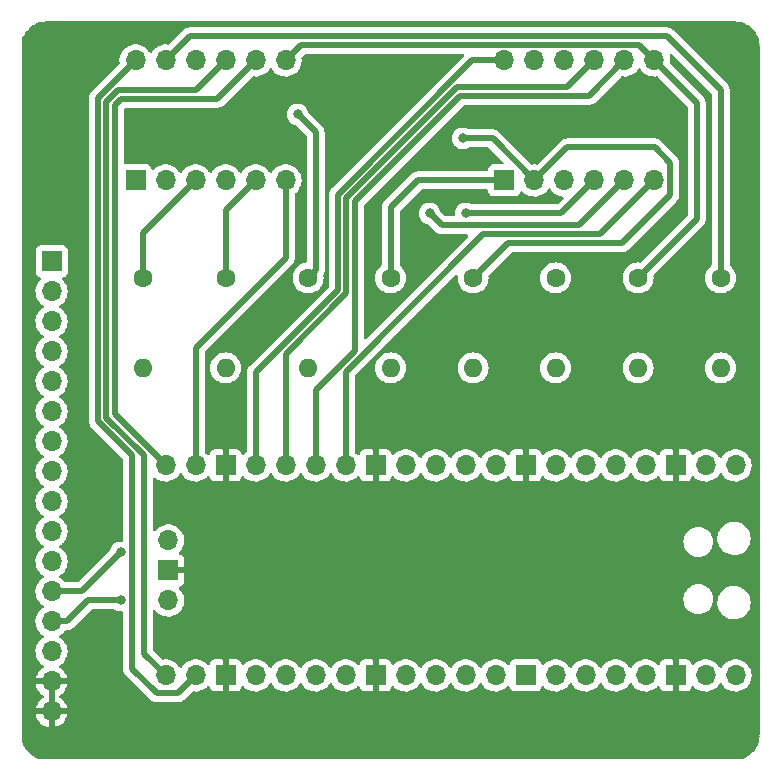
<source format=gbl>
%TF.GenerationSoftware,KiCad,Pcbnew,(6.0.4)*%
%TF.CreationDate,2022-08-14T09:33:53+08:00*%
%TF.ProjectId,led_clock_board,6c65645f-636c-46f6-936b-5f626f617264,rev?*%
%TF.SameCoordinates,Original*%
%TF.FileFunction,Copper,L2,Bot*%
%TF.FilePolarity,Positive*%
%FSLAX46Y46*%
G04 Gerber Fmt 4.6, Leading zero omitted, Abs format (unit mm)*
G04 Created by KiCad (PCBNEW (6.0.4)) date 2022-08-14 09:33:53*
%MOMM*%
%LPD*%
G01*
G04 APERTURE LIST*
%TA.AperFunction,ComponentPad*%
%ADD10R,1.700000X1.700000*%
%TD*%
%TA.AperFunction,ComponentPad*%
%ADD11O,1.700000X1.700000*%
%TD*%
%TA.AperFunction,ComponentPad*%
%ADD12C,1.600000*%
%TD*%
%TA.AperFunction,ComponentPad*%
%ADD13O,1.600000X1.600000*%
%TD*%
%TA.AperFunction,ViaPad*%
%ADD14C,0.800000*%
%TD*%
%TA.AperFunction,Conductor*%
%ADD15C,0.500000*%
%TD*%
G04 APERTURE END LIST*
D10*
%TO.P,LED_SEG2,1,E*%
%TO.N,/SEG_E*%
X158225000Y-91440000D03*
D11*
%TO.P,LED_SEG2,2,D*%
%TO.N,/SEG_D*%
X160765000Y-91440000D03*
%TO.P,LED_SEG2,3,DP*%
%TO.N,/SEG_DP*%
X163305000Y-91440000D03*
%TO.P,LED_SEG2,4,C*%
%TO.N,/SEG_C*%
X165845000Y-91440000D03*
%TO.P,LED_SEG2,5,G*%
%TO.N,/SEG_G*%
X168385000Y-91440000D03*
%TO.P,LED_SEG2,6,4*%
%TO.N,/DIG_8*%
X170925000Y-91440000D03*
%TO.P,LED_SEG2,7,B*%
%TO.N,/SEG_B*%
X170925000Y-81280000D03*
%TO.P,LED_SEG2,8,3*%
%TO.N,/DIG_7*%
X168385000Y-81280000D03*
%TO.P,LED_SEG2,9,2*%
%TO.N,/DIG_6*%
X165845000Y-81280000D03*
%TO.P,LED_SEG2,10,F*%
%TO.N,/SEG_F*%
X163305000Y-81280000D03*
%TO.P,LED_SEG2,11,A*%
%TO.N,/SEG_A*%
X160765000Y-81280000D03*
%TO.P,LED_SEG2,12,1*%
%TO.N,/DIG_5*%
X158225000Y-81280000D03*
%TD*%
D12*
%TO.P,R4,1*%
%TO.N,/SEG_D*%
X155575000Y-99695000D03*
D13*
%TO.P,R4,2*%
%TO.N,Net-(R4-Pad2)*%
X155575000Y-107315000D03*
%TD*%
D12*
%TO.P,R3,1*%
%TO.N,/SEG_C*%
X162560000Y-99695000D03*
D13*
%TO.P,R3,2*%
%TO.N,Net-(R3-Pad2)*%
X162560000Y-107315000D03*
%TD*%
D11*
%TO.P,J1,16,Pin_16*%
%TO.N,GND*%
X119888000Y-136398000D03*
%TO.P,J1,15,Pin_15*%
X119888000Y-133858000D03*
%TO.P,J1,14,Pin_14*%
%TO.N,+3V3*%
X119888000Y-131318000D03*
%TO.P,J1,13,Pin_13*%
%TO.N,/SWDIO*%
X119888000Y-128778000D03*
%TO.P,J1,12,Pin_12*%
%TO.N,/SWCLK*%
X119888000Y-126238000D03*
%TO.P,J1,11,Pin_11*%
%TO.N,Net-(J1-Pad11)*%
X119888000Y-123698000D03*
%TO.P,J1,10,Pin_10*%
%TO.N,Net-(J1-Pad10)*%
X119888000Y-121158000D03*
%TO.P,J1,9,Pin_9*%
%TO.N,Net-(J1-Pad9)*%
X119888000Y-118618000D03*
%TO.P,J1,8,Pin_8*%
%TO.N,Net-(J1-Pad8)*%
X119888000Y-116078000D03*
%TO.P,J1,7,Pin_7*%
%TO.N,Net-(J1-Pad7)*%
X119888000Y-113538000D03*
%TO.P,J1,6,Pin_6*%
%TO.N,Net-(J1-Pad6)*%
X119888000Y-110998000D03*
%TO.P,J1,5,Pin_5*%
%TO.N,Net-(J1-Pad5)*%
X119888000Y-108458000D03*
%TO.P,J1,4,Pin_4*%
%TO.N,Net-(J1-Pad4)*%
X119888000Y-105918000D03*
%TO.P,J1,3,Pin_3*%
%TO.N,Net-(J1-Pad3)*%
X119888000Y-103378000D03*
%TO.P,J1,2,Pin_2*%
%TO.N,/GPIO0*%
X119888000Y-100838000D03*
D10*
%TO.P,J1,1,Pin_1*%
%TO.N,/GPIO1*%
X119888000Y-98298000D03*
%TD*%
D12*
%TO.P,R1,1*%
%TO.N,/SEG_A*%
X176530000Y-99695000D03*
D13*
%TO.P,R1,2*%
%TO.N,Net-(R1-Pad2)*%
X176530000Y-107315000D03*
%TD*%
D12*
%TO.P,R6,1*%
%TO.N,/SEG_F*%
X141605000Y-99695000D03*
D13*
%TO.P,R6,2*%
%TO.N,Net-(R6-Pad2)*%
X141605000Y-107315000D03*
%TD*%
D11*
%TO.P,U1,1,GPIO0*%
%TO.N,/GPIO0*%
X177800000Y-115570000D03*
%TO.P,U1,2,GPIO1*%
%TO.N,/GPIO1*%
X175260000Y-115570000D03*
D10*
%TO.P,U1,3,GND*%
%TO.N,GND*%
X172720000Y-115570000D03*
D11*
%TO.P,U1,4,GPIO2*%
%TO.N,Net-(R1-Pad2)*%
X170180000Y-115570000D03*
%TO.P,U1,5,GPIO3*%
%TO.N,Net-(R2-Pad2)*%
X167640000Y-115570000D03*
%TO.P,U1,6,GPIO4*%
%TO.N,Net-(R3-Pad2)*%
X165100000Y-115570000D03*
%TO.P,U1,7,GPIO5*%
%TO.N,Net-(R4-Pad2)*%
X162560000Y-115570000D03*
D10*
%TO.P,U1,8,GND*%
%TO.N,GND*%
X160020000Y-115570000D03*
D11*
%TO.P,U1,9,GPIO6*%
%TO.N,Net-(R5-Pad2)*%
X157480000Y-115570000D03*
%TO.P,U1,10,GPIO7*%
%TO.N,Net-(R6-Pad2)*%
X154940000Y-115570000D03*
%TO.P,U1,11,GPIO8*%
%TO.N,Net-(R7-Pad2)*%
X152400000Y-115570000D03*
%TO.P,U1,12,GPIO9*%
%TO.N,Net-(R8-Pad2)*%
X149860000Y-115570000D03*
D10*
%TO.P,U1,13,GND*%
%TO.N,GND*%
X147320000Y-115570000D03*
D11*
%TO.P,U1,14,GPIO10*%
%TO.N,/DIG_8*%
X144780000Y-115570000D03*
%TO.P,U1,15,GPIO11*%
%TO.N,/DIG_7*%
X142240000Y-115570000D03*
%TO.P,U1,16,GPIO12*%
%TO.N,/DIG_6*%
X139700000Y-115570000D03*
%TO.P,U1,17,GPIO13*%
%TO.N,/DIG_5*%
X137160000Y-115570000D03*
D10*
%TO.P,U1,18,GND*%
%TO.N,GND*%
X134620000Y-115570000D03*
D11*
%TO.P,U1,19,GPIO14*%
%TO.N,/DIG_4*%
X132080000Y-115570000D03*
%TO.P,U1,20,GPIO15*%
%TO.N,/DIG_3*%
X129540000Y-115570000D03*
%TO.P,U1,21,GPIO16*%
%TO.N,/DIG_2*%
X129540000Y-133350000D03*
%TO.P,U1,22,GPIO17*%
%TO.N,/DIG_1*%
X132080000Y-133350000D03*
D10*
%TO.P,U1,23,GND*%
%TO.N,GND*%
X134620000Y-133350000D03*
D11*
%TO.P,U1,24,GPIO18*%
%TO.N,Net-(J1-Pad11)*%
X137160000Y-133350000D03*
%TO.P,U1,25,GPIO19*%
%TO.N,Net-(J1-Pad10)*%
X139700000Y-133350000D03*
%TO.P,U1,26,GPIO20*%
%TO.N,Net-(J1-Pad9)*%
X142240000Y-133350000D03*
%TO.P,U1,27,GPIO21*%
%TO.N,Net-(J1-Pad8)*%
X144780000Y-133350000D03*
D10*
%TO.P,U1,28,GND*%
%TO.N,GND*%
X147320000Y-133350000D03*
D11*
%TO.P,U1,29,GPIO22*%
%TO.N,unconnected-(U1-Pad29)*%
X149860000Y-133350000D03*
%TO.P,U1,30,RUN*%
%TO.N,unconnected-(U1-Pad30)*%
X152400000Y-133350000D03*
%TO.P,U1,31,GPIO26_ADC0*%
%TO.N,Net-(J1-Pad7)*%
X154940000Y-133350000D03*
%TO.P,U1,32,GPIO27_ADC1*%
%TO.N,Net-(J1-Pad6)*%
X157480000Y-133350000D03*
D10*
%TO.P,U1,33,AGND*%
%TO.N,Net-(J1-Pad5)*%
X160020000Y-133350000D03*
D11*
%TO.P,U1,34,GPIO28_ADC2*%
%TO.N,Net-(J1-Pad4)*%
X162560000Y-133350000D03*
%TO.P,U1,35,ADC_VREF*%
%TO.N,Net-(J1-Pad3)*%
X165100000Y-133350000D03*
%TO.P,U1,36,3V3*%
%TO.N,+3V3*%
X167640000Y-133350000D03*
%TO.P,U1,37,3V3_EN*%
%TO.N,unconnected-(U1-Pad37)*%
X170180000Y-133350000D03*
D10*
%TO.P,U1,38,GND*%
%TO.N,GND*%
X172720000Y-133350000D03*
D11*
%TO.P,U1,39,VSYS*%
%TO.N,unconnected-(U1-Pad39)*%
X175260000Y-133350000D03*
%TO.P,U1,40,VBUS*%
%TO.N,unconnected-(U1-Pad40)*%
X177800000Y-133350000D03*
%TO.P,U1,41,SWCLK*%
%TO.N,/SWCLK*%
X129770000Y-121920000D03*
D10*
%TO.P,U1,42,GND*%
%TO.N,GND*%
X129770000Y-124460000D03*
D11*
%TO.P,U1,43,SWDIO*%
%TO.N,/SWDIO*%
X129770000Y-127000000D03*
%TD*%
D12*
%TO.P,R8,1*%
%TO.N,/SEG_DP*%
X127635000Y-99695000D03*
D13*
%TO.P,R8,2*%
%TO.N,Net-(R8-Pad2)*%
X127635000Y-107315000D03*
%TD*%
D12*
%TO.P,R7,1*%
%TO.N,/SEG_G*%
X134620000Y-99695000D03*
D13*
%TO.P,R7,2*%
%TO.N,Net-(R7-Pad2)*%
X134620000Y-107315000D03*
%TD*%
D10*
%TO.P,LED_SEG1,1,E*%
%TO.N,/SEG_E*%
X127000000Y-91440000D03*
D11*
%TO.P,LED_SEG1,2,D*%
%TO.N,/SEG_D*%
X129540000Y-91440000D03*
%TO.P,LED_SEG1,3,DP*%
%TO.N,/SEG_DP*%
X132080000Y-91440000D03*
%TO.P,LED_SEG1,4,C*%
%TO.N,/SEG_C*%
X134620000Y-91440000D03*
%TO.P,LED_SEG1,5,G*%
%TO.N,/SEG_G*%
X137160000Y-91440000D03*
%TO.P,LED_SEG1,6,4*%
%TO.N,/DIG_4*%
X139700000Y-91440000D03*
%TO.P,LED_SEG1,7,B*%
%TO.N,/SEG_B*%
X139700000Y-81280000D03*
%TO.P,LED_SEG1,8,3*%
%TO.N,/DIG_3*%
X137160000Y-81280000D03*
%TO.P,LED_SEG1,9,2*%
%TO.N,/DIG_2*%
X134620000Y-81280000D03*
%TO.P,LED_SEG1,10,F*%
%TO.N,/SEG_F*%
X132080000Y-81280000D03*
%TO.P,LED_SEG1,11,A*%
%TO.N,/SEG_A*%
X129540000Y-81280000D03*
%TO.P,LED_SEG1,12,1*%
%TO.N,/DIG_1*%
X127000000Y-81280000D03*
%TD*%
D12*
%TO.P,R5,1*%
%TO.N,/SEG_E*%
X148590000Y-99695000D03*
D13*
%TO.P,R5,2*%
%TO.N,Net-(R5-Pad2)*%
X148590000Y-107315000D03*
%TD*%
D12*
%TO.P,R2,1*%
%TO.N,/SEG_B*%
X169545000Y-99695000D03*
D13*
%TO.P,R2,2*%
%TO.N,Net-(R2-Pad2)*%
X169545000Y-107315000D03*
%TD*%
D14*
%TO.N,GND*%
X170180000Y-127000000D03*
%TO.N,/SEG_D*%
X154686000Y-87884000D03*
%TO.N,/SEG_C*%
X154940000Y-94234000D03*
%TO.N,/SEG_G*%
X151892000Y-94234000D03*
%TO.N,/SEG_F*%
X140716000Y-85852000D03*
%TO.N,/SWCLK*%
X125730000Y-122936000D03*
%TO.N,/SWDIO*%
X125730000Y-127000000D03*
%TD*%
D15*
%TO.N,/SEG_D*%
X155575000Y-99695000D02*
X158496000Y-96774000D01*
X158496000Y-96774000D02*
X168148000Y-96774000D01*
X168148000Y-96774000D02*
X172274489Y-92647511D01*
X172274489Y-89978489D02*
X170942000Y-88646000D01*
X172274489Y-92647511D02*
X172274489Y-89978489D01*
X170942000Y-88646000D02*
X163559000Y-88646000D01*
X163559000Y-88646000D02*
X160765000Y-91440000D01*
%TO.N,/DIG_8*%
X144780000Y-115570000D02*
X144780000Y-107669258D01*
X144780000Y-107669258D02*
X156437258Y-96012000D01*
X156437258Y-96012000D02*
X166353000Y-96012000D01*
X166353000Y-96012000D02*
X170925000Y-91440000D01*
%TO.N,/SEG_C*%
X165845000Y-91440000D02*
X163051000Y-94234000D01*
X163051000Y-94234000D02*
X154940000Y-94234000D01*
%TO.N,/SEG_G*%
X164575000Y-95250000D02*
X152908000Y-95250000D01*
X152908000Y-95250000D02*
X151892000Y-94234000D01*
X168385000Y-91440000D02*
X164575000Y-95250000D01*
%TO.N,/SEG_E*%
X148590000Y-99695000D02*
X148590000Y-93726000D01*
X148590000Y-93726000D02*
X150876000Y-91440000D01*
X150876000Y-91440000D02*
X158225000Y-91440000D01*
%TO.N,/SEG_B*%
X170925000Y-81280000D02*
X174498000Y-84853000D01*
X174498000Y-84853000D02*
X174498000Y-94742000D01*
X174498000Y-94742000D02*
X169545000Y-99695000D01*
%TO.N,/SEG_D*%
X154686000Y-87884000D02*
X157226000Y-87884000D01*
X157226000Y-87884000D02*
X160765000Y-91423000D01*
X160765000Y-91423000D02*
X160765000Y-91440000D01*
%TO.N,/SEG_A*%
X172004054Y-79248000D02*
X176530000Y-83773946D01*
X129540000Y-81280000D02*
X131572000Y-79248000D01*
X131572000Y-79248000D02*
X172004054Y-79248000D01*
X176530000Y-83773946D02*
X176530000Y-99695000D01*
%TO.N,/SEG_B*%
X169592511Y-79947511D02*
X170925000Y-81280000D01*
X141032489Y-79947511D02*
X169592511Y-79947511D01*
X139700000Y-81280000D02*
X141032489Y-79947511D01*
%TO.N,/DIG_2*%
X125502732Y-83820010D02*
X124522489Y-84800254D01*
X124522489Y-84800254D02*
X124522489Y-111541758D01*
X132079990Y-83820010D02*
X125502732Y-83820010D01*
X124522489Y-111541758D02*
X127699511Y-114718782D01*
X134620000Y-81280000D02*
X132079990Y-83820010D01*
%TO.N,/DIG_3*%
X125222000Y-111252000D02*
X129540000Y-115570000D01*
%TO.N,/DIG_2*%
X127699511Y-114718782D02*
X127699511Y-131509511D01*
X127699511Y-131509511D02*
X129540000Y-133350000D01*
%TO.N,/DIG_3*%
X137160000Y-81280000D02*
X133920480Y-84519520D01*
X133920480Y-84519520D02*
X125792480Y-84519520D01*
X125792480Y-84519520D02*
X125222000Y-85090000D01*
X125222000Y-85090000D02*
X125222000Y-111252000D01*
%TO.N,/DIG_1*%
X126679501Y-114688028D02*
X123822970Y-111831497D01*
X128778000Y-134874000D02*
X126679501Y-132775501D01*
X132080000Y-133350000D02*
X130556000Y-134874000D01*
X130556000Y-134874000D02*
X128778000Y-134874000D01*
X123822970Y-111831497D02*
X123822970Y-84457030D01*
X126679501Y-132775501D02*
X126679501Y-114688028D01*
X123822970Y-84457030D02*
X127000000Y-81280000D01*
%TO.N,/SWDIO*%
X119888000Y-128778000D02*
X121158000Y-128778000D01*
X121158000Y-128778000D02*
X122936000Y-127000000D01*
X122936000Y-127000000D02*
X125730000Y-127000000D01*
%TO.N,/SWCLK*%
X119888000Y-126238000D02*
X122428000Y-126238000D01*
X122428000Y-126238000D02*
X125730000Y-122936000D01*
%TO.N,/SEG_F*%
X141605000Y-99695000D02*
X142240000Y-99060000D01*
X142240000Y-99060000D02*
X142240000Y-87376000D01*
X142240000Y-87376000D02*
X140716000Y-85852000D01*
%TO.N,/DIG_6*%
X154204743Y-83566000D02*
X163559000Y-83566000D01*
%TO.N,/DIG_5*%
X155501485Y-81280000D02*
X158225000Y-81280000D01*
%TO.N,/DIG_6*%
X144842490Y-101002767D02*
X144842489Y-92928254D01*
X139700000Y-115570000D02*
X139700000Y-106145258D01*
X144842489Y-92928254D02*
X154204743Y-83566000D01*
X139700000Y-106145258D02*
X144842490Y-101002767D01*
%TO.N,/DIG_5*%
X144142979Y-100713021D02*
X144142979Y-92638506D01*
%TO.N,/DIG_6*%
X163559000Y-83566000D02*
X165845000Y-81280000D01*
%TO.N,/DIG_5*%
X137160000Y-115570000D02*
X137160000Y-107696000D01*
X137160000Y-107696000D02*
X144142979Y-100713021D01*
X144142979Y-92638506D02*
X155501485Y-81280000D01*
%TO.N,/DIG_7*%
X142240000Y-115570000D02*
X142240000Y-109220000D01*
X142240000Y-109220000D02*
X145542000Y-105918000D01*
X154494489Y-84265511D02*
X165399489Y-84265511D01*
X165399489Y-84265511D02*
X168385000Y-81280000D01*
X145542000Y-105918000D02*
X145542000Y-93218000D01*
X145542000Y-93218000D02*
X154494489Y-84265511D01*
%TO.N,/SEG_DP*%
X127635000Y-95885000D02*
X132080000Y-91440000D01*
X127635000Y-99695000D02*
X127635000Y-95885000D01*
%TO.N,/SEG_G*%
X134620000Y-99695000D02*
X134620000Y-93980000D01*
X134620000Y-93980000D02*
X137160000Y-91440000D01*
%TO.N,/DIG_4*%
X132080000Y-115570000D02*
X132080000Y-105664000D01*
X139700000Y-98044000D02*
X139700000Y-91440000D01*
X132080000Y-105664000D02*
X139700000Y-98044000D01*
%TD*%
%TA.AperFunction,Conductor*%
%TO.N,GND*%
G36*
X177770018Y-77980000D02*
G01*
X177784851Y-77982310D01*
X177784855Y-77982310D01*
X177793724Y-77983691D01*
X177802626Y-77982527D01*
X177802629Y-77982527D01*
X177810012Y-77981561D01*
X177834591Y-77980767D01*
X177861442Y-77982527D01*
X178056922Y-77995340D01*
X178073262Y-77997491D01*
X178195478Y-78021801D01*
X178317696Y-78046112D01*
X178333606Y-78050375D01*
X178569600Y-78130484D01*
X178584826Y-78136791D01*
X178808342Y-78247016D01*
X178822616Y-78255257D01*
X179029829Y-78393713D01*
X179042905Y-78403746D01*
X179230278Y-78568068D01*
X179241932Y-78579722D01*
X179406254Y-78767095D01*
X179416287Y-78780171D01*
X179554743Y-78987384D01*
X179562984Y-79001658D01*
X179673209Y-79225174D01*
X179679515Y-79240398D01*
X179759625Y-79476394D01*
X179763889Y-79492307D01*
X179812509Y-79736738D01*
X179814660Y-79753078D01*
X179828763Y-79968236D01*
X179827733Y-79991350D01*
X179827690Y-79994854D01*
X179826309Y-80003724D01*
X179827473Y-80012626D01*
X179827473Y-80012628D01*
X179830436Y-80035283D01*
X179831500Y-80051621D01*
X179831500Y-138380633D01*
X179830000Y-138400018D01*
X179827690Y-138414851D01*
X179827690Y-138414855D01*
X179826309Y-138423724D01*
X179827473Y-138432626D01*
X179827473Y-138432629D01*
X179828439Y-138440012D01*
X179829233Y-138464591D01*
X179814660Y-138686922D01*
X179812509Y-138703262D01*
X179763889Y-138947693D01*
X179759625Y-138963606D01*
X179725312Y-139064689D01*
X179679516Y-139199600D01*
X179673209Y-139214826D01*
X179562984Y-139438342D01*
X179554743Y-139452616D01*
X179416287Y-139659829D01*
X179406254Y-139672905D01*
X179241932Y-139860278D01*
X179230278Y-139871932D01*
X179042905Y-140036254D01*
X179029829Y-140046287D01*
X178822616Y-140184743D01*
X178808342Y-140192984D01*
X178584826Y-140303209D01*
X178569602Y-140309515D01*
X178333606Y-140389625D01*
X178317696Y-140393888D01*
X178195478Y-140418199D01*
X178073262Y-140442509D01*
X178056922Y-140444660D01*
X177908134Y-140454413D01*
X177841763Y-140458763D01*
X177818650Y-140457733D01*
X177815146Y-140457690D01*
X177806276Y-140456309D01*
X177797374Y-140457473D01*
X177797372Y-140457473D01*
X177783915Y-140459233D01*
X177774714Y-140460436D01*
X177758379Y-140461500D01*
X119429367Y-140461500D01*
X119409982Y-140460000D01*
X119395149Y-140457690D01*
X119395145Y-140457690D01*
X119386276Y-140456309D01*
X119377374Y-140457473D01*
X119377371Y-140457473D01*
X119369988Y-140458439D01*
X119345409Y-140459233D01*
X119300799Y-140456309D01*
X119123078Y-140444660D01*
X119106738Y-140442509D01*
X118984522Y-140418199D01*
X118862304Y-140393888D01*
X118846394Y-140389625D01*
X118610398Y-140309515D01*
X118595174Y-140303209D01*
X118371658Y-140192984D01*
X118357384Y-140184743D01*
X118150171Y-140046287D01*
X118137095Y-140036254D01*
X117949722Y-139871932D01*
X117938068Y-139860278D01*
X117773746Y-139672905D01*
X117763713Y-139659829D01*
X117625257Y-139452616D01*
X117617016Y-139438342D01*
X117506791Y-139214826D01*
X117500484Y-139199600D01*
X117454688Y-139064689D01*
X117420375Y-138963606D01*
X117416111Y-138947693D01*
X117367491Y-138703262D01*
X117365340Y-138686922D01*
X117351476Y-138475407D01*
X117352650Y-138452232D01*
X117352334Y-138452204D01*
X117352770Y-138447344D01*
X117353576Y-138442552D01*
X117353729Y-138430000D01*
X117349773Y-138402376D01*
X117348500Y-138384514D01*
X117348500Y-136665966D01*
X118556257Y-136665966D01*
X118586565Y-136800446D01*
X118589645Y-136810275D01*
X118669770Y-137007603D01*
X118674413Y-137016794D01*
X118785694Y-137198388D01*
X118791777Y-137206699D01*
X118931213Y-137367667D01*
X118938580Y-137374883D01*
X119102434Y-137510916D01*
X119110881Y-137516831D01*
X119294756Y-137624279D01*
X119304042Y-137628729D01*
X119503001Y-137704703D01*
X119512899Y-137707579D01*
X119616250Y-137728606D01*
X119630299Y-137727410D01*
X119634000Y-137717065D01*
X119634000Y-137716517D01*
X120142000Y-137716517D01*
X120146064Y-137730359D01*
X120159478Y-137732393D01*
X120166184Y-137731534D01*
X120176262Y-137729392D01*
X120380255Y-137668191D01*
X120389842Y-137664433D01*
X120581095Y-137570739D01*
X120589945Y-137565464D01*
X120763328Y-137441792D01*
X120771200Y-137435139D01*
X120922052Y-137284812D01*
X120928730Y-137276965D01*
X121053003Y-137104020D01*
X121058313Y-137095183D01*
X121152670Y-136904267D01*
X121156469Y-136894672D01*
X121218377Y-136690910D01*
X121220555Y-136680837D01*
X121221986Y-136669962D01*
X121219775Y-136655778D01*
X121206617Y-136652000D01*
X120160115Y-136652000D01*
X120144876Y-136656475D01*
X120143671Y-136657865D01*
X120142000Y-136665548D01*
X120142000Y-137716517D01*
X119634000Y-137716517D01*
X119634000Y-136670115D01*
X119629525Y-136654876D01*
X119628135Y-136653671D01*
X119620452Y-136652000D01*
X118571225Y-136652000D01*
X118557694Y-136655973D01*
X118556257Y-136665966D01*
X117348500Y-136665966D01*
X117348500Y-136132183D01*
X118552389Y-136132183D01*
X118553912Y-136140607D01*
X118566292Y-136144000D01*
X119615885Y-136144000D01*
X119631124Y-136139525D01*
X119632329Y-136138135D01*
X119634000Y-136130452D01*
X119634000Y-136125885D01*
X120142000Y-136125885D01*
X120146475Y-136141124D01*
X120147865Y-136142329D01*
X120155548Y-136144000D01*
X121206344Y-136144000D01*
X121219875Y-136140027D01*
X121221180Y-136130947D01*
X121179214Y-135963875D01*
X121175894Y-135954124D01*
X121090972Y-135758814D01*
X121086105Y-135749739D01*
X120970426Y-135570926D01*
X120964136Y-135562757D01*
X120820806Y-135405240D01*
X120813273Y-135398215D01*
X120646139Y-135266222D01*
X120637552Y-135260517D01*
X120600116Y-135239851D01*
X120550146Y-135189419D01*
X120535374Y-135119976D01*
X120560490Y-135053571D01*
X120587842Y-135026964D01*
X120763327Y-134901792D01*
X120771200Y-134895139D01*
X120922052Y-134744812D01*
X120928730Y-134736965D01*
X121053003Y-134564020D01*
X121058313Y-134555183D01*
X121152670Y-134364267D01*
X121156469Y-134354672D01*
X121218377Y-134150910D01*
X121220555Y-134140837D01*
X121221986Y-134129962D01*
X121219775Y-134115778D01*
X121206617Y-134112000D01*
X120160115Y-134112000D01*
X120144876Y-134116475D01*
X120143671Y-134117865D01*
X120142000Y-134125548D01*
X120142000Y-136125885D01*
X119634000Y-136125885D01*
X119634000Y-134130115D01*
X119629525Y-134114876D01*
X119628135Y-134113671D01*
X119620452Y-134112000D01*
X118571225Y-134112000D01*
X118557694Y-134115973D01*
X118556257Y-134125966D01*
X118586565Y-134260446D01*
X118589645Y-134270275D01*
X118669770Y-134467603D01*
X118674413Y-134476794D01*
X118785694Y-134658388D01*
X118791777Y-134666699D01*
X118931213Y-134827667D01*
X118938580Y-134834883D01*
X119102434Y-134970916D01*
X119110881Y-134976831D01*
X119180479Y-135017501D01*
X119229203Y-135069140D01*
X119242274Y-135138923D01*
X119215543Y-135204694D01*
X119175087Y-135238053D01*
X119166462Y-135242542D01*
X119157738Y-135248036D01*
X118987433Y-135375905D01*
X118979726Y-135382748D01*
X118832590Y-135536717D01*
X118826104Y-135544727D01*
X118706098Y-135720649D01*
X118701000Y-135729623D01*
X118611338Y-135922783D01*
X118607775Y-135932470D01*
X118552389Y-136132183D01*
X117348500Y-136132183D01*
X117348500Y-131284695D01*
X118525251Y-131284695D01*
X118525548Y-131289848D01*
X118525548Y-131289851D01*
X118531011Y-131384590D01*
X118538110Y-131507715D01*
X118539247Y-131512761D01*
X118539248Y-131512767D01*
X118559119Y-131600939D01*
X118587222Y-131725639D01*
X118671266Y-131932616D01*
X118787987Y-132123088D01*
X118934250Y-132291938D01*
X119106126Y-132434632D01*
X119151797Y-132461320D01*
X119179955Y-132477774D01*
X119228679Y-132529412D01*
X119241750Y-132599195D01*
X119215019Y-132664967D01*
X119174562Y-132698327D01*
X119166457Y-132702546D01*
X119157738Y-132708036D01*
X118987433Y-132835905D01*
X118979726Y-132842748D01*
X118832590Y-132996717D01*
X118826104Y-133004727D01*
X118706098Y-133180649D01*
X118701000Y-133189623D01*
X118611338Y-133382783D01*
X118607775Y-133392470D01*
X118552389Y-133592183D01*
X118553912Y-133600607D01*
X118566292Y-133604000D01*
X121206344Y-133604000D01*
X121219875Y-133600027D01*
X121221180Y-133590947D01*
X121179214Y-133423875D01*
X121175894Y-133414124D01*
X121090972Y-133218814D01*
X121086105Y-133209739D01*
X120970426Y-133030926D01*
X120964136Y-133022757D01*
X120820806Y-132865240D01*
X120813273Y-132858215D01*
X120646139Y-132726222D01*
X120637556Y-132720520D01*
X120600602Y-132700120D01*
X120550631Y-132649687D01*
X120535859Y-132580245D01*
X120560975Y-132513839D01*
X120588327Y-132487232D01*
X120635217Y-132453786D01*
X120767860Y-132359173D01*
X120774004Y-132353051D01*
X120922435Y-132205137D01*
X120926096Y-132201489D01*
X120967208Y-132144276D01*
X121053435Y-132024277D01*
X121056453Y-132020077D01*
X121063408Y-132006006D01*
X121153136Y-131824453D01*
X121153137Y-131824451D01*
X121155430Y-131819811D01*
X121220370Y-131606069D01*
X121249529Y-131384590D01*
X121251156Y-131318000D01*
X121232852Y-131095361D01*
X121178431Y-130878702D01*
X121089354Y-130673840D01*
X120968014Y-130486277D01*
X120817670Y-130321051D01*
X120813619Y-130317852D01*
X120813615Y-130317848D01*
X120646414Y-130185800D01*
X120646410Y-130185798D01*
X120642359Y-130182598D01*
X120601053Y-130159796D01*
X120551084Y-130109364D01*
X120536312Y-130039921D01*
X120561428Y-129973516D01*
X120588780Y-129946909D01*
X120632603Y-129915650D01*
X120767860Y-129819173D01*
X120926096Y-129661489D01*
X120978203Y-129588974D01*
X121034198Y-129545326D01*
X121080526Y-129536500D01*
X121090930Y-129536500D01*
X121109880Y-129537933D01*
X121124115Y-129540099D01*
X121124119Y-129540099D01*
X121131349Y-129541199D01*
X121138641Y-129540606D01*
X121138644Y-129540606D01*
X121184018Y-129536915D01*
X121194233Y-129536500D01*
X121202293Y-129536500D01*
X121215583Y-129534951D01*
X121230507Y-129533211D01*
X121234882Y-129532778D01*
X121300339Y-129527454D01*
X121300342Y-129527453D01*
X121307637Y-129526860D01*
X121314601Y-129524604D01*
X121320560Y-129523413D01*
X121326415Y-129522029D01*
X121333681Y-129521182D01*
X121402327Y-129496265D01*
X121406455Y-129494848D01*
X121468936Y-129474607D01*
X121468938Y-129474606D01*
X121475899Y-129472351D01*
X121482154Y-129468555D01*
X121487628Y-129466049D01*
X121493058Y-129463330D01*
X121499937Y-129460833D01*
X121560976Y-129420814D01*
X121564680Y-129418477D01*
X121627107Y-129380595D01*
X121635484Y-129373197D01*
X121635508Y-129373224D01*
X121638500Y-129370571D01*
X121641733Y-129367868D01*
X121647852Y-129363856D01*
X121701128Y-129307617D01*
X121703506Y-129305175D01*
X123213276Y-127795405D01*
X123275588Y-127761379D01*
X123302371Y-127758500D01*
X125187413Y-127758500D01*
X125261472Y-127782563D01*
X125267902Y-127787235D01*
X125267909Y-127787239D01*
X125273248Y-127791118D01*
X125279276Y-127793802D01*
X125279278Y-127793803D01*
X125352028Y-127826193D01*
X125447712Y-127868794D01*
X125534009Y-127887137D01*
X125628056Y-127907128D01*
X125628061Y-127907128D01*
X125634513Y-127908500D01*
X125795001Y-127908500D01*
X125863122Y-127928502D01*
X125909615Y-127982158D01*
X125921001Y-128034500D01*
X125921001Y-132708431D01*
X125919568Y-132727381D01*
X125916302Y-132748850D01*
X125916895Y-132756142D01*
X125916895Y-132756145D01*
X125920586Y-132801519D01*
X125921001Y-132811734D01*
X125921001Y-132819794D01*
X125921426Y-132823438D01*
X125924290Y-132848008D01*
X125924723Y-132852383D01*
X125929467Y-132910702D01*
X125930641Y-132925138D01*
X125932897Y-132932102D01*
X125934088Y-132938061D01*
X125935472Y-132943916D01*
X125936319Y-132951182D01*
X125961236Y-133019828D01*
X125962653Y-133023956D01*
X125982765Y-133086037D01*
X125985150Y-133093400D01*
X125988946Y-133099655D01*
X125991452Y-133105129D01*
X125994171Y-133110559D01*
X125996668Y-133117438D01*
X126000681Y-133123558D01*
X126000681Y-133123559D01*
X126036687Y-133178477D01*
X126039024Y-133182181D01*
X126076906Y-133244608D01*
X126080622Y-133248816D01*
X126080623Y-133248817D01*
X126084304Y-133252985D01*
X126084277Y-133253009D01*
X126086930Y-133256001D01*
X126089633Y-133259234D01*
X126093645Y-133265353D01*
X126098957Y-133270385D01*
X126149884Y-133318629D01*
X126152326Y-133321007D01*
X128194230Y-135362911D01*
X128206616Y-135377323D01*
X128215149Y-135388918D01*
X128215154Y-135388923D01*
X128219492Y-135394818D01*
X128225070Y-135399557D01*
X128225073Y-135399560D01*
X128259768Y-135429035D01*
X128267284Y-135435965D01*
X128272980Y-135441661D01*
X128275841Y-135443924D01*
X128275846Y-135443929D01*
X128295266Y-135459293D01*
X128298667Y-135462082D01*
X128354285Y-135509333D01*
X128360798Y-135512659D01*
X128365837Y-135516020D01*
X128370979Y-135519196D01*
X128376716Y-135523734D01*
X128442875Y-135554655D01*
X128446769Y-135556558D01*
X128511808Y-135589769D01*
X128518917Y-135591508D01*
X128524551Y-135593604D01*
X128530321Y-135595523D01*
X128536950Y-135598622D01*
X128544113Y-135600112D01*
X128544116Y-135600113D01*
X128594830Y-135610661D01*
X128608435Y-135613491D01*
X128612701Y-135614457D01*
X128683610Y-135631808D01*
X128689212Y-135632156D01*
X128689215Y-135632156D01*
X128694764Y-135632500D01*
X128694762Y-135632535D01*
X128698734Y-135632775D01*
X128702955Y-135633152D01*
X128710115Y-135634641D01*
X128787542Y-135632546D01*
X128790950Y-135632500D01*
X130488930Y-135632500D01*
X130507880Y-135633933D01*
X130522115Y-135636099D01*
X130522119Y-135636099D01*
X130529349Y-135637199D01*
X130536641Y-135636606D01*
X130536644Y-135636606D01*
X130582018Y-135632915D01*
X130592233Y-135632500D01*
X130600293Y-135632500D01*
X130617680Y-135630473D01*
X130628507Y-135629211D01*
X130632882Y-135628778D01*
X130698339Y-135623454D01*
X130698342Y-135623453D01*
X130705637Y-135622860D01*
X130712601Y-135620604D01*
X130718560Y-135619413D01*
X130724415Y-135618029D01*
X130731681Y-135617182D01*
X130800327Y-135592265D01*
X130804455Y-135590848D01*
X130866936Y-135570607D01*
X130866938Y-135570606D01*
X130873899Y-135568351D01*
X130880154Y-135564555D01*
X130885628Y-135562049D01*
X130891058Y-135559330D01*
X130897937Y-135556833D01*
X130928619Y-135536717D01*
X130958976Y-135516814D01*
X130962680Y-135514477D01*
X131025107Y-135476595D01*
X131033484Y-135469197D01*
X131033508Y-135469224D01*
X131036500Y-135466571D01*
X131039733Y-135463868D01*
X131045852Y-135459856D01*
X131099128Y-135403617D01*
X131101506Y-135401175D01*
X131771441Y-134731240D01*
X131833753Y-134697214D01*
X131885657Y-134696865D01*
X131918597Y-134703567D01*
X131923772Y-134703757D01*
X131923774Y-134703757D01*
X132136673Y-134711564D01*
X132136677Y-134711564D01*
X132141837Y-134711753D01*
X132146957Y-134711097D01*
X132146959Y-134711097D01*
X132358288Y-134684025D01*
X132358289Y-134684025D01*
X132363416Y-134683368D01*
X132368366Y-134681883D01*
X132572429Y-134620661D01*
X132572434Y-134620659D01*
X132577384Y-134619174D01*
X132777994Y-134520896D01*
X132959860Y-134391173D01*
X133027331Y-134323938D01*
X133068479Y-134282933D01*
X133130851Y-134249017D01*
X133201658Y-134254205D01*
X133258419Y-134296851D01*
X133275401Y-134327954D01*
X133316676Y-134438054D01*
X133325214Y-134453649D01*
X133401715Y-134555724D01*
X133414276Y-134568285D01*
X133516351Y-134644786D01*
X133531946Y-134653324D01*
X133652394Y-134698478D01*
X133667649Y-134702105D01*
X133718514Y-134707631D01*
X133725328Y-134708000D01*
X134347885Y-134708000D01*
X134363124Y-134703525D01*
X134364329Y-134702135D01*
X134366000Y-134694452D01*
X134366000Y-134689884D01*
X134874000Y-134689884D01*
X134878475Y-134705123D01*
X134879865Y-134706328D01*
X134887548Y-134707999D01*
X135514669Y-134707999D01*
X135521490Y-134707629D01*
X135572352Y-134702105D01*
X135587604Y-134698479D01*
X135708054Y-134653324D01*
X135723649Y-134644786D01*
X135825724Y-134568285D01*
X135838285Y-134555724D01*
X135914786Y-134453649D01*
X135923324Y-134438054D01*
X135964225Y-134328952D01*
X136006867Y-134272188D01*
X136073428Y-134247488D01*
X136142777Y-134262696D01*
X136177444Y-134290684D01*
X136202865Y-134320031D01*
X136202869Y-134320035D01*
X136206250Y-134323938D01*
X136378126Y-134466632D01*
X136571000Y-134579338D01*
X136779692Y-134659030D01*
X136784760Y-134660061D01*
X136784763Y-134660062D01*
X136892017Y-134681883D01*
X136998597Y-134703567D01*
X137003772Y-134703757D01*
X137003774Y-134703757D01*
X137216673Y-134711564D01*
X137216677Y-134711564D01*
X137221837Y-134711753D01*
X137226957Y-134711097D01*
X137226959Y-134711097D01*
X137438288Y-134684025D01*
X137438289Y-134684025D01*
X137443416Y-134683368D01*
X137448366Y-134681883D01*
X137652429Y-134620661D01*
X137652434Y-134620659D01*
X137657384Y-134619174D01*
X137857994Y-134520896D01*
X138039860Y-134391173D01*
X138198096Y-134233489D01*
X138282680Y-134115778D01*
X138328453Y-134052077D01*
X138329776Y-134053028D01*
X138376645Y-134009857D01*
X138446580Y-133997625D01*
X138512026Y-134025144D01*
X138539875Y-134056994D01*
X138599987Y-134155088D01*
X138746250Y-134323938D01*
X138918126Y-134466632D01*
X139111000Y-134579338D01*
X139319692Y-134659030D01*
X139324760Y-134660061D01*
X139324763Y-134660062D01*
X139432017Y-134681883D01*
X139538597Y-134703567D01*
X139543772Y-134703757D01*
X139543774Y-134703757D01*
X139756673Y-134711564D01*
X139756677Y-134711564D01*
X139761837Y-134711753D01*
X139766957Y-134711097D01*
X139766959Y-134711097D01*
X139978288Y-134684025D01*
X139978289Y-134684025D01*
X139983416Y-134683368D01*
X139988366Y-134681883D01*
X140192429Y-134620661D01*
X140192434Y-134620659D01*
X140197384Y-134619174D01*
X140397994Y-134520896D01*
X140579860Y-134391173D01*
X140738096Y-134233489D01*
X140822680Y-134115778D01*
X140868453Y-134052077D01*
X140869776Y-134053028D01*
X140916645Y-134009857D01*
X140986580Y-133997625D01*
X141052026Y-134025144D01*
X141079875Y-134056994D01*
X141139987Y-134155088D01*
X141286250Y-134323938D01*
X141458126Y-134466632D01*
X141651000Y-134579338D01*
X141859692Y-134659030D01*
X141864760Y-134660061D01*
X141864763Y-134660062D01*
X141972017Y-134681883D01*
X142078597Y-134703567D01*
X142083772Y-134703757D01*
X142083774Y-134703757D01*
X142296673Y-134711564D01*
X142296677Y-134711564D01*
X142301837Y-134711753D01*
X142306957Y-134711097D01*
X142306959Y-134711097D01*
X142518288Y-134684025D01*
X142518289Y-134684025D01*
X142523416Y-134683368D01*
X142528366Y-134681883D01*
X142732429Y-134620661D01*
X142732434Y-134620659D01*
X142737384Y-134619174D01*
X142937994Y-134520896D01*
X143119860Y-134391173D01*
X143278096Y-134233489D01*
X143362680Y-134115778D01*
X143408453Y-134052077D01*
X143409776Y-134053028D01*
X143456645Y-134009857D01*
X143526580Y-133997625D01*
X143592026Y-134025144D01*
X143619875Y-134056994D01*
X143679987Y-134155088D01*
X143826250Y-134323938D01*
X143998126Y-134466632D01*
X144191000Y-134579338D01*
X144399692Y-134659030D01*
X144404760Y-134660061D01*
X144404763Y-134660062D01*
X144512017Y-134681883D01*
X144618597Y-134703567D01*
X144623772Y-134703757D01*
X144623774Y-134703757D01*
X144836673Y-134711564D01*
X144836677Y-134711564D01*
X144841837Y-134711753D01*
X144846957Y-134711097D01*
X144846959Y-134711097D01*
X145058288Y-134684025D01*
X145058289Y-134684025D01*
X145063416Y-134683368D01*
X145068366Y-134681883D01*
X145272429Y-134620661D01*
X145272434Y-134620659D01*
X145277384Y-134619174D01*
X145477994Y-134520896D01*
X145659860Y-134391173D01*
X145727331Y-134323938D01*
X145768479Y-134282933D01*
X145830851Y-134249017D01*
X145901658Y-134254205D01*
X145958419Y-134296851D01*
X145975401Y-134327954D01*
X146016676Y-134438054D01*
X146025214Y-134453649D01*
X146101715Y-134555724D01*
X146114276Y-134568285D01*
X146216351Y-134644786D01*
X146231946Y-134653324D01*
X146352394Y-134698478D01*
X146367649Y-134702105D01*
X146418514Y-134707631D01*
X146425328Y-134708000D01*
X147047885Y-134708000D01*
X147063124Y-134703525D01*
X147064329Y-134702135D01*
X147066000Y-134694452D01*
X147066000Y-134689884D01*
X147574000Y-134689884D01*
X147578475Y-134705123D01*
X147579865Y-134706328D01*
X147587548Y-134707999D01*
X148214669Y-134707999D01*
X148221490Y-134707629D01*
X148272352Y-134702105D01*
X148287604Y-134698479D01*
X148408054Y-134653324D01*
X148423649Y-134644786D01*
X148525724Y-134568285D01*
X148538285Y-134555724D01*
X148614786Y-134453649D01*
X148623324Y-134438054D01*
X148664225Y-134328952D01*
X148706867Y-134272188D01*
X148773428Y-134247488D01*
X148842777Y-134262696D01*
X148877444Y-134290684D01*
X148902865Y-134320031D01*
X148902869Y-134320035D01*
X148906250Y-134323938D01*
X149078126Y-134466632D01*
X149271000Y-134579338D01*
X149479692Y-134659030D01*
X149484760Y-134660061D01*
X149484763Y-134660062D01*
X149592017Y-134681883D01*
X149698597Y-134703567D01*
X149703772Y-134703757D01*
X149703774Y-134703757D01*
X149916673Y-134711564D01*
X149916677Y-134711564D01*
X149921837Y-134711753D01*
X149926957Y-134711097D01*
X149926959Y-134711097D01*
X150138288Y-134684025D01*
X150138289Y-134684025D01*
X150143416Y-134683368D01*
X150148366Y-134681883D01*
X150352429Y-134620661D01*
X150352434Y-134620659D01*
X150357384Y-134619174D01*
X150557994Y-134520896D01*
X150739860Y-134391173D01*
X150898096Y-134233489D01*
X150982680Y-134115778D01*
X151028453Y-134052077D01*
X151029776Y-134053028D01*
X151076645Y-134009857D01*
X151146580Y-133997625D01*
X151212026Y-134025144D01*
X151239875Y-134056994D01*
X151299987Y-134155088D01*
X151446250Y-134323938D01*
X151618126Y-134466632D01*
X151811000Y-134579338D01*
X152019692Y-134659030D01*
X152024760Y-134660061D01*
X152024763Y-134660062D01*
X152132017Y-134681883D01*
X152238597Y-134703567D01*
X152243772Y-134703757D01*
X152243774Y-134703757D01*
X152456673Y-134711564D01*
X152456677Y-134711564D01*
X152461837Y-134711753D01*
X152466957Y-134711097D01*
X152466959Y-134711097D01*
X152678288Y-134684025D01*
X152678289Y-134684025D01*
X152683416Y-134683368D01*
X152688366Y-134681883D01*
X152892429Y-134620661D01*
X152892434Y-134620659D01*
X152897384Y-134619174D01*
X153097994Y-134520896D01*
X153279860Y-134391173D01*
X153438096Y-134233489D01*
X153522680Y-134115778D01*
X153568453Y-134052077D01*
X153569776Y-134053028D01*
X153616645Y-134009857D01*
X153686580Y-133997625D01*
X153752026Y-134025144D01*
X153779875Y-134056994D01*
X153839987Y-134155088D01*
X153986250Y-134323938D01*
X154158126Y-134466632D01*
X154351000Y-134579338D01*
X154559692Y-134659030D01*
X154564760Y-134660061D01*
X154564763Y-134660062D01*
X154672017Y-134681883D01*
X154778597Y-134703567D01*
X154783772Y-134703757D01*
X154783774Y-134703757D01*
X154996673Y-134711564D01*
X154996677Y-134711564D01*
X155001837Y-134711753D01*
X155006957Y-134711097D01*
X155006959Y-134711097D01*
X155218288Y-134684025D01*
X155218289Y-134684025D01*
X155223416Y-134683368D01*
X155228366Y-134681883D01*
X155432429Y-134620661D01*
X155432434Y-134620659D01*
X155437384Y-134619174D01*
X155637994Y-134520896D01*
X155819860Y-134391173D01*
X155978096Y-134233489D01*
X156062680Y-134115778D01*
X156108453Y-134052077D01*
X156109776Y-134053028D01*
X156156645Y-134009857D01*
X156226580Y-133997625D01*
X156292026Y-134025144D01*
X156319875Y-134056994D01*
X156379987Y-134155088D01*
X156526250Y-134323938D01*
X156698126Y-134466632D01*
X156891000Y-134579338D01*
X157099692Y-134659030D01*
X157104760Y-134660061D01*
X157104763Y-134660062D01*
X157212017Y-134681883D01*
X157318597Y-134703567D01*
X157323772Y-134703757D01*
X157323774Y-134703757D01*
X157536673Y-134711564D01*
X157536677Y-134711564D01*
X157541837Y-134711753D01*
X157546957Y-134711097D01*
X157546959Y-134711097D01*
X157758288Y-134684025D01*
X157758289Y-134684025D01*
X157763416Y-134683368D01*
X157768366Y-134681883D01*
X157972429Y-134620661D01*
X157972434Y-134620659D01*
X157977384Y-134619174D01*
X158177994Y-134520896D01*
X158359860Y-134391173D01*
X158468091Y-134283319D01*
X158530462Y-134249404D01*
X158601268Y-134254592D01*
X158658030Y-134297238D01*
X158675012Y-134328341D01*
X158684883Y-134354672D01*
X158719385Y-134446705D01*
X158806739Y-134563261D01*
X158923295Y-134650615D01*
X159059684Y-134701745D01*
X159121866Y-134708500D01*
X160918134Y-134708500D01*
X160980316Y-134701745D01*
X161116705Y-134650615D01*
X161233261Y-134563261D01*
X161320615Y-134446705D01*
X161355117Y-134354672D01*
X161364598Y-134329382D01*
X161407240Y-134272618D01*
X161473802Y-134247918D01*
X161543150Y-134263126D01*
X161577817Y-134291114D01*
X161606250Y-134323938D01*
X161778126Y-134466632D01*
X161971000Y-134579338D01*
X162179692Y-134659030D01*
X162184760Y-134660061D01*
X162184763Y-134660062D01*
X162292017Y-134681883D01*
X162398597Y-134703567D01*
X162403772Y-134703757D01*
X162403774Y-134703757D01*
X162616673Y-134711564D01*
X162616677Y-134711564D01*
X162621837Y-134711753D01*
X162626957Y-134711097D01*
X162626959Y-134711097D01*
X162838288Y-134684025D01*
X162838289Y-134684025D01*
X162843416Y-134683368D01*
X162848366Y-134681883D01*
X163052429Y-134620661D01*
X163052434Y-134620659D01*
X163057384Y-134619174D01*
X163257994Y-134520896D01*
X163439860Y-134391173D01*
X163598096Y-134233489D01*
X163682680Y-134115778D01*
X163728453Y-134052077D01*
X163729776Y-134053028D01*
X163776645Y-134009857D01*
X163846580Y-133997625D01*
X163912026Y-134025144D01*
X163939875Y-134056994D01*
X163999987Y-134155088D01*
X164146250Y-134323938D01*
X164318126Y-134466632D01*
X164511000Y-134579338D01*
X164719692Y-134659030D01*
X164724760Y-134660061D01*
X164724763Y-134660062D01*
X164832017Y-134681883D01*
X164938597Y-134703567D01*
X164943772Y-134703757D01*
X164943774Y-134703757D01*
X165156673Y-134711564D01*
X165156677Y-134711564D01*
X165161837Y-134711753D01*
X165166957Y-134711097D01*
X165166959Y-134711097D01*
X165378288Y-134684025D01*
X165378289Y-134684025D01*
X165383416Y-134683368D01*
X165388366Y-134681883D01*
X165592429Y-134620661D01*
X165592434Y-134620659D01*
X165597384Y-134619174D01*
X165797994Y-134520896D01*
X165979860Y-134391173D01*
X166138096Y-134233489D01*
X166222680Y-134115778D01*
X166268453Y-134052077D01*
X166269776Y-134053028D01*
X166316645Y-134009857D01*
X166386580Y-133997625D01*
X166452026Y-134025144D01*
X166479875Y-134056994D01*
X166539987Y-134155088D01*
X166686250Y-134323938D01*
X166858126Y-134466632D01*
X167051000Y-134579338D01*
X167259692Y-134659030D01*
X167264760Y-134660061D01*
X167264763Y-134660062D01*
X167372017Y-134681883D01*
X167478597Y-134703567D01*
X167483772Y-134703757D01*
X167483774Y-134703757D01*
X167696673Y-134711564D01*
X167696677Y-134711564D01*
X167701837Y-134711753D01*
X167706957Y-134711097D01*
X167706959Y-134711097D01*
X167918288Y-134684025D01*
X167918289Y-134684025D01*
X167923416Y-134683368D01*
X167928366Y-134681883D01*
X168132429Y-134620661D01*
X168132434Y-134620659D01*
X168137384Y-134619174D01*
X168337994Y-134520896D01*
X168519860Y-134391173D01*
X168678096Y-134233489D01*
X168762680Y-134115778D01*
X168808453Y-134052077D01*
X168809776Y-134053028D01*
X168856645Y-134009857D01*
X168926580Y-133997625D01*
X168992026Y-134025144D01*
X169019875Y-134056994D01*
X169079987Y-134155088D01*
X169226250Y-134323938D01*
X169398126Y-134466632D01*
X169591000Y-134579338D01*
X169799692Y-134659030D01*
X169804760Y-134660061D01*
X169804763Y-134660062D01*
X169912017Y-134681883D01*
X170018597Y-134703567D01*
X170023772Y-134703757D01*
X170023774Y-134703757D01*
X170236673Y-134711564D01*
X170236677Y-134711564D01*
X170241837Y-134711753D01*
X170246957Y-134711097D01*
X170246959Y-134711097D01*
X170458288Y-134684025D01*
X170458289Y-134684025D01*
X170463416Y-134683368D01*
X170468366Y-134681883D01*
X170672429Y-134620661D01*
X170672434Y-134620659D01*
X170677384Y-134619174D01*
X170877994Y-134520896D01*
X171059860Y-134391173D01*
X171127331Y-134323938D01*
X171168479Y-134282933D01*
X171230851Y-134249017D01*
X171301658Y-134254205D01*
X171358419Y-134296851D01*
X171375401Y-134327954D01*
X171416676Y-134438054D01*
X171425214Y-134453649D01*
X171501715Y-134555724D01*
X171514276Y-134568285D01*
X171616351Y-134644786D01*
X171631946Y-134653324D01*
X171752394Y-134698478D01*
X171767649Y-134702105D01*
X171818514Y-134707631D01*
X171825328Y-134708000D01*
X172447885Y-134708000D01*
X172463124Y-134703525D01*
X172464329Y-134702135D01*
X172466000Y-134694452D01*
X172466000Y-134689884D01*
X172974000Y-134689884D01*
X172978475Y-134705123D01*
X172979865Y-134706328D01*
X172987548Y-134707999D01*
X173614669Y-134707999D01*
X173621490Y-134707629D01*
X173672352Y-134702105D01*
X173687604Y-134698479D01*
X173808054Y-134653324D01*
X173823649Y-134644786D01*
X173925724Y-134568285D01*
X173938285Y-134555724D01*
X174014786Y-134453649D01*
X174023324Y-134438054D01*
X174064225Y-134328952D01*
X174106867Y-134272188D01*
X174173428Y-134247488D01*
X174242777Y-134262696D01*
X174277444Y-134290684D01*
X174302865Y-134320031D01*
X174302869Y-134320035D01*
X174306250Y-134323938D01*
X174478126Y-134466632D01*
X174671000Y-134579338D01*
X174879692Y-134659030D01*
X174884760Y-134660061D01*
X174884763Y-134660062D01*
X174992017Y-134681883D01*
X175098597Y-134703567D01*
X175103772Y-134703757D01*
X175103774Y-134703757D01*
X175316673Y-134711564D01*
X175316677Y-134711564D01*
X175321837Y-134711753D01*
X175326957Y-134711097D01*
X175326959Y-134711097D01*
X175538288Y-134684025D01*
X175538289Y-134684025D01*
X175543416Y-134683368D01*
X175548366Y-134681883D01*
X175752429Y-134620661D01*
X175752434Y-134620659D01*
X175757384Y-134619174D01*
X175957994Y-134520896D01*
X176139860Y-134391173D01*
X176298096Y-134233489D01*
X176382680Y-134115778D01*
X176428453Y-134052077D01*
X176429776Y-134053028D01*
X176476645Y-134009857D01*
X176546580Y-133997625D01*
X176612026Y-134025144D01*
X176639875Y-134056994D01*
X176699987Y-134155088D01*
X176846250Y-134323938D01*
X177018126Y-134466632D01*
X177211000Y-134579338D01*
X177419692Y-134659030D01*
X177424760Y-134660061D01*
X177424763Y-134660062D01*
X177532017Y-134681883D01*
X177638597Y-134703567D01*
X177643772Y-134703757D01*
X177643774Y-134703757D01*
X177856673Y-134711564D01*
X177856677Y-134711564D01*
X177861837Y-134711753D01*
X177866957Y-134711097D01*
X177866959Y-134711097D01*
X178078288Y-134684025D01*
X178078289Y-134684025D01*
X178083416Y-134683368D01*
X178088366Y-134681883D01*
X178292429Y-134620661D01*
X178292434Y-134620659D01*
X178297384Y-134619174D01*
X178497994Y-134520896D01*
X178679860Y-134391173D01*
X178838096Y-134233489D01*
X178922680Y-134115778D01*
X178965435Y-134056277D01*
X178968453Y-134052077D01*
X178989320Y-134009857D01*
X179065136Y-133856453D01*
X179065137Y-133856451D01*
X179067430Y-133851811D01*
X179132370Y-133638069D01*
X179161529Y-133416590D01*
X179163156Y-133350000D01*
X179144852Y-133127361D01*
X179090431Y-132910702D01*
X179001354Y-132705840D01*
X178932362Y-132599195D01*
X178882822Y-132522617D01*
X178882820Y-132522614D01*
X178880014Y-132518277D01*
X178729670Y-132353051D01*
X178725619Y-132349852D01*
X178725615Y-132349848D01*
X178558414Y-132217800D01*
X178558410Y-132217798D01*
X178554359Y-132214598D01*
X178537221Y-132205137D01*
X178426970Y-132144276D01*
X178358789Y-132106638D01*
X178353920Y-132104914D01*
X178353916Y-132104912D01*
X178153087Y-132033795D01*
X178153083Y-132033794D01*
X178148212Y-132032069D01*
X178143119Y-132031162D01*
X178143116Y-132031161D01*
X177933373Y-131993800D01*
X177933367Y-131993799D01*
X177928284Y-131992894D01*
X177854452Y-131991992D01*
X177710081Y-131990228D01*
X177710079Y-131990228D01*
X177704911Y-131990165D01*
X177484091Y-132023955D01*
X177271756Y-132093357D01*
X177073607Y-132196507D01*
X177069474Y-132199610D01*
X177069471Y-132199612D01*
X176908221Y-132320682D01*
X176894965Y-132330635D01*
X176855525Y-132371907D01*
X176754356Y-132477774D01*
X176740629Y-132492138D01*
X176633201Y-132649621D01*
X176578293Y-132694621D01*
X176507768Y-132702792D01*
X176444021Y-132671538D01*
X176423324Y-132647054D01*
X176342822Y-132522617D01*
X176342820Y-132522614D01*
X176340014Y-132518277D01*
X176189670Y-132353051D01*
X176185619Y-132349852D01*
X176185615Y-132349848D01*
X176018414Y-132217800D01*
X176018410Y-132217798D01*
X176014359Y-132214598D01*
X175997221Y-132205137D01*
X175886970Y-132144276D01*
X175818789Y-132106638D01*
X175813920Y-132104914D01*
X175813916Y-132104912D01*
X175613087Y-132033795D01*
X175613083Y-132033794D01*
X175608212Y-132032069D01*
X175603119Y-132031162D01*
X175603116Y-132031161D01*
X175393373Y-131993800D01*
X175393367Y-131993799D01*
X175388284Y-131992894D01*
X175314452Y-131991992D01*
X175170081Y-131990228D01*
X175170079Y-131990228D01*
X175164911Y-131990165D01*
X174944091Y-132023955D01*
X174731756Y-132093357D01*
X174533607Y-132196507D01*
X174529474Y-132199610D01*
X174529471Y-132199612D01*
X174368221Y-132320682D01*
X174354965Y-132330635D01*
X174351393Y-132334373D01*
X174273898Y-132415466D01*
X174212374Y-132450895D01*
X174141462Y-132447438D01*
X174083676Y-132406192D01*
X174064823Y-132372644D01*
X174023324Y-132261946D01*
X174014786Y-132246351D01*
X173938285Y-132144276D01*
X173925724Y-132131715D01*
X173823649Y-132055214D01*
X173808054Y-132046676D01*
X173687606Y-132001522D01*
X173672351Y-131997895D01*
X173621486Y-131992369D01*
X173614672Y-131992000D01*
X172992115Y-131992000D01*
X172976876Y-131996475D01*
X172975671Y-131997865D01*
X172974000Y-132005548D01*
X172974000Y-134689884D01*
X172466000Y-134689884D01*
X172466000Y-132010116D01*
X172461525Y-131994877D01*
X172460135Y-131993672D01*
X172452452Y-131992001D01*
X171825331Y-131992001D01*
X171818510Y-131992371D01*
X171767648Y-131997895D01*
X171752396Y-132001521D01*
X171631946Y-132046676D01*
X171616351Y-132055214D01*
X171514276Y-132131715D01*
X171501715Y-132144276D01*
X171425214Y-132246351D01*
X171416676Y-132261946D01*
X171375297Y-132372322D01*
X171332655Y-132429087D01*
X171266093Y-132453786D01*
X171196744Y-132438578D01*
X171164121Y-132412891D01*
X171113151Y-132356876D01*
X171113145Y-132356870D01*
X171109670Y-132353051D01*
X171105619Y-132349852D01*
X171105615Y-132349848D01*
X170938414Y-132217800D01*
X170938410Y-132217798D01*
X170934359Y-132214598D01*
X170917221Y-132205137D01*
X170806970Y-132144276D01*
X170738789Y-132106638D01*
X170733920Y-132104914D01*
X170733916Y-132104912D01*
X170533087Y-132033795D01*
X170533083Y-132033794D01*
X170528212Y-132032069D01*
X170523119Y-132031162D01*
X170523116Y-132031161D01*
X170313373Y-131993800D01*
X170313367Y-131993799D01*
X170308284Y-131992894D01*
X170234452Y-131991992D01*
X170090081Y-131990228D01*
X170090079Y-131990228D01*
X170084911Y-131990165D01*
X169864091Y-132023955D01*
X169651756Y-132093357D01*
X169453607Y-132196507D01*
X169449474Y-132199610D01*
X169449471Y-132199612D01*
X169288221Y-132320682D01*
X169274965Y-132330635D01*
X169235525Y-132371907D01*
X169134356Y-132477774D01*
X169120629Y-132492138D01*
X169013201Y-132649621D01*
X168958293Y-132694621D01*
X168887768Y-132702792D01*
X168824021Y-132671538D01*
X168803324Y-132647054D01*
X168722822Y-132522617D01*
X168722820Y-132522614D01*
X168720014Y-132518277D01*
X168569670Y-132353051D01*
X168565619Y-132349852D01*
X168565615Y-132349848D01*
X168398414Y-132217800D01*
X168398410Y-132217798D01*
X168394359Y-132214598D01*
X168377221Y-132205137D01*
X168266970Y-132144276D01*
X168198789Y-132106638D01*
X168193920Y-132104914D01*
X168193916Y-132104912D01*
X167993087Y-132033795D01*
X167993083Y-132033794D01*
X167988212Y-132032069D01*
X167983119Y-132031162D01*
X167983116Y-132031161D01*
X167773373Y-131993800D01*
X167773367Y-131993799D01*
X167768284Y-131992894D01*
X167694452Y-131991992D01*
X167550081Y-131990228D01*
X167550079Y-131990228D01*
X167544911Y-131990165D01*
X167324091Y-132023955D01*
X167111756Y-132093357D01*
X166913607Y-132196507D01*
X166909474Y-132199610D01*
X166909471Y-132199612D01*
X166748221Y-132320682D01*
X166734965Y-132330635D01*
X166695525Y-132371907D01*
X166594356Y-132477774D01*
X166580629Y-132492138D01*
X166473201Y-132649621D01*
X166418293Y-132694621D01*
X166347768Y-132702792D01*
X166284021Y-132671538D01*
X166263324Y-132647054D01*
X166182822Y-132522617D01*
X166182820Y-132522614D01*
X166180014Y-132518277D01*
X166029670Y-132353051D01*
X166025619Y-132349852D01*
X166025615Y-132349848D01*
X165858414Y-132217800D01*
X165858410Y-132217798D01*
X165854359Y-132214598D01*
X165837221Y-132205137D01*
X165726970Y-132144276D01*
X165658789Y-132106638D01*
X165653920Y-132104914D01*
X165653916Y-132104912D01*
X165453087Y-132033795D01*
X165453083Y-132033794D01*
X165448212Y-132032069D01*
X165443119Y-132031162D01*
X165443116Y-132031161D01*
X165233373Y-131993800D01*
X165233367Y-131993799D01*
X165228284Y-131992894D01*
X165154452Y-131991992D01*
X165010081Y-131990228D01*
X165010079Y-131990228D01*
X165004911Y-131990165D01*
X164784091Y-132023955D01*
X164571756Y-132093357D01*
X164373607Y-132196507D01*
X164369474Y-132199610D01*
X164369471Y-132199612D01*
X164208221Y-132320682D01*
X164194965Y-132330635D01*
X164155525Y-132371907D01*
X164054356Y-132477774D01*
X164040629Y-132492138D01*
X163933201Y-132649621D01*
X163878293Y-132694621D01*
X163807768Y-132702792D01*
X163744021Y-132671538D01*
X163723324Y-132647054D01*
X163642822Y-132522617D01*
X163642820Y-132522614D01*
X163640014Y-132518277D01*
X163489670Y-132353051D01*
X163485619Y-132349852D01*
X163485615Y-132349848D01*
X163318414Y-132217800D01*
X163318410Y-132217798D01*
X163314359Y-132214598D01*
X163297221Y-132205137D01*
X163186970Y-132144276D01*
X163118789Y-132106638D01*
X163113920Y-132104914D01*
X163113916Y-132104912D01*
X162913087Y-132033795D01*
X162913083Y-132033794D01*
X162908212Y-132032069D01*
X162903119Y-132031162D01*
X162903116Y-132031161D01*
X162693373Y-131993800D01*
X162693367Y-131993799D01*
X162688284Y-131992894D01*
X162614452Y-131991992D01*
X162470081Y-131990228D01*
X162470079Y-131990228D01*
X162464911Y-131990165D01*
X162244091Y-132023955D01*
X162031756Y-132093357D01*
X161833607Y-132196507D01*
X161829474Y-132199610D01*
X161829471Y-132199612D01*
X161668221Y-132320682D01*
X161654965Y-132330635D01*
X161576360Y-132412891D01*
X161574283Y-132415064D01*
X161512759Y-132450494D01*
X161441846Y-132447037D01*
X161384060Y-132405791D01*
X161365207Y-132372243D01*
X161323767Y-132261703D01*
X161320615Y-132253295D01*
X161233261Y-132136739D01*
X161116705Y-132049385D01*
X160980316Y-131998255D01*
X160918134Y-131991500D01*
X159121866Y-131991500D01*
X159059684Y-131998255D01*
X158923295Y-132049385D01*
X158806739Y-132136739D01*
X158719385Y-132253295D01*
X158716233Y-132261703D01*
X158674919Y-132371907D01*
X158632277Y-132428671D01*
X158565716Y-132453371D01*
X158496367Y-132438163D01*
X158463743Y-132412476D01*
X158413151Y-132356875D01*
X158413142Y-132356866D01*
X158409670Y-132353051D01*
X158405619Y-132349852D01*
X158405615Y-132349848D01*
X158238414Y-132217800D01*
X158238410Y-132217798D01*
X158234359Y-132214598D01*
X158217221Y-132205137D01*
X158106970Y-132144276D01*
X158038789Y-132106638D01*
X158033920Y-132104914D01*
X158033916Y-132104912D01*
X157833087Y-132033795D01*
X157833083Y-132033794D01*
X157828212Y-132032069D01*
X157823119Y-132031162D01*
X157823116Y-132031161D01*
X157613373Y-131993800D01*
X157613367Y-131993799D01*
X157608284Y-131992894D01*
X157534452Y-131991992D01*
X157390081Y-131990228D01*
X157390079Y-131990228D01*
X157384911Y-131990165D01*
X157164091Y-132023955D01*
X156951756Y-132093357D01*
X156753607Y-132196507D01*
X156749474Y-132199610D01*
X156749471Y-132199612D01*
X156588221Y-132320682D01*
X156574965Y-132330635D01*
X156535525Y-132371907D01*
X156434356Y-132477774D01*
X156420629Y-132492138D01*
X156313201Y-132649621D01*
X156258293Y-132694621D01*
X156187768Y-132702792D01*
X156124021Y-132671538D01*
X156103324Y-132647054D01*
X156022822Y-132522617D01*
X156022820Y-132522614D01*
X156020014Y-132518277D01*
X155869670Y-132353051D01*
X155865619Y-132349852D01*
X155865615Y-132349848D01*
X155698414Y-132217800D01*
X155698410Y-132217798D01*
X155694359Y-132214598D01*
X155677221Y-132205137D01*
X155566970Y-132144276D01*
X155498789Y-132106638D01*
X155493920Y-132104914D01*
X155493916Y-132104912D01*
X155293087Y-132033795D01*
X155293083Y-132033794D01*
X155288212Y-132032069D01*
X155283119Y-132031162D01*
X155283116Y-132031161D01*
X155073373Y-131993800D01*
X155073367Y-131993799D01*
X155068284Y-131992894D01*
X154994452Y-131991992D01*
X154850081Y-131990228D01*
X154850079Y-131990228D01*
X154844911Y-131990165D01*
X154624091Y-132023955D01*
X154411756Y-132093357D01*
X154213607Y-132196507D01*
X154209474Y-132199610D01*
X154209471Y-132199612D01*
X154048221Y-132320682D01*
X154034965Y-132330635D01*
X153995525Y-132371907D01*
X153894356Y-132477774D01*
X153880629Y-132492138D01*
X153773201Y-132649621D01*
X153718293Y-132694621D01*
X153647768Y-132702792D01*
X153584021Y-132671538D01*
X153563324Y-132647054D01*
X153482822Y-132522617D01*
X153482820Y-132522614D01*
X153480014Y-132518277D01*
X153329670Y-132353051D01*
X153325619Y-132349852D01*
X153325615Y-132349848D01*
X153158414Y-132217800D01*
X153158410Y-132217798D01*
X153154359Y-132214598D01*
X153137221Y-132205137D01*
X153026970Y-132144276D01*
X152958789Y-132106638D01*
X152953920Y-132104914D01*
X152953916Y-132104912D01*
X152753087Y-132033795D01*
X152753083Y-132033794D01*
X152748212Y-132032069D01*
X152743119Y-132031162D01*
X152743116Y-132031161D01*
X152533373Y-131993800D01*
X152533367Y-131993799D01*
X152528284Y-131992894D01*
X152454452Y-131991992D01*
X152310081Y-131990228D01*
X152310079Y-131990228D01*
X152304911Y-131990165D01*
X152084091Y-132023955D01*
X151871756Y-132093357D01*
X151673607Y-132196507D01*
X151669474Y-132199610D01*
X151669471Y-132199612D01*
X151508221Y-132320682D01*
X151494965Y-132330635D01*
X151455525Y-132371907D01*
X151354356Y-132477774D01*
X151340629Y-132492138D01*
X151233201Y-132649621D01*
X151178293Y-132694621D01*
X151107768Y-132702792D01*
X151044021Y-132671538D01*
X151023324Y-132647054D01*
X150942822Y-132522617D01*
X150942820Y-132522614D01*
X150940014Y-132518277D01*
X150789670Y-132353051D01*
X150785619Y-132349852D01*
X150785615Y-132349848D01*
X150618414Y-132217800D01*
X150618410Y-132217798D01*
X150614359Y-132214598D01*
X150597221Y-132205137D01*
X150486970Y-132144276D01*
X150418789Y-132106638D01*
X150413920Y-132104914D01*
X150413916Y-132104912D01*
X150213087Y-132033795D01*
X150213083Y-132033794D01*
X150208212Y-132032069D01*
X150203119Y-132031162D01*
X150203116Y-132031161D01*
X149993373Y-131993800D01*
X149993367Y-131993799D01*
X149988284Y-131992894D01*
X149914452Y-131991992D01*
X149770081Y-131990228D01*
X149770079Y-131990228D01*
X149764911Y-131990165D01*
X149544091Y-132023955D01*
X149331756Y-132093357D01*
X149133607Y-132196507D01*
X149129474Y-132199610D01*
X149129471Y-132199612D01*
X148968221Y-132320682D01*
X148954965Y-132330635D01*
X148951393Y-132334373D01*
X148873898Y-132415466D01*
X148812374Y-132450895D01*
X148741462Y-132447438D01*
X148683676Y-132406192D01*
X148664823Y-132372644D01*
X148623324Y-132261946D01*
X148614786Y-132246351D01*
X148538285Y-132144276D01*
X148525724Y-132131715D01*
X148423649Y-132055214D01*
X148408054Y-132046676D01*
X148287606Y-132001522D01*
X148272351Y-131997895D01*
X148221486Y-131992369D01*
X148214672Y-131992000D01*
X147592115Y-131992000D01*
X147576876Y-131996475D01*
X147575671Y-131997865D01*
X147574000Y-132005548D01*
X147574000Y-134689884D01*
X147066000Y-134689884D01*
X147066000Y-132010116D01*
X147061525Y-131994877D01*
X147060135Y-131993672D01*
X147052452Y-131992001D01*
X146425331Y-131992001D01*
X146418510Y-131992371D01*
X146367648Y-131997895D01*
X146352396Y-132001521D01*
X146231946Y-132046676D01*
X146216351Y-132055214D01*
X146114276Y-132131715D01*
X146101715Y-132144276D01*
X146025214Y-132246351D01*
X146016676Y-132261946D01*
X145975297Y-132372322D01*
X145932655Y-132429087D01*
X145866093Y-132453786D01*
X145796744Y-132438578D01*
X145764121Y-132412891D01*
X145713151Y-132356876D01*
X145713145Y-132356870D01*
X145709670Y-132353051D01*
X145705619Y-132349852D01*
X145705615Y-132349848D01*
X145538414Y-132217800D01*
X145538410Y-132217798D01*
X145534359Y-132214598D01*
X145517221Y-132205137D01*
X145406970Y-132144276D01*
X145338789Y-132106638D01*
X145333920Y-132104914D01*
X145333916Y-132104912D01*
X145133087Y-132033795D01*
X145133083Y-132033794D01*
X145128212Y-132032069D01*
X145123119Y-132031162D01*
X145123116Y-132031161D01*
X144913373Y-131993800D01*
X144913367Y-131993799D01*
X144908284Y-131992894D01*
X144834452Y-131991992D01*
X144690081Y-131990228D01*
X144690079Y-131990228D01*
X144684911Y-131990165D01*
X144464091Y-132023955D01*
X144251756Y-132093357D01*
X144053607Y-132196507D01*
X144049474Y-132199610D01*
X144049471Y-132199612D01*
X143888221Y-132320682D01*
X143874965Y-132330635D01*
X143835525Y-132371907D01*
X143734356Y-132477774D01*
X143720629Y-132492138D01*
X143613201Y-132649621D01*
X143558293Y-132694621D01*
X143487768Y-132702792D01*
X143424021Y-132671538D01*
X143403324Y-132647054D01*
X143322822Y-132522617D01*
X143322820Y-132522614D01*
X143320014Y-132518277D01*
X143169670Y-132353051D01*
X143165619Y-132349852D01*
X143165615Y-132349848D01*
X142998414Y-132217800D01*
X142998410Y-132217798D01*
X142994359Y-132214598D01*
X142977221Y-132205137D01*
X142866970Y-132144276D01*
X142798789Y-132106638D01*
X142793920Y-132104914D01*
X142793916Y-132104912D01*
X142593087Y-132033795D01*
X142593083Y-132033794D01*
X142588212Y-132032069D01*
X142583119Y-132031162D01*
X142583116Y-132031161D01*
X142373373Y-131993800D01*
X142373367Y-131993799D01*
X142368284Y-131992894D01*
X142294452Y-131991992D01*
X142150081Y-131990228D01*
X142150079Y-131990228D01*
X142144911Y-131990165D01*
X141924091Y-132023955D01*
X141711756Y-132093357D01*
X141513607Y-132196507D01*
X141509474Y-132199610D01*
X141509471Y-132199612D01*
X141348221Y-132320682D01*
X141334965Y-132330635D01*
X141295525Y-132371907D01*
X141194356Y-132477774D01*
X141180629Y-132492138D01*
X141073201Y-132649621D01*
X141018293Y-132694621D01*
X140947768Y-132702792D01*
X140884021Y-132671538D01*
X140863324Y-132647054D01*
X140782822Y-132522617D01*
X140782820Y-132522614D01*
X140780014Y-132518277D01*
X140629670Y-132353051D01*
X140625619Y-132349852D01*
X140625615Y-132349848D01*
X140458414Y-132217800D01*
X140458410Y-132217798D01*
X140454359Y-132214598D01*
X140437221Y-132205137D01*
X140326970Y-132144276D01*
X140258789Y-132106638D01*
X140253920Y-132104914D01*
X140253916Y-132104912D01*
X140053087Y-132033795D01*
X140053083Y-132033794D01*
X140048212Y-132032069D01*
X140043119Y-132031162D01*
X140043116Y-132031161D01*
X139833373Y-131993800D01*
X139833367Y-131993799D01*
X139828284Y-131992894D01*
X139754452Y-131991992D01*
X139610081Y-131990228D01*
X139610079Y-131990228D01*
X139604911Y-131990165D01*
X139384091Y-132023955D01*
X139171756Y-132093357D01*
X138973607Y-132196507D01*
X138969474Y-132199610D01*
X138969471Y-132199612D01*
X138808221Y-132320682D01*
X138794965Y-132330635D01*
X138755525Y-132371907D01*
X138654356Y-132477774D01*
X138640629Y-132492138D01*
X138533201Y-132649621D01*
X138478293Y-132694621D01*
X138407768Y-132702792D01*
X138344021Y-132671538D01*
X138323324Y-132647054D01*
X138242822Y-132522617D01*
X138242820Y-132522614D01*
X138240014Y-132518277D01*
X138089670Y-132353051D01*
X138085619Y-132349852D01*
X138085615Y-132349848D01*
X137918414Y-132217800D01*
X137918410Y-132217798D01*
X137914359Y-132214598D01*
X137897221Y-132205137D01*
X137786970Y-132144276D01*
X137718789Y-132106638D01*
X137713920Y-132104914D01*
X137713916Y-132104912D01*
X137513087Y-132033795D01*
X137513083Y-132033794D01*
X137508212Y-132032069D01*
X137503119Y-132031162D01*
X137503116Y-132031161D01*
X137293373Y-131993800D01*
X137293367Y-131993799D01*
X137288284Y-131992894D01*
X137214452Y-131991992D01*
X137070081Y-131990228D01*
X137070079Y-131990228D01*
X137064911Y-131990165D01*
X136844091Y-132023955D01*
X136631756Y-132093357D01*
X136433607Y-132196507D01*
X136429474Y-132199610D01*
X136429471Y-132199612D01*
X136268221Y-132320682D01*
X136254965Y-132330635D01*
X136251393Y-132334373D01*
X136173898Y-132415466D01*
X136112374Y-132450895D01*
X136041462Y-132447438D01*
X135983676Y-132406192D01*
X135964823Y-132372644D01*
X135923324Y-132261946D01*
X135914786Y-132246351D01*
X135838285Y-132144276D01*
X135825724Y-132131715D01*
X135723649Y-132055214D01*
X135708054Y-132046676D01*
X135587606Y-132001522D01*
X135572351Y-131997895D01*
X135521486Y-131992369D01*
X135514672Y-131992000D01*
X134892115Y-131992000D01*
X134876876Y-131996475D01*
X134875671Y-131997865D01*
X134874000Y-132005548D01*
X134874000Y-134689884D01*
X134366000Y-134689884D01*
X134366000Y-132010116D01*
X134361525Y-131994877D01*
X134360135Y-131993672D01*
X134352452Y-131992001D01*
X133725331Y-131992001D01*
X133718510Y-131992371D01*
X133667648Y-131997895D01*
X133652396Y-132001521D01*
X133531946Y-132046676D01*
X133516351Y-132055214D01*
X133414276Y-132131715D01*
X133401715Y-132144276D01*
X133325214Y-132246351D01*
X133316676Y-132261946D01*
X133275297Y-132372322D01*
X133232655Y-132429087D01*
X133166093Y-132453786D01*
X133096744Y-132438578D01*
X133064121Y-132412891D01*
X133013151Y-132356876D01*
X133013145Y-132356870D01*
X133009670Y-132353051D01*
X133005619Y-132349852D01*
X133005615Y-132349848D01*
X132838414Y-132217800D01*
X132838410Y-132217798D01*
X132834359Y-132214598D01*
X132817221Y-132205137D01*
X132706970Y-132144276D01*
X132638789Y-132106638D01*
X132633920Y-132104914D01*
X132633916Y-132104912D01*
X132433087Y-132033795D01*
X132433083Y-132033794D01*
X132428212Y-132032069D01*
X132423119Y-132031162D01*
X132423116Y-132031161D01*
X132213373Y-131993800D01*
X132213367Y-131993799D01*
X132208284Y-131992894D01*
X132134452Y-131991992D01*
X131990081Y-131990228D01*
X131990079Y-131990228D01*
X131984911Y-131990165D01*
X131764091Y-132023955D01*
X131551756Y-132093357D01*
X131353607Y-132196507D01*
X131349474Y-132199610D01*
X131349471Y-132199612D01*
X131188221Y-132320682D01*
X131174965Y-132330635D01*
X131135525Y-132371907D01*
X131034356Y-132477774D01*
X131020629Y-132492138D01*
X130913201Y-132649621D01*
X130858293Y-132694621D01*
X130787768Y-132702792D01*
X130724021Y-132671538D01*
X130703324Y-132647054D01*
X130622822Y-132522617D01*
X130622820Y-132522614D01*
X130620014Y-132518277D01*
X130469670Y-132353051D01*
X130465619Y-132349852D01*
X130465615Y-132349848D01*
X130298414Y-132217800D01*
X130298410Y-132217798D01*
X130294359Y-132214598D01*
X130277221Y-132205137D01*
X130166970Y-132144276D01*
X130098789Y-132106638D01*
X130093920Y-132104914D01*
X130093916Y-132104912D01*
X129893087Y-132033795D01*
X129893083Y-132033794D01*
X129888212Y-132032069D01*
X129883119Y-132031162D01*
X129883116Y-132031161D01*
X129673373Y-131993800D01*
X129673367Y-131993799D01*
X129668284Y-131992894D01*
X129595109Y-131992000D01*
X129450082Y-131990228D01*
X129450080Y-131990228D01*
X129444911Y-131990165D01*
X129421156Y-131993800D01*
X129341385Y-132006006D01*
X129271023Y-131996538D01*
X129233232Y-131970551D01*
X128494916Y-131232235D01*
X128460890Y-131169923D01*
X128458011Y-131143140D01*
X128458011Y-127898277D01*
X128478013Y-127830156D01*
X128531669Y-127783663D01*
X128601943Y-127773559D01*
X128666523Y-127803053D01*
X128679248Y-127815780D01*
X128812860Y-127970025D01*
X128816250Y-127973938D01*
X128988126Y-128116632D01*
X129181000Y-128229338D01*
X129389692Y-128309030D01*
X129394760Y-128310061D01*
X129394763Y-128310062D01*
X129502017Y-128331883D01*
X129608597Y-128353567D01*
X129613772Y-128353757D01*
X129613774Y-128353757D01*
X129826673Y-128361564D01*
X129826677Y-128361564D01*
X129831837Y-128361753D01*
X129836957Y-128361097D01*
X129836959Y-128361097D01*
X130048288Y-128334025D01*
X130048289Y-128334025D01*
X130053416Y-128333368D01*
X130123649Y-128312297D01*
X130262429Y-128270661D01*
X130262434Y-128270659D01*
X130267384Y-128269174D01*
X130467994Y-128170896D01*
X130649860Y-128041173D01*
X130656557Y-128034500D01*
X130771319Y-127920138D01*
X130808096Y-127883489D01*
X130817670Y-127870166D01*
X130935435Y-127706277D01*
X130938453Y-127702077D01*
X130940944Y-127697038D01*
X131035136Y-127506453D01*
X131035137Y-127506451D01*
X131037430Y-127501811D01*
X131083151Y-127351327D01*
X131100865Y-127293023D01*
X131100865Y-127293021D01*
X131102370Y-127288069D01*
X131131529Y-127066590D01*
X131131611Y-127063240D01*
X131133074Y-127003365D01*
X131133074Y-127003361D01*
X131133156Y-127000000D01*
X131123701Y-126885000D01*
X173376693Y-126885000D01*
X173395885Y-127104371D01*
X173452880Y-127317076D01*
X173470393Y-127354632D01*
X173543618Y-127511666D01*
X173543621Y-127511671D01*
X173545944Y-127516653D01*
X173549100Y-127521160D01*
X173549101Y-127521162D01*
X173636374Y-127645800D01*
X173672251Y-127697038D01*
X173827962Y-127852749D01*
X174008346Y-127979056D01*
X174207924Y-128072120D01*
X174420629Y-128129115D01*
X174640000Y-128148307D01*
X174859371Y-128129115D01*
X175072076Y-128072120D01*
X175271654Y-127979056D01*
X175452038Y-127852749D01*
X175607749Y-127697038D01*
X175643627Y-127645800D01*
X175730899Y-127521162D01*
X175730900Y-127521160D01*
X175734056Y-127516653D01*
X175736379Y-127511671D01*
X175736382Y-127511666D01*
X175809607Y-127354632D01*
X175827120Y-127317076D01*
X175871763Y-127150469D01*
X176257095Y-127150469D01*
X176257392Y-127155622D01*
X176257392Y-127155625D01*
X176270129Y-127376529D01*
X176270427Y-127381697D01*
X176271564Y-127386743D01*
X176271565Y-127386749D01*
X176299296Y-127509797D01*
X176321346Y-127607642D01*
X176323288Y-127612424D01*
X176323289Y-127612428D01*
X176405862Y-127815780D01*
X176408484Y-127822237D01*
X176529501Y-128019719D01*
X176681147Y-128194784D01*
X176859349Y-128342730D01*
X177059322Y-128459584D01*
X177275694Y-128542209D01*
X177280760Y-128543240D01*
X177280761Y-128543240D01*
X177333846Y-128554040D01*
X177502656Y-128588385D01*
X177633324Y-128593176D01*
X177728949Y-128596683D01*
X177728953Y-128596683D01*
X177734113Y-128596872D01*
X177739233Y-128596216D01*
X177739235Y-128596216D01*
X177812270Y-128586860D01*
X177963847Y-128567442D01*
X177968795Y-128565957D01*
X177968802Y-128565956D01*
X178180747Y-128502369D01*
X178185690Y-128500886D01*
X178266236Y-128461427D01*
X178389049Y-128401262D01*
X178389052Y-128401260D01*
X178393684Y-128398991D01*
X178582243Y-128264494D01*
X178746303Y-128101005D01*
X178881458Y-127912917D01*
X178888694Y-127898277D01*
X178981784Y-127709922D01*
X178981785Y-127709920D01*
X178984078Y-127705280D01*
X179051408Y-127483671D01*
X179081640Y-127254041D01*
X179083327Y-127185000D01*
X179073592Y-127066590D01*
X179064773Y-126959318D01*
X179064772Y-126959312D01*
X179064349Y-126954167D01*
X179007925Y-126729533D01*
X179005866Y-126724797D01*
X178917630Y-126521868D01*
X178917628Y-126521865D01*
X178915570Y-126517131D01*
X178789764Y-126322665D01*
X178633887Y-126151358D01*
X178629836Y-126148159D01*
X178629832Y-126148155D01*
X178456177Y-126011011D01*
X178456172Y-126011008D01*
X178452123Y-126007810D01*
X178447607Y-126005317D01*
X178447604Y-126005315D01*
X178253879Y-125898373D01*
X178253875Y-125898371D01*
X178249355Y-125895876D01*
X178244486Y-125894152D01*
X178244482Y-125894150D01*
X178035903Y-125820288D01*
X178035899Y-125820287D01*
X178031028Y-125818562D01*
X178025935Y-125817655D01*
X178025932Y-125817654D01*
X177808095Y-125778851D01*
X177808089Y-125778850D01*
X177803006Y-125777945D01*
X177730096Y-125777054D01*
X177576581Y-125775179D01*
X177576579Y-125775179D01*
X177571411Y-125775116D01*
X177342464Y-125810150D01*
X177122314Y-125882106D01*
X177117726Y-125884494D01*
X177117722Y-125884496D01*
X176921461Y-125986663D01*
X176916872Y-125989052D01*
X176912739Y-125992155D01*
X176912736Y-125992157D01*
X176735790Y-126125012D01*
X176731655Y-126128117D01*
X176571639Y-126295564D01*
X176568725Y-126299836D01*
X176568724Y-126299837D01*
X176553152Y-126322665D01*
X176441119Y-126486899D01*
X176343602Y-126696981D01*
X176281707Y-126920169D01*
X176257095Y-127150469D01*
X175871763Y-127150469D01*
X175884115Y-127104371D01*
X175903307Y-126885000D01*
X175884115Y-126665629D01*
X175827120Y-126452924D01*
X175768252Y-126326680D01*
X175736382Y-126258334D01*
X175736379Y-126258329D01*
X175734056Y-126253347D01*
X175703600Y-126209851D01*
X175610908Y-126077473D01*
X175610906Y-126077470D01*
X175607749Y-126072962D01*
X175452038Y-125917251D01*
X175405260Y-125884496D01*
X175311096Y-125818562D01*
X175271654Y-125790944D01*
X175072076Y-125697880D01*
X174859371Y-125640885D01*
X174640000Y-125621693D01*
X174420629Y-125640885D01*
X174207924Y-125697880D01*
X174148015Y-125725816D01*
X174013334Y-125788618D01*
X174013329Y-125788621D01*
X174008347Y-125790944D01*
X174003840Y-125794100D01*
X174003838Y-125794101D01*
X173832473Y-125914092D01*
X173832470Y-125914094D01*
X173827962Y-125917251D01*
X173672251Y-126072962D01*
X173669094Y-126077470D01*
X173669092Y-126077473D01*
X173576400Y-126209851D01*
X173545944Y-126253347D01*
X173543621Y-126258329D01*
X173543618Y-126258334D01*
X173511748Y-126326680D01*
X173452880Y-126452924D01*
X173395885Y-126665629D01*
X173376693Y-126885000D01*
X131123701Y-126885000D01*
X131114852Y-126777361D01*
X131060431Y-126560702D01*
X130971354Y-126355840D01*
X130884444Y-126221498D01*
X130852822Y-126172617D01*
X130852820Y-126172614D01*
X130850014Y-126168277D01*
X130846540Y-126164459D01*
X130846533Y-126164450D01*
X130702435Y-126006088D01*
X130671383Y-125942242D01*
X130679779Y-125871744D01*
X130724956Y-125816976D01*
X130751400Y-125803307D01*
X130858052Y-125763325D01*
X130873649Y-125754786D01*
X130975724Y-125678285D01*
X130988285Y-125665724D01*
X131064786Y-125563649D01*
X131073324Y-125548054D01*
X131118478Y-125427606D01*
X131122105Y-125412351D01*
X131127631Y-125361486D01*
X131128000Y-125354672D01*
X131128000Y-124732115D01*
X131123525Y-124716876D01*
X131122135Y-124715671D01*
X131114452Y-124714000D01*
X129642000Y-124714000D01*
X129573879Y-124693998D01*
X129527386Y-124640342D01*
X129516000Y-124588000D01*
X129516000Y-124332000D01*
X129536002Y-124263879D01*
X129589658Y-124217386D01*
X129642000Y-124206000D01*
X131109884Y-124206000D01*
X131125123Y-124201525D01*
X131126328Y-124200135D01*
X131127999Y-124192452D01*
X131127999Y-123565331D01*
X131127629Y-123558510D01*
X131122105Y-123507648D01*
X131118479Y-123492396D01*
X131073324Y-123371946D01*
X131064786Y-123356351D01*
X130988285Y-123254276D01*
X130975724Y-123241715D01*
X130873649Y-123165214D01*
X130858054Y-123156676D01*
X130747813Y-123115348D01*
X130691049Y-123072706D01*
X130666349Y-123006145D01*
X130681557Y-122936796D01*
X130703104Y-122908115D01*
X130804430Y-122807144D01*
X130804440Y-122807132D01*
X130808096Y-122803489D01*
X130846420Y-122750156D01*
X130935435Y-122626277D01*
X130938453Y-122622077D01*
X130969766Y-122558721D01*
X131035136Y-122426453D01*
X131035137Y-122426451D01*
X131037430Y-122421811D01*
X131102370Y-122208069D01*
X131125156Y-122035000D01*
X173376693Y-122035000D01*
X173395885Y-122254371D01*
X173452880Y-122467076D01*
X173495615Y-122558721D01*
X173543618Y-122661666D01*
X173543621Y-122661671D01*
X173545944Y-122666653D01*
X173549100Y-122671160D01*
X173549101Y-122671162D01*
X173667420Y-122840138D01*
X173672251Y-122847038D01*
X173827962Y-123002749D01*
X173832471Y-123005906D01*
X173832473Y-123005908D01*
X173896708Y-123050886D01*
X174008346Y-123129056D01*
X174207924Y-123222120D01*
X174420629Y-123279115D01*
X174640000Y-123298307D01*
X174859371Y-123279115D01*
X175072076Y-123222120D01*
X175271654Y-123129056D01*
X175383292Y-123050886D01*
X175447527Y-123005908D01*
X175447529Y-123005906D01*
X175452038Y-123002749D01*
X175607749Y-122847038D01*
X175612581Y-122840138D01*
X175730899Y-122671162D01*
X175730900Y-122671160D01*
X175734056Y-122666653D01*
X175736379Y-122661671D01*
X175736382Y-122661666D01*
X175784385Y-122558721D01*
X175827120Y-122467076D01*
X175884115Y-122254371D01*
X175903307Y-122035000D01*
X175884115Y-121815629D01*
X175853258Y-121700469D01*
X176257095Y-121700469D01*
X176257392Y-121705622D01*
X176257392Y-121705625D01*
X176266540Y-121864277D01*
X176270427Y-121931697D01*
X176271564Y-121936743D01*
X176271565Y-121936749D01*
X176294941Y-122040475D01*
X176321346Y-122157642D01*
X176323288Y-122162424D01*
X176323289Y-122162428D01*
X176390885Y-122328896D01*
X176408484Y-122372237D01*
X176529501Y-122569719D01*
X176681147Y-122744784D01*
X176859349Y-122892730D01*
X177059322Y-123009584D01*
X177275694Y-123092209D01*
X177280760Y-123093240D01*
X177280761Y-123093240D01*
X177333846Y-123104040D01*
X177502656Y-123138385D01*
X177633324Y-123143176D01*
X177728949Y-123146683D01*
X177728953Y-123146683D01*
X177734113Y-123146872D01*
X177739233Y-123146216D01*
X177739235Y-123146216D01*
X177812270Y-123136860D01*
X177963847Y-123117442D01*
X177968795Y-123115957D01*
X177968802Y-123115956D01*
X178180747Y-123052369D01*
X178185690Y-123050886D01*
X178214786Y-123036632D01*
X178389049Y-122951262D01*
X178389052Y-122951260D01*
X178393684Y-122948991D01*
X178582243Y-122814494D01*
X178746303Y-122651005D01*
X178881458Y-122462917D01*
X178893330Y-122438897D01*
X178981784Y-122259922D01*
X178981785Y-122259920D01*
X178984078Y-122255280D01*
X179051408Y-122033671D01*
X179081640Y-121804041D01*
X179083327Y-121735000D01*
X179072905Y-121608235D01*
X179064773Y-121509318D01*
X179064772Y-121509312D01*
X179064349Y-121504167D01*
X179007925Y-121279533D01*
X179004429Y-121271492D01*
X178917630Y-121071868D01*
X178917628Y-121071865D01*
X178915570Y-121067131D01*
X178789764Y-120872665D01*
X178767212Y-120847880D01*
X178707357Y-120782101D01*
X178633887Y-120701358D01*
X178629836Y-120698159D01*
X178629832Y-120698155D01*
X178456177Y-120561011D01*
X178456172Y-120561008D01*
X178452123Y-120557810D01*
X178447607Y-120555317D01*
X178447604Y-120555315D01*
X178253879Y-120448373D01*
X178253875Y-120448371D01*
X178249355Y-120445876D01*
X178244486Y-120444152D01*
X178244482Y-120444150D01*
X178035903Y-120370288D01*
X178035899Y-120370287D01*
X178031028Y-120368562D01*
X178025935Y-120367655D01*
X178025932Y-120367654D01*
X177808095Y-120328851D01*
X177808089Y-120328850D01*
X177803006Y-120327945D01*
X177730096Y-120327054D01*
X177576581Y-120325179D01*
X177576579Y-120325179D01*
X177571411Y-120325116D01*
X177342464Y-120360150D01*
X177122314Y-120432106D01*
X177117726Y-120434494D01*
X177117722Y-120434496D01*
X176973656Y-120509492D01*
X176916872Y-120539052D01*
X176912739Y-120542155D01*
X176912736Y-120542157D01*
X176735790Y-120675012D01*
X176731655Y-120678117D01*
X176722875Y-120687305D01*
X176626840Y-120787800D01*
X176571639Y-120845564D01*
X176568725Y-120849836D01*
X176568724Y-120849837D01*
X176553152Y-120872665D01*
X176441119Y-121036899D01*
X176343602Y-121246981D01*
X176281707Y-121470169D01*
X176257095Y-121700469D01*
X175853258Y-121700469D01*
X175827120Y-121602924D01*
X175753978Y-121446069D01*
X175736382Y-121408334D01*
X175736379Y-121408329D01*
X175734056Y-121403347D01*
X175730899Y-121398838D01*
X175610908Y-121227473D01*
X175610906Y-121227470D01*
X175607749Y-121222962D01*
X175452038Y-121067251D01*
X175445672Y-121062793D01*
X175372759Y-121011739D01*
X175271654Y-120940944D01*
X175072076Y-120847880D01*
X174859371Y-120790885D01*
X174640000Y-120771693D01*
X174420629Y-120790885D01*
X174207924Y-120847880D01*
X174114562Y-120891415D01*
X174013334Y-120938618D01*
X174013329Y-120938621D01*
X174008347Y-120940944D01*
X174003840Y-120944100D01*
X174003838Y-120944101D01*
X173832473Y-121064092D01*
X173832470Y-121064094D01*
X173827962Y-121067251D01*
X173672251Y-121222962D01*
X173669094Y-121227470D01*
X173669092Y-121227473D01*
X173549101Y-121398838D01*
X173545944Y-121403347D01*
X173543621Y-121408329D01*
X173543618Y-121408334D01*
X173526022Y-121446069D01*
X173452880Y-121602924D01*
X173395885Y-121815629D01*
X173376693Y-122035000D01*
X131125156Y-122035000D01*
X131131529Y-121986590D01*
X131132870Y-121931697D01*
X131133074Y-121923365D01*
X131133074Y-121923361D01*
X131133156Y-121920000D01*
X131114852Y-121697361D01*
X131060431Y-121480702D01*
X130971354Y-121275840D01*
X130888871Y-121148340D01*
X130852822Y-121092617D01*
X130852820Y-121092614D01*
X130850014Y-121088277D01*
X130699670Y-120923051D01*
X130695619Y-120919852D01*
X130695615Y-120919848D01*
X130528414Y-120787800D01*
X130528410Y-120787798D01*
X130524359Y-120784598D01*
X130328789Y-120676638D01*
X130323920Y-120674914D01*
X130323916Y-120674912D01*
X130123087Y-120603795D01*
X130123083Y-120603794D01*
X130118212Y-120602069D01*
X130113119Y-120601162D01*
X130113116Y-120601161D01*
X129903373Y-120563800D01*
X129903367Y-120563799D01*
X129898284Y-120562894D01*
X129824452Y-120561992D01*
X129680081Y-120560228D01*
X129680079Y-120560228D01*
X129674911Y-120560165D01*
X129454091Y-120593955D01*
X129241756Y-120663357D01*
X129043607Y-120766507D01*
X129039474Y-120769610D01*
X129039471Y-120769612D01*
X128869100Y-120897530D01*
X128864965Y-120900635D01*
X128710629Y-121062138D01*
X128688097Y-121095168D01*
X128633188Y-121140169D01*
X128562664Y-121148340D01*
X128498916Y-121117086D01*
X128462186Y-121056329D01*
X128458011Y-121024162D01*
X128458011Y-116705843D01*
X128478013Y-116637722D01*
X128531669Y-116591229D01*
X128601943Y-116581125D01*
X128664496Y-116608899D01*
X128699214Y-116637722D01*
X128758126Y-116686632D01*
X128951000Y-116799338D01*
X129159692Y-116879030D01*
X129164760Y-116880061D01*
X129164763Y-116880062D01*
X129272017Y-116901883D01*
X129378597Y-116923567D01*
X129383772Y-116923757D01*
X129383774Y-116923757D01*
X129596673Y-116931564D01*
X129596677Y-116931564D01*
X129601837Y-116931753D01*
X129606957Y-116931097D01*
X129606959Y-116931097D01*
X129818288Y-116904025D01*
X129818289Y-116904025D01*
X129823416Y-116903368D01*
X129828366Y-116901883D01*
X130032429Y-116840661D01*
X130032434Y-116840659D01*
X130037384Y-116839174D01*
X130237994Y-116740896D01*
X130419860Y-116611173D01*
X130578096Y-116453489D01*
X130637354Y-116371023D01*
X130708453Y-116272077D01*
X130709776Y-116273028D01*
X130756645Y-116229857D01*
X130826580Y-116217625D01*
X130892026Y-116245144D01*
X130919875Y-116276994D01*
X130979987Y-116375088D01*
X131126250Y-116543938D01*
X131298126Y-116686632D01*
X131491000Y-116799338D01*
X131699692Y-116879030D01*
X131704760Y-116880061D01*
X131704763Y-116880062D01*
X131812017Y-116901883D01*
X131918597Y-116923567D01*
X131923772Y-116923757D01*
X131923774Y-116923757D01*
X132136673Y-116931564D01*
X132136677Y-116931564D01*
X132141837Y-116931753D01*
X132146957Y-116931097D01*
X132146959Y-116931097D01*
X132358288Y-116904025D01*
X132358289Y-116904025D01*
X132363416Y-116903368D01*
X132368366Y-116901883D01*
X132572429Y-116840661D01*
X132572434Y-116840659D01*
X132577384Y-116839174D01*
X132777994Y-116740896D01*
X132959860Y-116611173D01*
X133027331Y-116543938D01*
X133068479Y-116502933D01*
X133130851Y-116469017D01*
X133201658Y-116474205D01*
X133258419Y-116516851D01*
X133275401Y-116547954D01*
X133316676Y-116658054D01*
X133325214Y-116673649D01*
X133401715Y-116775724D01*
X133414276Y-116788285D01*
X133516351Y-116864786D01*
X133531946Y-116873324D01*
X133652394Y-116918478D01*
X133667649Y-116922105D01*
X133718514Y-116927631D01*
X133725328Y-116928000D01*
X134347885Y-116928000D01*
X134363124Y-116923525D01*
X134364329Y-116922135D01*
X134366000Y-116914452D01*
X134366000Y-114230116D01*
X134361525Y-114214877D01*
X134360135Y-114213672D01*
X134352452Y-114212001D01*
X133725331Y-114212001D01*
X133718510Y-114212371D01*
X133667648Y-114217895D01*
X133652396Y-114221521D01*
X133531946Y-114266676D01*
X133516351Y-114275214D01*
X133414276Y-114351715D01*
X133401715Y-114364276D01*
X133325214Y-114466351D01*
X133316676Y-114481946D01*
X133275297Y-114592322D01*
X133232655Y-114649087D01*
X133166093Y-114673786D01*
X133096744Y-114658578D01*
X133064121Y-114632891D01*
X133013148Y-114576873D01*
X133013142Y-114576867D01*
X133009670Y-114573051D01*
X133005615Y-114569848D01*
X132886407Y-114475703D01*
X132845345Y-114417785D01*
X132838500Y-114376821D01*
X132838500Y-107315000D01*
X133306502Y-107315000D01*
X133326457Y-107543087D01*
X133327881Y-107548400D01*
X133327881Y-107548402D01*
X133340743Y-107596401D01*
X133385716Y-107764243D01*
X133388039Y-107769224D01*
X133388039Y-107769225D01*
X133480151Y-107966762D01*
X133480154Y-107966767D01*
X133482477Y-107971749D01*
X133613802Y-108159300D01*
X133775700Y-108321198D01*
X133780208Y-108324355D01*
X133780211Y-108324357D01*
X133858389Y-108379098D01*
X133963251Y-108452523D01*
X133968233Y-108454846D01*
X133968238Y-108454849D01*
X134165775Y-108546961D01*
X134170757Y-108549284D01*
X134176065Y-108550706D01*
X134176067Y-108550707D01*
X134386598Y-108607119D01*
X134386600Y-108607119D01*
X134391913Y-108608543D01*
X134620000Y-108628498D01*
X134848087Y-108608543D01*
X134853400Y-108607119D01*
X134853402Y-108607119D01*
X135063933Y-108550707D01*
X135063935Y-108550706D01*
X135069243Y-108549284D01*
X135074225Y-108546961D01*
X135271762Y-108454849D01*
X135271767Y-108454846D01*
X135276749Y-108452523D01*
X135381611Y-108379098D01*
X135459789Y-108324357D01*
X135459792Y-108324355D01*
X135464300Y-108321198D01*
X135626198Y-108159300D01*
X135757523Y-107971749D01*
X135759846Y-107966767D01*
X135759849Y-107966762D01*
X135851961Y-107769225D01*
X135851961Y-107769224D01*
X135854284Y-107764243D01*
X135899258Y-107596401D01*
X135912119Y-107548402D01*
X135912119Y-107548400D01*
X135913543Y-107543087D01*
X135933498Y-107315000D01*
X135913543Y-107086913D01*
X135912119Y-107081598D01*
X135855707Y-106871067D01*
X135855706Y-106871065D01*
X135854284Y-106865757D01*
X135824316Y-106801489D01*
X135759849Y-106663238D01*
X135759846Y-106663233D01*
X135757523Y-106658251D01*
X135626198Y-106470700D01*
X135464300Y-106308802D01*
X135459792Y-106305645D01*
X135459789Y-106305643D01*
X135381611Y-106250902D01*
X135276749Y-106177477D01*
X135271767Y-106175154D01*
X135271762Y-106175151D01*
X135074225Y-106083039D01*
X135074224Y-106083039D01*
X135069243Y-106080716D01*
X135063935Y-106079294D01*
X135063933Y-106079293D01*
X134853402Y-106022881D01*
X134853400Y-106022881D01*
X134848087Y-106021457D01*
X134620000Y-106001502D01*
X134391913Y-106021457D01*
X134386600Y-106022881D01*
X134386598Y-106022881D01*
X134176067Y-106079293D01*
X134176065Y-106079294D01*
X134170757Y-106080716D01*
X134165776Y-106083039D01*
X134165775Y-106083039D01*
X133968238Y-106175151D01*
X133968233Y-106175154D01*
X133963251Y-106177477D01*
X133858389Y-106250902D01*
X133780211Y-106305643D01*
X133780208Y-106305645D01*
X133775700Y-106308802D01*
X133613802Y-106470700D01*
X133482477Y-106658251D01*
X133480154Y-106663233D01*
X133480151Y-106663238D01*
X133415684Y-106801489D01*
X133385716Y-106865757D01*
X133384294Y-106871065D01*
X133384293Y-106871067D01*
X133327881Y-107081598D01*
X133326457Y-107086913D01*
X133306502Y-107315000D01*
X132838500Y-107315000D01*
X132838500Y-106030371D01*
X132858502Y-105962250D01*
X132875405Y-105941276D01*
X140188911Y-98627770D01*
X140203323Y-98615384D01*
X140214918Y-98606851D01*
X140214923Y-98606846D01*
X140220818Y-98602508D01*
X140225557Y-98596930D01*
X140225560Y-98596927D01*
X140255035Y-98562232D01*
X140261965Y-98554716D01*
X140267660Y-98549021D01*
X140285281Y-98526749D01*
X140288072Y-98523345D01*
X140330591Y-98473297D01*
X140330592Y-98473295D01*
X140335333Y-98467715D01*
X140338661Y-98461199D01*
X140342028Y-98456150D01*
X140345195Y-98451021D01*
X140349734Y-98445284D01*
X140380655Y-98379125D01*
X140382561Y-98375225D01*
X140405855Y-98329607D01*
X140415769Y-98310192D01*
X140417508Y-98303084D01*
X140419607Y-98297441D01*
X140421524Y-98291678D01*
X140424622Y-98285050D01*
X140439487Y-98213583D01*
X140440457Y-98209299D01*
X140456473Y-98143845D01*
X140457808Y-98138390D01*
X140458500Y-98127236D01*
X140458536Y-98127238D01*
X140458775Y-98123245D01*
X140459149Y-98119053D01*
X140460640Y-98111885D01*
X140458546Y-98034479D01*
X140458500Y-98031072D01*
X140458500Y-92632632D01*
X140478502Y-92564511D01*
X140511331Y-92530054D01*
X140579860Y-92481173D01*
X140590012Y-92471057D01*
X140668884Y-92392460D01*
X140738096Y-92323489D01*
X140868453Y-92142077D01*
X140872700Y-92133485D01*
X140965136Y-91946453D01*
X140965137Y-91946451D01*
X140967430Y-91941811D01*
X141032370Y-91728069D01*
X141061529Y-91506590D01*
X141063156Y-91440000D01*
X141044852Y-91217361D01*
X140990431Y-91000702D01*
X140901354Y-90795840D01*
X140836290Y-90695267D01*
X140782822Y-90612617D01*
X140782820Y-90612614D01*
X140780014Y-90608277D01*
X140629670Y-90443051D01*
X140625619Y-90439852D01*
X140625615Y-90439848D01*
X140458414Y-90307800D01*
X140458410Y-90307798D01*
X140454359Y-90304598D01*
X140258789Y-90196638D01*
X140253920Y-90194914D01*
X140253916Y-90194912D01*
X140053087Y-90123795D01*
X140053083Y-90123794D01*
X140048212Y-90122069D01*
X140043119Y-90121162D01*
X140043116Y-90121161D01*
X139833373Y-90083800D01*
X139833367Y-90083799D01*
X139828284Y-90082894D01*
X139754452Y-90081992D01*
X139610081Y-90080228D01*
X139610079Y-90080228D01*
X139604911Y-90080165D01*
X139384091Y-90113955D01*
X139171756Y-90183357D01*
X138973607Y-90286507D01*
X138969474Y-90289610D01*
X138969471Y-90289612D01*
X138799100Y-90417530D01*
X138794965Y-90420635D01*
X138791393Y-90424373D01*
X138683729Y-90537037D01*
X138640629Y-90582138D01*
X138533201Y-90739621D01*
X138478293Y-90784621D01*
X138407768Y-90792792D01*
X138344021Y-90761538D01*
X138323324Y-90737054D01*
X138242822Y-90612617D01*
X138242820Y-90612614D01*
X138240014Y-90608277D01*
X138089670Y-90443051D01*
X138085619Y-90439852D01*
X138085615Y-90439848D01*
X137918414Y-90307800D01*
X137918410Y-90307798D01*
X137914359Y-90304598D01*
X137718789Y-90196638D01*
X137713920Y-90194914D01*
X137713916Y-90194912D01*
X137513087Y-90123795D01*
X137513083Y-90123794D01*
X137508212Y-90122069D01*
X137503119Y-90121162D01*
X137503116Y-90121161D01*
X137293373Y-90083800D01*
X137293367Y-90083799D01*
X137288284Y-90082894D01*
X137214452Y-90081992D01*
X137070081Y-90080228D01*
X137070079Y-90080228D01*
X137064911Y-90080165D01*
X136844091Y-90113955D01*
X136631756Y-90183357D01*
X136433607Y-90286507D01*
X136429474Y-90289610D01*
X136429471Y-90289612D01*
X136259100Y-90417530D01*
X136254965Y-90420635D01*
X136251393Y-90424373D01*
X136143729Y-90537037D01*
X136100629Y-90582138D01*
X135993201Y-90739621D01*
X135938293Y-90784621D01*
X135867768Y-90792792D01*
X135804021Y-90761538D01*
X135783324Y-90737054D01*
X135702822Y-90612617D01*
X135702820Y-90612614D01*
X135700014Y-90608277D01*
X135549670Y-90443051D01*
X135545619Y-90439852D01*
X135545615Y-90439848D01*
X135378414Y-90307800D01*
X135378410Y-90307798D01*
X135374359Y-90304598D01*
X135178789Y-90196638D01*
X135173920Y-90194914D01*
X135173916Y-90194912D01*
X134973087Y-90123795D01*
X134973083Y-90123794D01*
X134968212Y-90122069D01*
X134963119Y-90121162D01*
X134963116Y-90121161D01*
X134753373Y-90083800D01*
X134753367Y-90083799D01*
X134748284Y-90082894D01*
X134674452Y-90081992D01*
X134530081Y-90080228D01*
X134530079Y-90080228D01*
X134524911Y-90080165D01*
X134304091Y-90113955D01*
X134091756Y-90183357D01*
X133893607Y-90286507D01*
X133889474Y-90289610D01*
X133889471Y-90289612D01*
X133719100Y-90417530D01*
X133714965Y-90420635D01*
X133711393Y-90424373D01*
X133603729Y-90537037D01*
X133560629Y-90582138D01*
X133453201Y-90739621D01*
X133398293Y-90784621D01*
X133327768Y-90792792D01*
X133264021Y-90761538D01*
X133243324Y-90737054D01*
X133162822Y-90612617D01*
X133162820Y-90612614D01*
X133160014Y-90608277D01*
X133009670Y-90443051D01*
X133005619Y-90439852D01*
X133005615Y-90439848D01*
X132838414Y-90307800D01*
X132838410Y-90307798D01*
X132834359Y-90304598D01*
X132638789Y-90196638D01*
X132633920Y-90194914D01*
X132633916Y-90194912D01*
X132433087Y-90123795D01*
X132433083Y-90123794D01*
X132428212Y-90122069D01*
X132423119Y-90121162D01*
X132423116Y-90121161D01*
X132213373Y-90083800D01*
X132213367Y-90083799D01*
X132208284Y-90082894D01*
X132134452Y-90081992D01*
X131990081Y-90080228D01*
X131990079Y-90080228D01*
X131984911Y-90080165D01*
X131764091Y-90113955D01*
X131551756Y-90183357D01*
X131353607Y-90286507D01*
X131349474Y-90289610D01*
X131349471Y-90289612D01*
X131179100Y-90417530D01*
X131174965Y-90420635D01*
X131171393Y-90424373D01*
X131063729Y-90537037D01*
X131020629Y-90582138D01*
X130913201Y-90739621D01*
X130858293Y-90784621D01*
X130787768Y-90792792D01*
X130724021Y-90761538D01*
X130703324Y-90737054D01*
X130622822Y-90612617D01*
X130622820Y-90612614D01*
X130620014Y-90608277D01*
X130469670Y-90443051D01*
X130465619Y-90439852D01*
X130465615Y-90439848D01*
X130298414Y-90307800D01*
X130298410Y-90307798D01*
X130294359Y-90304598D01*
X130098789Y-90196638D01*
X130093920Y-90194914D01*
X130093916Y-90194912D01*
X129893087Y-90123795D01*
X129893083Y-90123794D01*
X129888212Y-90122069D01*
X129883119Y-90121162D01*
X129883116Y-90121161D01*
X129673373Y-90083800D01*
X129673367Y-90083799D01*
X129668284Y-90082894D01*
X129594452Y-90081992D01*
X129450081Y-90080228D01*
X129450079Y-90080228D01*
X129444911Y-90080165D01*
X129224091Y-90113955D01*
X129011756Y-90183357D01*
X128813607Y-90286507D01*
X128809474Y-90289610D01*
X128809471Y-90289612D01*
X128639100Y-90417530D01*
X128634965Y-90420635D01*
X128578537Y-90479684D01*
X128554283Y-90505064D01*
X128492759Y-90540494D01*
X128421846Y-90537037D01*
X128364060Y-90495791D01*
X128345207Y-90462243D01*
X128303767Y-90351703D01*
X128300615Y-90343295D01*
X128213261Y-90226739D01*
X128096705Y-90139385D01*
X127960316Y-90088255D01*
X127898134Y-90081500D01*
X126106500Y-90081500D01*
X126038379Y-90061498D01*
X125991886Y-90007842D01*
X125980500Y-89955500D01*
X125980500Y-85852000D01*
X139802496Y-85852000D01*
X139822458Y-86041928D01*
X139881473Y-86223556D01*
X139976960Y-86388944D01*
X140104747Y-86530866D01*
X140259248Y-86643118D01*
X140265276Y-86645802D01*
X140265278Y-86645803D01*
X140427681Y-86718109D01*
X140433712Y-86720794D01*
X140440167Y-86722166D01*
X140440176Y-86722169D01*
X140496772Y-86734199D01*
X140559669Y-86768350D01*
X141444595Y-87653276D01*
X141478621Y-87715588D01*
X141481500Y-87742371D01*
X141481500Y-98277775D01*
X141461498Y-98345896D01*
X141407842Y-98392389D01*
X141379373Y-98401242D01*
X141376913Y-98401457D01*
X141371599Y-98402881D01*
X141161067Y-98459293D01*
X141161065Y-98459294D01*
X141155757Y-98460716D01*
X141150776Y-98463039D01*
X141150775Y-98463039D01*
X140953238Y-98555151D01*
X140953233Y-98555154D01*
X140948251Y-98557477D01*
X140846500Y-98628724D01*
X140765211Y-98685643D01*
X140765208Y-98685645D01*
X140760700Y-98688802D01*
X140598802Y-98850700D01*
X140467477Y-99038251D01*
X140465154Y-99043233D01*
X140465151Y-99043238D01*
X140373039Y-99240775D01*
X140370716Y-99245757D01*
X140369294Y-99251065D01*
X140369293Y-99251067D01*
X140315625Y-99451357D01*
X140311457Y-99466913D01*
X140291502Y-99695000D01*
X140311457Y-99923087D01*
X140312881Y-99928400D01*
X140312881Y-99928402D01*
X140325743Y-99976401D01*
X140370716Y-100144243D01*
X140373039Y-100149224D01*
X140373039Y-100149225D01*
X140465151Y-100346762D01*
X140465154Y-100346767D01*
X140467477Y-100351749D01*
X140598802Y-100539300D01*
X140760700Y-100701198D01*
X140765208Y-100704355D01*
X140765211Y-100704357D01*
X140843389Y-100759098D01*
X140948251Y-100832523D01*
X140953233Y-100834846D01*
X140953238Y-100834849D01*
X141150775Y-100926961D01*
X141155757Y-100929284D01*
X141161065Y-100930706D01*
X141161067Y-100930707D01*
X141371598Y-100987119D01*
X141371600Y-100987119D01*
X141376913Y-100988543D01*
X141605000Y-101008498D01*
X141833087Y-100988543D01*
X141838400Y-100987119D01*
X141838402Y-100987119D01*
X142048933Y-100930707D01*
X142048935Y-100930706D01*
X142054243Y-100929284D01*
X142059225Y-100926961D01*
X142256762Y-100834849D01*
X142256767Y-100834846D01*
X142261749Y-100832523D01*
X142366611Y-100759098D01*
X142444789Y-100704357D01*
X142444792Y-100704355D01*
X142449300Y-100701198D01*
X142611198Y-100539300D01*
X142742523Y-100351749D01*
X142744846Y-100346767D01*
X142744849Y-100346762D01*
X142836961Y-100149225D01*
X142836961Y-100149224D01*
X142839284Y-100144243D01*
X142884258Y-99976401D01*
X142897119Y-99928402D01*
X142897119Y-99928400D01*
X142898543Y-99923087D01*
X142918498Y-99695000D01*
X142899687Y-99479987D01*
X142911059Y-99415658D01*
X142920648Y-99395140D01*
X142922560Y-99391227D01*
X142955769Y-99326192D01*
X142957510Y-99319077D01*
X142959613Y-99313422D01*
X142961522Y-99307683D01*
X142964622Y-99301050D01*
X142979491Y-99229565D01*
X142980461Y-99225282D01*
X142986762Y-99199531D01*
X142997808Y-99154390D01*
X142998500Y-99143236D01*
X142998535Y-99143238D01*
X142998775Y-99139266D01*
X142999152Y-99135045D01*
X143000641Y-99127885D01*
X142998546Y-99050458D01*
X142998500Y-99047050D01*
X142998500Y-87443063D01*
X142999933Y-87424114D01*
X143002097Y-87409886D01*
X143003198Y-87402651D01*
X143002035Y-87388345D01*
X142998915Y-87349991D01*
X142998500Y-87339777D01*
X142998500Y-87331707D01*
X142998078Y-87328087D01*
X142998077Y-87328069D01*
X142995208Y-87303461D01*
X142994775Y-87299086D01*
X142989454Y-87233661D01*
X142989453Y-87233658D01*
X142988860Y-87226363D01*
X142986604Y-87219399D01*
X142985413Y-87213440D01*
X142984029Y-87207585D01*
X142983182Y-87200319D01*
X142958265Y-87131673D01*
X142956848Y-87127545D01*
X142936607Y-87065064D01*
X142936606Y-87065062D01*
X142934351Y-87058101D01*
X142930555Y-87051846D01*
X142928049Y-87046372D01*
X142925330Y-87040942D01*
X142922833Y-87034063D01*
X142882809Y-86973016D01*
X142880472Y-86969312D01*
X142845509Y-86911693D01*
X142845505Y-86911688D01*
X142842595Y-86906892D01*
X142835197Y-86898516D01*
X142835223Y-86898493D01*
X142832574Y-86895503D01*
X142829866Y-86892264D01*
X142825856Y-86886148D01*
X142820549Y-86881121D01*
X142820546Y-86881117D01*
X142769617Y-86832872D01*
X142767175Y-86830494D01*
X141636125Y-85699444D01*
X141605387Y-85649285D01*
X141552569Y-85486729D01*
X141550527Y-85480444D01*
X141536629Y-85456371D01*
X141458341Y-85320774D01*
X141455040Y-85315056D01*
X141422067Y-85278435D01*
X141331675Y-85178045D01*
X141331674Y-85178044D01*
X141327253Y-85173134D01*
X141172752Y-85060882D01*
X141166724Y-85058198D01*
X141166722Y-85058197D01*
X141004319Y-84985891D01*
X141004318Y-84985891D01*
X140998288Y-84983206D01*
X140888464Y-84959862D01*
X140817944Y-84944872D01*
X140817939Y-84944872D01*
X140811487Y-84943500D01*
X140620513Y-84943500D01*
X140614061Y-84944872D01*
X140614056Y-84944872D01*
X140543536Y-84959862D01*
X140433712Y-84983206D01*
X140427682Y-84985891D01*
X140427681Y-84985891D01*
X140265278Y-85058197D01*
X140265276Y-85058198D01*
X140259248Y-85060882D01*
X140104747Y-85173134D01*
X140100326Y-85178044D01*
X140100325Y-85178045D01*
X140009934Y-85278435D01*
X139976960Y-85315056D01*
X139973659Y-85320774D01*
X139895372Y-85456371D01*
X139881473Y-85480444D01*
X139822458Y-85662072D01*
X139802496Y-85852000D01*
X125980500Y-85852000D01*
X125980500Y-85456371D01*
X126000502Y-85388250D01*
X126017405Y-85367276D01*
X126069756Y-85314925D01*
X126132068Y-85280899D01*
X126158851Y-85278020D01*
X133853410Y-85278020D01*
X133872360Y-85279453D01*
X133886595Y-85281619D01*
X133886599Y-85281619D01*
X133893829Y-85282719D01*
X133901121Y-85282126D01*
X133901124Y-85282126D01*
X133946498Y-85278435D01*
X133956713Y-85278020D01*
X133964773Y-85278020D01*
X133978063Y-85276471D01*
X133992987Y-85274731D01*
X133997362Y-85274298D01*
X134062819Y-85268974D01*
X134062822Y-85268973D01*
X134070117Y-85268380D01*
X134077081Y-85266124D01*
X134083040Y-85264933D01*
X134088895Y-85263549D01*
X134096161Y-85262702D01*
X134164807Y-85237785D01*
X134168935Y-85236368D01*
X134231416Y-85216127D01*
X134231418Y-85216126D01*
X134238379Y-85213871D01*
X134244634Y-85210075D01*
X134250108Y-85207569D01*
X134255538Y-85204850D01*
X134262417Y-85202353D01*
X134323456Y-85162334D01*
X134327160Y-85159997D01*
X134389587Y-85122115D01*
X134397964Y-85114717D01*
X134397988Y-85114744D01*
X134400980Y-85112091D01*
X134404213Y-85109388D01*
X134410332Y-85105376D01*
X134463608Y-85049137D01*
X134465986Y-85046695D01*
X136851441Y-82661240D01*
X136913753Y-82627214D01*
X136965657Y-82626865D01*
X136998597Y-82633567D01*
X137003772Y-82633757D01*
X137003774Y-82633757D01*
X137216673Y-82641564D01*
X137216677Y-82641564D01*
X137221837Y-82641753D01*
X137226957Y-82641097D01*
X137226959Y-82641097D01*
X137438288Y-82614025D01*
X137438289Y-82614025D01*
X137443416Y-82613368D01*
X137448366Y-82611883D01*
X137652429Y-82550661D01*
X137652434Y-82550659D01*
X137657384Y-82549174D01*
X137857994Y-82450896D01*
X138039860Y-82321173D01*
X138198096Y-82163489D01*
X138261391Y-82075405D01*
X138328453Y-81982077D01*
X138329776Y-81983028D01*
X138376645Y-81939857D01*
X138446580Y-81927625D01*
X138512026Y-81955144D01*
X138539875Y-81986994D01*
X138599987Y-82085088D01*
X138746250Y-82253938D01*
X138918126Y-82396632D01*
X139111000Y-82509338D01*
X139319692Y-82589030D01*
X139324760Y-82590061D01*
X139324763Y-82590062D01*
X139432017Y-82611883D01*
X139538597Y-82633567D01*
X139543772Y-82633757D01*
X139543774Y-82633757D01*
X139756673Y-82641564D01*
X139756677Y-82641564D01*
X139761837Y-82641753D01*
X139766957Y-82641097D01*
X139766959Y-82641097D01*
X139978288Y-82614025D01*
X139978289Y-82614025D01*
X139983416Y-82613368D01*
X139988366Y-82611883D01*
X140192429Y-82550661D01*
X140192434Y-82550659D01*
X140197384Y-82549174D01*
X140397994Y-82450896D01*
X140579860Y-82321173D01*
X140738096Y-82163489D01*
X140868453Y-81982077D01*
X140889320Y-81939857D01*
X140965136Y-81786453D01*
X140965137Y-81786451D01*
X140967430Y-81781811D01*
X141032370Y-81568069D01*
X141061529Y-81346590D01*
X141063156Y-81280000D01*
X141045870Y-81069747D01*
X141060223Y-81000219D01*
X141082351Y-80970330D01*
X141309765Y-80742916D01*
X141372077Y-80708890D01*
X141398860Y-80706011D01*
X154698603Y-80706011D01*
X154766724Y-80726013D01*
X154813217Y-80779669D01*
X154823321Y-80849943D01*
X154793827Y-80914523D01*
X154787698Y-80921106D01*
X143654068Y-92054736D01*
X143639656Y-92067122D01*
X143628061Y-92075655D01*
X143628056Y-92075660D01*
X143622161Y-92079998D01*
X143617422Y-92085576D01*
X143617419Y-92085579D01*
X143587944Y-92120274D01*
X143581014Y-92127790D01*
X143575319Y-92133485D01*
X143573039Y-92136367D01*
X143557698Y-92155757D01*
X143554907Y-92159161D01*
X143521486Y-92198500D01*
X143507646Y-92214791D01*
X143504318Y-92221307D01*
X143500951Y-92226356D01*
X143497784Y-92231485D01*
X143493245Y-92237222D01*
X143462324Y-92303381D01*
X143460421Y-92307275D01*
X143427210Y-92372314D01*
X143425471Y-92379422D01*
X143423372Y-92385065D01*
X143421455Y-92390828D01*
X143418357Y-92397456D01*
X143416867Y-92404618D01*
X143416867Y-92404619D01*
X143403493Y-92468918D01*
X143402523Y-92473202D01*
X143385171Y-92544116D01*
X143384823Y-92549718D01*
X143384823Y-92549721D01*
X143384479Y-92555268D01*
X143384479Y-92555270D01*
X143384443Y-92555268D01*
X143384204Y-92559261D01*
X143383830Y-92563453D01*
X143382339Y-92570621D01*
X143382537Y-92577938D01*
X143384433Y-92648027D01*
X143384479Y-92651434D01*
X143384479Y-100346650D01*
X143364477Y-100414771D01*
X143347574Y-100435745D01*
X136671089Y-107112230D01*
X136656677Y-107124616D01*
X136645082Y-107133149D01*
X136645077Y-107133154D01*
X136639182Y-107137492D01*
X136634443Y-107143070D01*
X136634440Y-107143073D01*
X136604965Y-107177768D01*
X136598035Y-107185284D01*
X136592340Y-107190979D01*
X136590060Y-107193861D01*
X136574719Y-107213251D01*
X136571928Y-107216655D01*
X136531137Y-107264669D01*
X136524667Y-107272285D01*
X136521339Y-107278801D01*
X136517972Y-107283850D01*
X136514805Y-107288979D01*
X136510266Y-107294716D01*
X136479345Y-107360875D01*
X136477442Y-107364769D01*
X136444231Y-107429808D01*
X136442492Y-107436916D01*
X136440393Y-107442559D01*
X136438476Y-107448322D01*
X136435378Y-107454950D01*
X136433888Y-107462112D01*
X136433888Y-107462113D01*
X136420514Y-107526412D01*
X136419544Y-107530696D01*
X136402192Y-107601610D01*
X136401500Y-107612764D01*
X136401464Y-107612762D01*
X136401225Y-107616755D01*
X136400851Y-107620947D01*
X136399360Y-107628115D01*
X136399558Y-107635432D01*
X136401454Y-107705521D01*
X136401500Y-107708928D01*
X136401500Y-114377655D01*
X136381498Y-114445776D01*
X136351153Y-114478415D01*
X136259100Y-114547530D01*
X136254965Y-114550635D01*
X136251393Y-114554373D01*
X136173898Y-114635466D01*
X136112374Y-114670895D01*
X136041462Y-114667438D01*
X135983676Y-114626192D01*
X135964823Y-114592644D01*
X135923324Y-114481946D01*
X135914786Y-114466351D01*
X135838285Y-114364276D01*
X135825724Y-114351715D01*
X135723649Y-114275214D01*
X135708054Y-114266676D01*
X135587606Y-114221522D01*
X135572351Y-114217895D01*
X135521486Y-114212369D01*
X135514672Y-114212000D01*
X134892115Y-114212000D01*
X134876876Y-114216475D01*
X134875671Y-114217865D01*
X134874000Y-114225548D01*
X134874000Y-116909884D01*
X134878475Y-116925123D01*
X134879865Y-116926328D01*
X134887548Y-116927999D01*
X135514669Y-116927999D01*
X135521490Y-116927629D01*
X135572352Y-116922105D01*
X135587604Y-116918479D01*
X135708054Y-116873324D01*
X135723649Y-116864786D01*
X135825724Y-116788285D01*
X135838285Y-116775724D01*
X135914786Y-116673649D01*
X135923324Y-116658054D01*
X135964225Y-116548952D01*
X136006867Y-116492188D01*
X136073428Y-116467488D01*
X136142777Y-116482696D01*
X136177444Y-116510684D01*
X136202865Y-116540031D01*
X136202869Y-116540035D01*
X136206250Y-116543938D01*
X136378126Y-116686632D01*
X136571000Y-116799338D01*
X136779692Y-116879030D01*
X136784760Y-116880061D01*
X136784763Y-116880062D01*
X136892017Y-116901883D01*
X136998597Y-116923567D01*
X137003772Y-116923757D01*
X137003774Y-116923757D01*
X137216673Y-116931564D01*
X137216677Y-116931564D01*
X137221837Y-116931753D01*
X137226957Y-116931097D01*
X137226959Y-116931097D01*
X137438288Y-116904025D01*
X137438289Y-116904025D01*
X137443416Y-116903368D01*
X137448366Y-116901883D01*
X137652429Y-116840661D01*
X137652434Y-116840659D01*
X137657384Y-116839174D01*
X137857994Y-116740896D01*
X138039860Y-116611173D01*
X138198096Y-116453489D01*
X138257354Y-116371023D01*
X138328453Y-116272077D01*
X138329776Y-116273028D01*
X138376645Y-116229857D01*
X138446580Y-116217625D01*
X138512026Y-116245144D01*
X138539875Y-116276994D01*
X138599987Y-116375088D01*
X138746250Y-116543938D01*
X138918126Y-116686632D01*
X139111000Y-116799338D01*
X139319692Y-116879030D01*
X139324760Y-116880061D01*
X139324763Y-116880062D01*
X139432017Y-116901883D01*
X139538597Y-116923567D01*
X139543772Y-116923757D01*
X139543774Y-116923757D01*
X139756673Y-116931564D01*
X139756677Y-116931564D01*
X139761837Y-116931753D01*
X139766957Y-116931097D01*
X139766959Y-116931097D01*
X139978288Y-116904025D01*
X139978289Y-116904025D01*
X139983416Y-116903368D01*
X139988366Y-116901883D01*
X140192429Y-116840661D01*
X140192434Y-116840659D01*
X140197384Y-116839174D01*
X140397994Y-116740896D01*
X140579860Y-116611173D01*
X140738096Y-116453489D01*
X140797354Y-116371023D01*
X140868453Y-116272077D01*
X140869776Y-116273028D01*
X140916645Y-116229857D01*
X140986580Y-116217625D01*
X141052026Y-116245144D01*
X141079875Y-116276994D01*
X141139987Y-116375088D01*
X141286250Y-116543938D01*
X141458126Y-116686632D01*
X141651000Y-116799338D01*
X141859692Y-116879030D01*
X141864760Y-116880061D01*
X141864763Y-116880062D01*
X141972017Y-116901883D01*
X142078597Y-116923567D01*
X142083772Y-116923757D01*
X142083774Y-116923757D01*
X142296673Y-116931564D01*
X142296677Y-116931564D01*
X142301837Y-116931753D01*
X142306957Y-116931097D01*
X142306959Y-116931097D01*
X142518288Y-116904025D01*
X142518289Y-116904025D01*
X142523416Y-116903368D01*
X142528366Y-116901883D01*
X142732429Y-116840661D01*
X142732434Y-116840659D01*
X142737384Y-116839174D01*
X142937994Y-116740896D01*
X143119860Y-116611173D01*
X143278096Y-116453489D01*
X143337354Y-116371023D01*
X143408453Y-116272077D01*
X143409776Y-116273028D01*
X143456645Y-116229857D01*
X143526580Y-116217625D01*
X143592026Y-116245144D01*
X143619875Y-116276994D01*
X143679987Y-116375088D01*
X143826250Y-116543938D01*
X143998126Y-116686632D01*
X144191000Y-116799338D01*
X144399692Y-116879030D01*
X144404760Y-116880061D01*
X144404763Y-116880062D01*
X144512017Y-116901883D01*
X144618597Y-116923567D01*
X144623772Y-116923757D01*
X144623774Y-116923757D01*
X144836673Y-116931564D01*
X144836677Y-116931564D01*
X144841837Y-116931753D01*
X144846957Y-116931097D01*
X144846959Y-116931097D01*
X145058288Y-116904025D01*
X145058289Y-116904025D01*
X145063416Y-116903368D01*
X145068366Y-116901883D01*
X145272429Y-116840661D01*
X145272434Y-116840659D01*
X145277384Y-116839174D01*
X145477994Y-116740896D01*
X145659860Y-116611173D01*
X145727331Y-116543938D01*
X145768479Y-116502933D01*
X145830851Y-116469017D01*
X145901658Y-116474205D01*
X145958419Y-116516851D01*
X145975401Y-116547954D01*
X146016676Y-116658054D01*
X146025214Y-116673649D01*
X146101715Y-116775724D01*
X146114276Y-116788285D01*
X146216351Y-116864786D01*
X146231946Y-116873324D01*
X146352394Y-116918478D01*
X146367649Y-116922105D01*
X146418514Y-116927631D01*
X146425328Y-116928000D01*
X147047885Y-116928000D01*
X147063124Y-116923525D01*
X147064329Y-116922135D01*
X147066000Y-116914452D01*
X147066000Y-116909884D01*
X147574000Y-116909884D01*
X147578475Y-116925123D01*
X147579865Y-116926328D01*
X147587548Y-116927999D01*
X148214669Y-116927999D01*
X148221490Y-116927629D01*
X148272352Y-116922105D01*
X148287604Y-116918479D01*
X148408054Y-116873324D01*
X148423649Y-116864786D01*
X148525724Y-116788285D01*
X148538285Y-116775724D01*
X148614786Y-116673649D01*
X148623324Y-116658054D01*
X148664225Y-116548952D01*
X148706867Y-116492188D01*
X148773428Y-116467488D01*
X148842777Y-116482696D01*
X148877444Y-116510684D01*
X148902865Y-116540031D01*
X148902869Y-116540035D01*
X148906250Y-116543938D01*
X149078126Y-116686632D01*
X149271000Y-116799338D01*
X149479692Y-116879030D01*
X149484760Y-116880061D01*
X149484763Y-116880062D01*
X149592017Y-116901883D01*
X149698597Y-116923567D01*
X149703772Y-116923757D01*
X149703774Y-116923757D01*
X149916673Y-116931564D01*
X149916677Y-116931564D01*
X149921837Y-116931753D01*
X149926957Y-116931097D01*
X149926959Y-116931097D01*
X150138288Y-116904025D01*
X150138289Y-116904025D01*
X150143416Y-116903368D01*
X150148366Y-116901883D01*
X150352429Y-116840661D01*
X150352434Y-116840659D01*
X150357384Y-116839174D01*
X150557994Y-116740896D01*
X150739860Y-116611173D01*
X150898096Y-116453489D01*
X150957354Y-116371023D01*
X151028453Y-116272077D01*
X151029776Y-116273028D01*
X151076645Y-116229857D01*
X151146580Y-116217625D01*
X151212026Y-116245144D01*
X151239875Y-116276994D01*
X151299987Y-116375088D01*
X151446250Y-116543938D01*
X151618126Y-116686632D01*
X151811000Y-116799338D01*
X152019692Y-116879030D01*
X152024760Y-116880061D01*
X152024763Y-116880062D01*
X152132017Y-116901883D01*
X152238597Y-116923567D01*
X152243772Y-116923757D01*
X152243774Y-116923757D01*
X152456673Y-116931564D01*
X152456677Y-116931564D01*
X152461837Y-116931753D01*
X152466957Y-116931097D01*
X152466959Y-116931097D01*
X152678288Y-116904025D01*
X152678289Y-116904025D01*
X152683416Y-116903368D01*
X152688366Y-116901883D01*
X152892429Y-116840661D01*
X152892434Y-116840659D01*
X152897384Y-116839174D01*
X153097994Y-116740896D01*
X153279860Y-116611173D01*
X153438096Y-116453489D01*
X153497354Y-116371023D01*
X153568453Y-116272077D01*
X153569776Y-116273028D01*
X153616645Y-116229857D01*
X153686580Y-116217625D01*
X153752026Y-116245144D01*
X153779875Y-116276994D01*
X153839987Y-116375088D01*
X153986250Y-116543938D01*
X154158126Y-116686632D01*
X154351000Y-116799338D01*
X154559692Y-116879030D01*
X154564760Y-116880061D01*
X154564763Y-116880062D01*
X154672017Y-116901883D01*
X154778597Y-116923567D01*
X154783772Y-116923757D01*
X154783774Y-116923757D01*
X154996673Y-116931564D01*
X154996677Y-116931564D01*
X155001837Y-116931753D01*
X155006957Y-116931097D01*
X155006959Y-116931097D01*
X155218288Y-116904025D01*
X155218289Y-116904025D01*
X155223416Y-116903368D01*
X155228366Y-116901883D01*
X155432429Y-116840661D01*
X155432434Y-116840659D01*
X155437384Y-116839174D01*
X155637994Y-116740896D01*
X155819860Y-116611173D01*
X155978096Y-116453489D01*
X156037354Y-116371023D01*
X156108453Y-116272077D01*
X156109776Y-116273028D01*
X156156645Y-116229857D01*
X156226580Y-116217625D01*
X156292026Y-116245144D01*
X156319875Y-116276994D01*
X156379987Y-116375088D01*
X156526250Y-116543938D01*
X156698126Y-116686632D01*
X156891000Y-116799338D01*
X157099692Y-116879030D01*
X157104760Y-116880061D01*
X157104763Y-116880062D01*
X157212017Y-116901883D01*
X157318597Y-116923567D01*
X157323772Y-116923757D01*
X157323774Y-116923757D01*
X157536673Y-116931564D01*
X157536677Y-116931564D01*
X157541837Y-116931753D01*
X157546957Y-116931097D01*
X157546959Y-116931097D01*
X157758288Y-116904025D01*
X157758289Y-116904025D01*
X157763416Y-116903368D01*
X157768366Y-116901883D01*
X157972429Y-116840661D01*
X157972434Y-116840659D01*
X157977384Y-116839174D01*
X158177994Y-116740896D01*
X158359860Y-116611173D01*
X158427331Y-116543938D01*
X158468479Y-116502933D01*
X158530851Y-116469017D01*
X158601658Y-116474205D01*
X158658419Y-116516851D01*
X158675401Y-116547954D01*
X158716676Y-116658054D01*
X158725214Y-116673649D01*
X158801715Y-116775724D01*
X158814276Y-116788285D01*
X158916351Y-116864786D01*
X158931946Y-116873324D01*
X159052394Y-116918478D01*
X159067649Y-116922105D01*
X159118514Y-116927631D01*
X159125328Y-116928000D01*
X159747885Y-116928000D01*
X159763124Y-116923525D01*
X159764329Y-116922135D01*
X159766000Y-116914452D01*
X159766000Y-116909884D01*
X160274000Y-116909884D01*
X160278475Y-116925123D01*
X160279865Y-116926328D01*
X160287548Y-116927999D01*
X160914669Y-116927999D01*
X160921490Y-116927629D01*
X160972352Y-116922105D01*
X160987604Y-116918479D01*
X161108054Y-116873324D01*
X161123649Y-116864786D01*
X161225724Y-116788285D01*
X161238285Y-116775724D01*
X161314786Y-116673649D01*
X161323324Y-116658054D01*
X161364225Y-116548952D01*
X161406867Y-116492188D01*
X161473428Y-116467488D01*
X161542777Y-116482696D01*
X161577444Y-116510684D01*
X161602865Y-116540031D01*
X161602869Y-116540035D01*
X161606250Y-116543938D01*
X161778126Y-116686632D01*
X161971000Y-116799338D01*
X162179692Y-116879030D01*
X162184760Y-116880061D01*
X162184763Y-116880062D01*
X162292017Y-116901883D01*
X162398597Y-116923567D01*
X162403772Y-116923757D01*
X162403774Y-116923757D01*
X162616673Y-116931564D01*
X162616677Y-116931564D01*
X162621837Y-116931753D01*
X162626957Y-116931097D01*
X162626959Y-116931097D01*
X162838288Y-116904025D01*
X162838289Y-116904025D01*
X162843416Y-116903368D01*
X162848366Y-116901883D01*
X163052429Y-116840661D01*
X163052434Y-116840659D01*
X163057384Y-116839174D01*
X163257994Y-116740896D01*
X163439860Y-116611173D01*
X163598096Y-116453489D01*
X163657354Y-116371023D01*
X163728453Y-116272077D01*
X163729776Y-116273028D01*
X163776645Y-116229857D01*
X163846580Y-116217625D01*
X163912026Y-116245144D01*
X163939875Y-116276994D01*
X163999987Y-116375088D01*
X164146250Y-116543938D01*
X164318126Y-116686632D01*
X164511000Y-116799338D01*
X164719692Y-116879030D01*
X164724760Y-116880061D01*
X164724763Y-116880062D01*
X164832017Y-116901883D01*
X164938597Y-116923567D01*
X164943772Y-116923757D01*
X164943774Y-116923757D01*
X165156673Y-116931564D01*
X165156677Y-116931564D01*
X165161837Y-116931753D01*
X165166957Y-116931097D01*
X165166959Y-116931097D01*
X165378288Y-116904025D01*
X165378289Y-116904025D01*
X165383416Y-116903368D01*
X165388366Y-116901883D01*
X165592429Y-116840661D01*
X165592434Y-116840659D01*
X165597384Y-116839174D01*
X165797994Y-116740896D01*
X165979860Y-116611173D01*
X166138096Y-116453489D01*
X166197354Y-116371023D01*
X166268453Y-116272077D01*
X166269776Y-116273028D01*
X166316645Y-116229857D01*
X166386580Y-116217625D01*
X166452026Y-116245144D01*
X166479875Y-116276994D01*
X166539987Y-116375088D01*
X166686250Y-116543938D01*
X166858126Y-116686632D01*
X167051000Y-116799338D01*
X167259692Y-116879030D01*
X167264760Y-116880061D01*
X167264763Y-116880062D01*
X167372017Y-116901883D01*
X167478597Y-116923567D01*
X167483772Y-116923757D01*
X167483774Y-116923757D01*
X167696673Y-116931564D01*
X167696677Y-116931564D01*
X167701837Y-116931753D01*
X167706957Y-116931097D01*
X167706959Y-116931097D01*
X167918288Y-116904025D01*
X167918289Y-116904025D01*
X167923416Y-116903368D01*
X167928366Y-116901883D01*
X168132429Y-116840661D01*
X168132434Y-116840659D01*
X168137384Y-116839174D01*
X168337994Y-116740896D01*
X168519860Y-116611173D01*
X168678096Y-116453489D01*
X168737354Y-116371023D01*
X168808453Y-116272077D01*
X168809776Y-116273028D01*
X168856645Y-116229857D01*
X168926580Y-116217625D01*
X168992026Y-116245144D01*
X169019875Y-116276994D01*
X169079987Y-116375088D01*
X169226250Y-116543938D01*
X169398126Y-116686632D01*
X169591000Y-116799338D01*
X169799692Y-116879030D01*
X169804760Y-116880061D01*
X169804763Y-116880062D01*
X169912017Y-116901883D01*
X170018597Y-116923567D01*
X170023772Y-116923757D01*
X170023774Y-116923757D01*
X170236673Y-116931564D01*
X170236677Y-116931564D01*
X170241837Y-116931753D01*
X170246957Y-116931097D01*
X170246959Y-116931097D01*
X170458288Y-116904025D01*
X170458289Y-116904025D01*
X170463416Y-116903368D01*
X170468366Y-116901883D01*
X170672429Y-116840661D01*
X170672434Y-116840659D01*
X170677384Y-116839174D01*
X170877994Y-116740896D01*
X171059860Y-116611173D01*
X171127331Y-116543938D01*
X171168479Y-116502933D01*
X171230851Y-116469017D01*
X171301658Y-116474205D01*
X171358419Y-116516851D01*
X171375401Y-116547954D01*
X171416676Y-116658054D01*
X171425214Y-116673649D01*
X171501715Y-116775724D01*
X171514276Y-116788285D01*
X171616351Y-116864786D01*
X171631946Y-116873324D01*
X171752394Y-116918478D01*
X171767649Y-116922105D01*
X171818514Y-116927631D01*
X171825328Y-116928000D01*
X172447885Y-116928000D01*
X172463124Y-116923525D01*
X172464329Y-116922135D01*
X172466000Y-116914452D01*
X172466000Y-116909884D01*
X172974000Y-116909884D01*
X172978475Y-116925123D01*
X172979865Y-116926328D01*
X172987548Y-116927999D01*
X173614669Y-116927999D01*
X173621490Y-116927629D01*
X173672352Y-116922105D01*
X173687604Y-116918479D01*
X173808054Y-116873324D01*
X173823649Y-116864786D01*
X173925724Y-116788285D01*
X173938285Y-116775724D01*
X174014786Y-116673649D01*
X174023324Y-116658054D01*
X174064225Y-116548952D01*
X174106867Y-116492188D01*
X174173428Y-116467488D01*
X174242777Y-116482696D01*
X174277444Y-116510684D01*
X174302865Y-116540031D01*
X174302869Y-116540035D01*
X174306250Y-116543938D01*
X174478126Y-116686632D01*
X174671000Y-116799338D01*
X174879692Y-116879030D01*
X174884760Y-116880061D01*
X174884763Y-116880062D01*
X174992017Y-116901883D01*
X175098597Y-116923567D01*
X175103772Y-116923757D01*
X175103774Y-116923757D01*
X175316673Y-116931564D01*
X175316677Y-116931564D01*
X175321837Y-116931753D01*
X175326957Y-116931097D01*
X175326959Y-116931097D01*
X175538288Y-116904025D01*
X175538289Y-116904025D01*
X175543416Y-116903368D01*
X175548366Y-116901883D01*
X175752429Y-116840661D01*
X175752434Y-116840659D01*
X175757384Y-116839174D01*
X175957994Y-116740896D01*
X176139860Y-116611173D01*
X176298096Y-116453489D01*
X176357354Y-116371023D01*
X176428453Y-116272077D01*
X176429776Y-116273028D01*
X176476645Y-116229857D01*
X176546580Y-116217625D01*
X176612026Y-116245144D01*
X176639875Y-116276994D01*
X176699987Y-116375088D01*
X176846250Y-116543938D01*
X177018126Y-116686632D01*
X177211000Y-116799338D01*
X177419692Y-116879030D01*
X177424760Y-116880061D01*
X177424763Y-116880062D01*
X177532017Y-116901883D01*
X177638597Y-116923567D01*
X177643772Y-116923757D01*
X177643774Y-116923757D01*
X177856673Y-116931564D01*
X177856677Y-116931564D01*
X177861837Y-116931753D01*
X177866957Y-116931097D01*
X177866959Y-116931097D01*
X178078288Y-116904025D01*
X178078289Y-116904025D01*
X178083416Y-116903368D01*
X178088366Y-116901883D01*
X178292429Y-116840661D01*
X178292434Y-116840659D01*
X178297384Y-116839174D01*
X178497994Y-116740896D01*
X178679860Y-116611173D01*
X178838096Y-116453489D01*
X178897354Y-116371023D01*
X178965435Y-116276277D01*
X178968453Y-116272077D01*
X178989320Y-116229857D01*
X179065136Y-116076453D01*
X179065137Y-116076451D01*
X179067430Y-116071811D01*
X179132370Y-115858069D01*
X179161529Y-115636590D01*
X179163156Y-115570000D01*
X179144852Y-115347361D01*
X179090431Y-115130702D01*
X179001354Y-114925840D01*
X178933761Y-114821357D01*
X178882822Y-114742617D01*
X178882820Y-114742614D01*
X178880014Y-114738277D01*
X178729670Y-114573051D01*
X178725619Y-114569852D01*
X178725615Y-114569848D01*
X178558414Y-114437800D01*
X178558410Y-114437798D01*
X178554359Y-114434598D01*
X178537221Y-114425137D01*
X178502136Y-114405769D01*
X178358789Y-114326638D01*
X178353920Y-114324914D01*
X178353916Y-114324912D01*
X178153087Y-114253795D01*
X178153083Y-114253794D01*
X178148212Y-114252069D01*
X178143119Y-114251162D01*
X178143116Y-114251161D01*
X177933373Y-114213800D01*
X177933367Y-114213799D01*
X177928284Y-114212894D01*
X177854452Y-114211992D01*
X177710081Y-114210228D01*
X177710079Y-114210228D01*
X177704911Y-114210165D01*
X177484091Y-114243955D01*
X177271756Y-114313357D01*
X177073607Y-114416507D01*
X177069474Y-114419610D01*
X177069471Y-114419612D01*
X176899100Y-114547530D01*
X176894965Y-114550635D01*
X176740629Y-114712138D01*
X176633201Y-114869621D01*
X176578293Y-114914621D01*
X176507768Y-114922792D01*
X176444021Y-114891538D01*
X176423324Y-114867054D01*
X176342822Y-114742617D01*
X176342820Y-114742614D01*
X176340014Y-114738277D01*
X176189670Y-114573051D01*
X176185619Y-114569852D01*
X176185615Y-114569848D01*
X176018414Y-114437800D01*
X176018410Y-114437798D01*
X176014359Y-114434598D01*
X175997221Y-114425137D01*
X175962136Y-114405769D01*
X175818789Y-114326638D01*
X175813920Y-114324914D01*
X175813916Y-114324912D01*
X175613087Y-114253795D01*
X175613083Y-114253794D01*
X175608212Y-114252069D01*
X175603119Y-114251162D01*
X175603116Y-114251161D01*
X175393373Y-114213800D01*
X175393367Y-114213799D01*
X175388284Y-114212894D01*
X175314452Y-114211992D01*
X175170081Y-114210228D01*
X175170079Y-114210228D01*
X175164911Y-114210165D01*
X174944091Y-114243955D01*
X174731756Y-114313357D01*
X174533607Y-114416507D01*
X174529474Y-114419610D01*
X174529471Y-114419612D01*
X174359100Y-114547530D01*
X174354965Y-114550635D01*
X174351393Y-114554373D01*
X174273898Y-114635466D01*
X174212374Y-114670895D01*
X174141462Y-114667438D01*
X174083676Y-114626192D01*
X174064823Y-114592644D01*
X174023324Y-114481946D01*
X174014786Y-114466351D01*
X173938285Y-114364276D01*
X173925724Y-114351715D01*
X173823649Y-114275214D01*
X173808054Y-114266676D01*
X173687606Y-114221522D01*
X173672351Y-114217895D01*
X173621486Y-114212369D01*
X173614672Y-114212000D01*
X172992115Y-114212000D01*
X172976876Y-114216475D01*
X172975671Y-114217865D01*
X172974000Y-114225548D01*
X172974000Y-116909884D01*
X172466000Y-116909884D01*
X172466000Y-114230116D01*
X172461525Y-114214877D01*
X172460135Y-114213672D01*
X172452452Y-114212001D01*
X171825331Y-114212001D01*
X171818510Y-114212371D01*
X171767648Y-114217895D01*
X171752396Y-114221521D01*
X171631946Y-114266676D01*
X171616351Y-114275214D01*
X171514276Y-114351715D01*
X171501715Y-114364276D01*
X171425214Y-114466351D01*
X171416676Y-114481946D01*
X171375297Y-114592322D01*
X171332655Y-114649087D01*
X171266093Y-114673786D01*
X171196744Y-114658578D01*
X171164121Y-114632891D01*
X171113151Y-114576876D01*
X171113145Y-114576870D01*
X171109670Y-114573051D01*
X171105619Y-114569852D01*
X171105615Y-114569848D01*
X170938414Y-114437800D01*
X170938410Y-114437798D01*
X170934359Y-114434598D01*
X170917221Y-114425137D01*
X170882136Y-114405769D01*
X170738789Y-114326638D01*
X170733920Y-114324914D01*
X170733916Y-114324912D01*
X170533087Y-114253795D01*
X170533083Y-114253794D01*
X170528212Y-114252069D01*
X170523119Y-114251162D01*
X170523116Y-114251161D01*
X170313373Y-114213800D01*
X170313367Y-114213799D01*
X170308284Y-114212894D01*
X170234452Y-114211992D01*
X170090081Y-114210228D01*
X170090079Y-114210228D01*
X170084911Y-114210165D01*
X169864091Y-114243955D01*
X169651756Y-114313357D01*
X169453607Y-114416507D01*
X169449474Y-114419610D01*
X169449471Y-114419612D01*
X169279100Y-114547530D01*
X169274965Y-114550635D01*
X169120629Y-114712138D01*
X169013201Y-114869621D01*
X168958293Y-114914621D01*
X168887768Y-114922792D01*
X168824021Y-114891538D01*
X168803324Y-114867054D01*
X168722822Y-114742617D01*
X168722820Y-114742614D01*
X168720014Y-114738277D01*
X168569670Y-114573051D01*
X168565619Y-114569852D01*
X168565615Y-114569848D01*
X168398414Y-114437800D01*
X168398410Y-114437798D01*
X168394359Y-114434598D01*
X168377221Y-114425137D01*
X168342136Y-114405769D01*
X168198789Y-114326638D01*
X168193920Y-114324914D01*
X168193916Y-114324912D01*
X167993087Y-114253795D01*
X167993083Y-114253794D01*
X167988212Y-114252069D01*
X167983119Y-114251162D01*
X167983116Y-114251161D01*
X167773373Y-114213800D01*
X167773367Y-114213799D01*
X167768284Y-114212894D01*
X167694452Y-114211992D01*
X167550081Y-114210228D01*
X167550079Y-114210228D01*
X167544911Y-114210165D01*
X167324091Y-114243955D01*
X167111756Y-114313357D01*
X166913607Y-114416507D01*
X166909474Y-114419610D01*
X166909471Y-114419612D01*
X166739100Y-114547530D01*
X166734965Y-114550635D01*
X166580629Y-114712138D01*
X166473201Y-114869621D01*
X166418293Y-114914621D01*
X166347768Y-114922792D01*
X166284021Y-114891538D01*
X166263324Y-114867054D01*
X166182822Y-114742617D01*
X166182820Y-114742614D01*
X166180014Y-114738277D01*
X166029670Y-114573051D01*
X166025619Y-114569852D01*
X166025615Y-114569848D01*
X165858414Y-114437800D01*
X165858410Y-114437798D01*
X165854359Y-114434598D01*
X165837221Y-114425137D01*
X165802136Y-114405769D01*
X165658789Y-114326638D01*
X165653920Y-114324914D01*
X165653916Y-114324912D01*
X165453087Y-114253795D01*
X165453083Y-114253794D01*
X165448212Y-114252069D01*
X165443119Y-114251162D01*
X165443116Y-114251161D01*
X165233373Y-114213800D01*
X165233367Y-114213799D01*
X165228284Y-114212894D01*
X165154452Y-114211992D01*
X165010081Y-114210228D01*
X165010079Y-114210228D01*
X165004911Y-114210165D01*
X164784091Y-114243955D01*
X164571756Y-114313357D01*
X164373607Y-114416507D01*
X164369474Y-114419610D01*
X164369471Y-114419612D01*
X164199100Y-114547530D01*
X164194965Y-114550635D01*
X164040629Y-114712138D01*
X163933201Y-114869621D01*
X163878293Y-114914621D01*
X163807768Y-114922792D01*
X163744021Y-114891538D01*
X163723324Y-114867054D01*
X163642822Y-114742617D01*
X163642820Y-114742614D01*
X163640014Y-114738277D01*
X163489670Y-114573051D01*
X163485619Y-114569852D01*
X163485615Y-114569848D01*
X163318414Y-114437800D01*
X163318410Y-114437798D01*
X163314359Y-114434598D01*
X163297221Y-114425137D01*
X163262136Y-114405769D01*
X163118789Y-114326638D01*
X163113920Y-114324914D01*
X163113916Y-114324912D01*
X162913087Y-114253795D01*
X162913083Y-114253794D01*
X162908212Y-114252069D01*
X162903119Y-114251162D01*
X162903116Y-114251161D01*
X162693373Y-114213800D01*
X162693367Y-114213799D01*
X162688284Y-114212894D01*
X162614452Y-114211992D01*
X162470081Y-114210228D01*
X162470079Y-114210228D01*
X162464911Y-114210165D01*
X162244091Y-114243955D01*
X162031756Y-114313357D01*
X161833607Y-114416507D01*
X161829474Y-114419610D01*
X161829471Y-114419612D01*
X161659100Y-114547530D01*
X161654965Y-114550635D01*
X161651393Y-114554373D01*
X161573898Y-114635466D01*
X161512374Y-114670895D01*
X161441462Y-114667438D01*
X161383676Y-114626192D01*
X161364823Y-114592644D01*
X161323324Y-114481946D01*
X161314786Y-114466351D01*
X161238285Y-114364276D01*
X161225724Y-114351715D01*
X161123649Y-114275214D01*
X161108054Y-114266676D01*
X160987606Y-114221522D01*
X160972351Y-114217895D01*
X160921486Y-114212369D01*
X160914672Y-114212000D01*
X160292115Y-114212000D01*
X160276876Y-114216475D01*
X160275671Y-114217865D01*
X160274000Y-114225548D01*
X160274000Y-116909884D01*
X159766000Y-116909884D01*
X159766000Y-114230116D01*
X159761525Y-114214877D01*
X159760135Y-114213672D01*
X159752452Y-114212001D01*
X159125331Y-114212001D01*
X159118510Y-114212371D01*
X159067648Y-114217895D01*
X159052396Y-114221521D01*
X158931946Y-114266676D01*
X158916351Y-114275214D01*
X158814276Y-114351715D01*
X158801715Y-114364276D01*
X158725214Y-114466351D01*
X158716676Y-114481946D01*
X158675297Y-114592322D01*
X158632655Y-114649087D01*
X158566093Y-114673786D01*
X158496744Y-114658578D01*
X158464121Y-114632891D01*
X158413151Y-114576876D01*
X158413145Y-114576870D01*
X158409670Y-114573051D01*
X158405619Y-114569852D01*
X158405615Y-114569848D01*
X158238414Y-114437800D01*
X158238410Y-114437798D01*
X158234359Y-114434598D01*
X158217221Y-114425137D01*
X158182136Y-114405769D01*
X158038789Y-114326638D01*
X158033920Y-114324914D01*
X158033916Y-114324912D01*
X157833087Y-114253795D01*
X157833083Y-114253794D01*
X157828212Y-114252069D01*
X157823119Y-114251162D01*
X157823116Y-114251161D01*
X157613373Y-114213800D01*
X157613367Y-114213799D01*
X157608284Y-114212894D01*
X157534452Y-114211992D01*
X157390081Y-114210228D01*
X157390079Y-114210228D01*
X157384911Y-114210165D01*
X157164091Y-114243955D01*
X156951756Y-114313357D01*
X156753607Y-114416507D01*
X156749474Y-114419610D01*
X156749471Y-114419612D01*
X156579100Y-114547530D01*
X156574965Y-114550635D01*
X156420629Y-114712138D01*
X156313201Y-114869621D01*
X156258293Y-114914621D01*
X156187768Y-114922792D01*
X156124021Y-114891538D01*
X156103324Y-114867054D01*
X156022822Y-114742617D01*
X156022820Y-114742614D01*
X156020014Y-114738277D01*
X155869670Y-114573051D01*
X155865619Y-114569852D01*
X155865615Y-114569848D01*
X155698414Y-114437800D01*
X155698410Y-114437798D01*
X155694359Y-114434598D01*
X155677221Y-114425137D01*
X155642136Y-114405769D01*
X155498789Y-114326638D01*
X155493920Y-114324914D01*
X155493916Y-114324912D01*
X155293087Y-114253795D01*
X155293083Y-114253794D01*
X155288212Y-114252069D01*
X155283119Y-114251162D01*
X155283116Y-114251161D01*
X155073373Y-114213800D01*
X155073367Y-114213799D01*
X155068284Y-114212894D01*
X154994452Y-114211992D01*
X154850081Y-114210228D01*
X154850079Y-114210228D01*
X154844911Y-114210165D01*
X154624091Y-114243955D01*
X154411756Y-114313357D01*
X154213607Y-114416507D01*
X154209474Y-114419610D01*
X154209471Y-114419612D01*
X154039100Y-114547530D01*
X154034965Y-114550635D01*
X153880629Y-114712138D01*
X153773201Y-114869621D01*
X153718293Y-114914621D01*
X153647768Y-114922792D01*
X153584021Y-114891538D01*
X153563324Y-114867054D01*
X153482822Y-114742617D01*
X153482820Y-114742614D01*
X153480014Y-114738277D01*
X153329670Y-114573051D01*
X153325619Y-114569852D01*
X153325615Y-114569848D01*
X153158414Y-114437800D01*
X153158410Y-114437798D01*
X153154359Y-114434598D01*
X153137221Y-114425137D01*
X153102136Y-114405769D01*
X152958789Y-114326638D01*
X152953920Y-114324914D01*
X152953916Y-114324912D01*
X152753087Y-114253795D01*
X152753083Y-114253794D01*
X152748212Y-114252069D01*
X152743119Y-114251162D01*
X152743116Y-114251161D01*
X152533373Y-114213800D01*
X152533367Y-114213799D01*
X152528284Y-114212894D01*
X152454452Y-114211992D01*
X152310081Y-114210228D01*
X152310079Y-114210228D01*
X152304911Y-114210165D01*
X152084091Y-114243955D01*
X151871756Y-114313357D01*
X151673607Y-114416507D01*
X151669474Y-114419610D01*
X151669471Y-114419612D01*
X151499100Y-114547530D01*
X151494965Y-114550635D01*
X151340629Y-114712138D01*
X151233201Y-114869621D01*
X151178293Y-114914621D01*
X151107768Y-114922792D01*
X151044021Y-114891538D01*
X151023324Y-114867054D01*
X150942822Y-114742617D01*
X150942820Y-114742614D01*
X150940014Y-114738277D01*
X150789670Y-114573051D01*
X150785619Y-114569852D01*
X150785615Y-114569848D01*
X150618414Y-114437800D01*
X150618410Y-114437798D01*
X150614359Y-114434598D01*
X150597221Y-114425137D01*
X150562136Y-114405769D01*
X150418789Y-114326638D01*
X150413920Y-114324914D01*
X150413916Y-114324912D01*
X150213087Y-114253795D01*
X150213083Y-114253794D01*
X150208212Y-114252069D01*
X150203119Y-114251162D01*
X150203116Y-114251161D01*
X149993373Y-114213800D01*
X149993367Y-114213799D01*
X149988284Y-114212894D01*
X149914452Y-114211992D01*
X149770081Y-114210228D01*
X149770079Y-114210228D01*
X149764911Y-114210165D01*
X149544091Y-114243955D01*
X149331756Y-114313357D01*
X149133607Y-114416507D01*
X149129474Y-114419610D01*
X149129471Y-114419612D01*
X148959100Y-114547530D01*
X148954965Y-114550635D01*
X148951393Y-114554373D01*
X148873898Y-114635466D01*
X148812374Y-114670895D01*
X148741462Y-114667438D01*
X148683676Y-114626192D01*
X148664823Y-114592644D01*
X148623324Y-114481946D01*
X148614786Y-114466351D01*
X148538285Y-114364276D01*
X148525724Y-114351715D01*
X148423649Y-114275214D01*
X148408054Y-114266676D01*
X148287606Y-114221522D01*
X148272351Y-114217895D01*
X148221486Y-114212369D01*
X148214672Y-114212000D01*
X147592115Y-114212000D01*
X147576876Y-114216475D01*
X147575671Y-114217865D01*
X147574000Y-114225548D01*
X147574000Y-116909884D01*
X147066000Y-116909884D01*
X147066000Y-114230116D01*
X147061525Y-114214877D01*
X147060135Y-114213672D01*
X147052452Y-114212001D01*
X146425331Y-114212001D01*
X146418510Y-114212371D01*
X146367648Y-114217895D01*
X146352396Y-114221521D01*
X146231946Y-114266676D01*
X146216351Y-114275214D01*
X146114276Y-114351715D01*
X146101715Y-114364276D01*
X146025214Y-114466351D01*
X146016676Y-114481946D01*
X145975297Y-114592322D01*
X145932655Y-114649087D01*
X145866093Y-114673786D01*
X145796744Y-114658578D01*
X145764121Y-114632891D01*
X145713148Y-114576873D01*
X145713142Y-114576867D01*
X145709670Y-114573051D01*
X145705615Y-114569848D01*
X145586407Y-114475703D01*
X145545345Y-114417785D01*
X145538500Y-114376821D01*
X145538500Y-108035629D01*
X145558502Y-107967508D01*
X145575405Y-107946534D01*
X146206939Y-107315000D01*
X147276502Y-107315000D01*
X147296457Y-107543087D01*
X147297881Y-107548400D01*
X147297881Y-107548402D01*
X147310743Y-107596401D01*
X147355716Y-107764243D01*
X147358039Y-107769224D01*
X147358039Y-107769225D01*
X147450151Y-107966762D01*
X147450154Y-107966767D01*
X147452477Y-107971749D01*
X147583802Y-108159300D01*
X147745700Y-108321198D01*
X147750208Y-108324355D01*
X147750211Y-108324357D01*
X147828389Y-108379098D01*
X147933251Y-108452523D01*
X147938233Y-108454846D01*
X147938238Y-108454849D01*
X148135775Y-108546961D01*
X148140757Y-108549284D01*
X148146065Y-108550706D01*
X148146067Y-108550707D01*
X148356598Y-108607119D01*
X148356600Y-108607119D01*
X148361913Y-108608543D01*
X148590000Y-108628498D01*
X148818087Y-108608543D01*
X148823400Y-108607119D01*
X148823402Y-108607119D01*
X149033933Y-108550707D01*
X149033935Y-108550706D01*
X149039243Y-108549284D01*
X149044225Y-108546961D01*
X149241762Y-108454849D01*
X149241767Y-108454846D01*
X149246749Y-108452523D01*
X149351611Y-108379098D01*
X149429789Y-108324357D01*
X149429792Y-108324355D01*
X149434300Y-108321198D01*
X149596198Y-108159300D01*
X149727523Y-107971749D01*
X149729846Y-107966767D01*
X149729849Y-107966762D01*
X149821961Y-107769225D01*
X149821961Y-107769224D01*
X149824284Y-107764243D01*
X149869258Y-107596401D01*
X149882119Y-107548402D01*
X149882119Y-107548400D01*
X149883543Y-107543087D01*
X149903498Y-107315000D01*
X154261502Y-107315000D01*
X154281457Y-107543087D01*
X154282881Y-107548400D01*
X154282881Y-107548402D01*
X154295743Y-107596401D01*
X154340716Y-107764243D01*
X154343039Y-107769224D01*
X154343039Y-107769225D01*
X154435151Y-107966762D01*
X154435154Y-107966767D01*
X154437477Y-107971749D01*
X154568802Y-108159300D01*
X154730700Y-108321198D01*
X154735208Y-108324355D01*
X154735211Y-108324357D01*
X154813389Y-108379098D01*
X154918251Y-108452523D01*
X154923233Y-108454846D01*
X154923238Y-108454849D01*
X155120775Y-108546961D01*
X155125757Y-108549284D01*
X155131065Y-108550706D01*
X155131067Y-108550707D01*
X155341598Y-108607119D01*
X155341600Y-108607119D01*
X155346913Y-108608543D01*
X155575000Y-108628498D01*
X155803087Y-108608543D01*
X155808400Y-108607119D01*
X155808402Y-108607119D01*
X156018933Y-108550707D01*
X156018935Y-108550706D01*
X156024243Y-108549284D01*
X156029225Y-108546961D01*
X156226762Y-108454849D01*
X156226767Y-108454846D01*
X156231749Y-108452523D01*
X156336611Y-108379098D01*
X156414789Y-108324357D01*
X156414792Y-108324355D01*
X156419300Y-108321198D01*
X156581198Y-108159300D01*
X156712523Y-107971749D01*
X156714846Y-107966767D01*
X156714849Y-107966762D01*
X156806961Y-107769225D01*
X156806961Y-107769224D01*
X156809284Y-107764243D01*
X156854258Y-107596401D01*
X156867119Y-107548402D01*
X156867119Y-107548400D01*
X156868543Y-107543087D01*
X156888498Y-107315000D01*
X161246502Y-107315000D01*
X161266457Y-107543087D01*
X161267881Y-107548400D01*
X161267881Y-107548402D01*
X161280743Y-107596401D01*
X161325716Y-107764243D01*
X161328039Y-107769224D01*
X161328039Y-107769225D01*
X161420151Y-107966762D01*
X161420154Y-107966767D01*
X161422477Y-107971749D01*
X161553802Y-108159300D01*
X161715700Y-108321198D01*
X161720208Y-108324355D01*
X161720211Y-108324357D01*
X161798389Y-108379098D01*
X161903251Y-108452523D01*
X161908233Y-108454846D01*
X161908238Y-108454849D01*
X162105775Y-108546961D01*
X162110757Y-108549284D01*
X162116065Y-108550706D01*
X162116067Y-108550707D01*
X162326598Y-108607119D01*
X162326600Y-108607119D01*
X162331913Y-108608543D01*
X162560000Y-108628498D01*
X162788087Y-108608543D01*
X162793400Y-108607119D01*
X162793402Y-108607119D01*
X163003933Y-108550707D01*
X163003935Y-108550706D01*
X163009243Y-108549284D01*
X163014225Y-108546961D01*
X163211762Y-108454849D01*
X163211767Y-108454846D01*
X163216749Y-108452523D01*
X163321611Y-108379098D01*
X163399789Y-108324357D01*
X163399792Y-108324355D01*
X163404300Y-108321198D01*
X163566198Y-108159300D01*
X163697523Y-107971749D01*
X163699846Y-107966767D01*
X163699849Y-107966762D01*
X163791961Y-107769225D01*
X163791961Y-107769224D01*
X163794284Y-107764243D01*
X163839258Y-107596401D01*
X163852119Y-107548402D01*
X163852119Y-107548400D01*
X163853543Y-107543087D01*
X163873498Y-107315000D01*
X168231502Y-107315000D01*
X168251457Y-107543087D01*
X168252881Y-107548400D01*
X168252881Y-107548402D01*
X168265743Y-107596401D01*
X168310716Y-107764243D01*
X168313039Y-107769224D01*
X168313039Y-107769225D01*
X168405151Y-107966762D01*
X168405154Y-107966767D01*
X168407477Y-107971749D01*
X168538802Y-108159300D01*
X168700700Y-108321198D01*
X168705208Y-108324355D01*
X168705211Y-108324357D01*
X168783389Y-108379098D01*
X168888251Y-108452523D01*
X168893233Y-108454846D01*
X168893238Y-108454849D01*
X169090775Y-108546961D01*
X169095757Y-108549284D01*
X169101065Y-108550706D01*
X169101067Y-108550707D01*
X169311598Y-108607119D01*
X169311600Y-108607119D01*
X169316913Y-108608543D01*
X169545000Y-108628498D01*
X169773087Y-108608543D01*
X169778400Y-108607119D01*
X169778402Y-108607119D01*
X169988933Y-108550707D01*
X169988935Y-108550706D01*
X169994243Y-108549284D01*
X169999225Y-108546961D01*
X170196762Y-108454849D01*
X170196767Y-108454846D01*
X170201749Y-108452523D01*
X170306611Y-108379098D01*
X170384789Y-108324357D01*
X170384792Y-108324355D01*
X170389300Y-108321198D01*
X170551198Y-108159300D01*
X170682523Y-107971749D01*
X170684846Y-107966767D01*
X170684849Y-107966762D01*
X170776961Y-107769225D01*
X170776961Y-107769224D01*
X170779284Y-107764243D01*
X170824258Y-107596401D01*
X170837119Y-107548402D01*
X170837119Y-107548400D01*
X170838543Y-107543087D01*
X170858498Y-107315000D01*
X175216502Y-107315000D01*
X175236457Y-107543087D01*
X175237881Y-107548400D01*
X175237881Y-107548402D01*
X175250743Y-107596401D01*
X175295716Y-107764243D01*
X175298039Y-107769224D01*
X175298039Y-107769225D01*
X175390151Y-107966762D01*
X175390154Y-107966767D01*
X175392477Y-107971749D01*
X175523802Y-108159300D01*
X175685700Y-108321198D01*
X175690208Y-108324355D01*
X175690211Y-108324357D01*
X175768389Y-108379098D01*
X175873251Y-108452523D01*
X175878233Y-108454846D01*
X175878238Y-108454849D01*
X176075775Y-108546961D01*
X176080757Y-108549284D01*
X176086065Y-108550706D01*
X176086067Y-108550707D01*
X176296598Y-108607119D01*
X176296600Y-108607119D01*
X176301913Y-108608543D01*
X176530000Y-108628498D01*
X176758087Y-108608543D01*
X176763400Y-108607119D01*
X176763402Y-108607119D01*
X176973933Y-108550707D01*
X176973935Y-108550706D01*
X176979243Y-108549284D01*
X176984225Y-108546961D01*
X177181762Y-108454849D01*
X177181767Y-108454846D01*
X177186749Y-108452523D01*
X177291611Y-108379098D01*
X177369789Y-108324357D01*
X177369792Y-108324355D01*
X177374300Y-108321198D01*
X177536198Y-108159300D01*
X177667523Y-107971749D01*
X177669846Y-107966767D01*
X177669849Y-107966762D01*
X177761961Y-107769225D01*
X177761961Y-107769224D01*
X177764284Y-107764243D01*
X177809258Y-107596401D01*
X177822119Y-107548402D01*
X177822119Y-107548400D01*
X177823543Y-107543087D01*
X177843498Y-107315000D01*
X177823543Y-107086913D01*
X177822119Y-107081598D01*
X177765707Y-106871067D01*
X177765706Y-106871065D01*
X177764284Y-106865757D01*
X177734316Y-106801489D01*
X177669849Y-106663238D01*
X177669846Y-106663233D01*
X177667523Y-106658251D01*
X177536198Y-106470700D01*
X177374300Y-106308802D01*
X177369792Y-106305645D01*
X177369789Y-106305643D01*
X177291611Y-106250902D01*
X177186749Y-106177477D01*
X177181767Y-106175154D01*
X177181762Y-106175151D01*
X176984225Y-106083039D01*
X176984224Y-106083039D01*
X176979243Y-106080716D01*
X176973935Y-106079294D01*
X176973933Y-106079293D01*
X176763402Y-106022881D01*
X176763400Y-106022881D01*
X176758087Y-106021457D01*
X176530000Y-106001502D01*
X176301913Y-106021457D01*
X176296600Y-106022881D01*
X176296598Y-106022881D01*
X176086067Y-106079293D01*
X176086065Y-106079294D01*
X176080757Y-106080716D01*
X176075776Y-106083039D01*
X176075775Y-106083039D01*
X175878238Y-106175151D01*
X175878233Y-106175154D01*
X175873251Y-106177477D01*
X175768389Y-106250902D01*
X175690211Y-106305643D01*
X175690208Y-106305645D01*
X175685700Y-106308802D01*
X175523802Y-106470700D01*
X175392477Y-106658251D01*
X175390154Y-106663233D01*
X175390151Y-106663238D01*
X175325684Y-106801489D01*
X175295716Y-106865757D01*
X175294294Y-106871065D01*
X175294293Y-106871067D01*
X175237881Y-107081598D01*
X175236457Y-107086913D01*
X175216502Y-107315000D01*
X170858498Y-107315000D01*
X170838543Y-107086913D01*
X170837119Y-107081598D01*
X170780707Y-106871067D01*
X170780706Y-106871065D01*
X170779284Y-106865757D01*
X170749316Y-106801489D01*
X170684849Y-106663238D01*
X170684846Y-106663233D01*
X170682523Y-106658251D01*
X170551198Y-106470700D01*
X170389300Y-106308802D01*
X170384792Y-106305645D01*
X170384789Y-106305643D01*
X170306611Y-106250902D01*
X170201749Y-106177477D01*
X170196767Y-106175154D01*
X170196762Y-106175151D01*
X169999225Y-106083039D01*
X169999224Y-106083039D01*
X169994243Y-106080716D01*
X169988935Y-106079294D01*
X169988933Y-106079293D01*
X169778402Y-106022881D01*
X169778400Y-106022881D01*
X169773087Y-106021457D01*
X169545000Y-106001502D01*
X169316913Y-106021457D01*
X169311600Y-106022881D01*
X169311598Y-106022881D01*
X169101067Y-106079293D01*
X169101065Y-106079294D01*
X169095757Y-106080716D01*
X169090776Y-106083039D01*
X169090775Y-106083039D01*
X168893238Y-106175151D01*
X168893233Y-106175154D01*
X168888251Y-106177477D01*
X168783389Y-106250902D01*
X168705211Y-106305643D01*
X168705208Y-106305645D01*
X168700700Y-106308802D01*
X168538802Y-106470700D01*
X168407477Y-106658251D01*
X168405154Y-106663233D01*
X168405151Y-106663238D01*
X168340684Y-106801489D01*
X168310716Y-106865757D01*
X168309294Y-106871065D01*
X168309293Y-106871067D01*
X168252881Y-107081598D01*
X168251457Y-107086913D01*
X168231502Y-107315000D01*
X163873498Y-107315000D01*
X163853543Y-107086913D01*
X163852119Y-107081598D01*
X163795707Y-106871067D01*
X163795706Y-106871065D01*
X163794284Y-106865757D01*
X163764316Y-106801489D01*
X163699849Y-106663238D01*
X163699846Y-106663233D01*
X163697523Y-106658251D01*
X163566198Y-106470700D01*
X163404300Y-106308802D01*
X163399792Y-106305645D01*
X163399789Y-106305643D01*
X163321611Y-106250902D01*
X163216749Y-106177477D01*
X163211767Y-106175154D01*
X163211762Y-106175151D01*
X163014225Y-106083039D01*
X163014224Y-106083039D01*
X163009243Y-106080716D01*
X163003935Y-106079294D01*
X163003933Y-106079293D01*
X162793402Y-106022881D01*
X162793400Y-106022881D01*
X162788087Y-106021457D01*
X162560000Y-106001502D01*
X162331913Y-106021457D01*
X162326600Y-106022881D01*
X162326598Y-106022881D01*
X162116067Y-106079293D01*
X162116065Y-106079294D01*
X162110757Y-106080716D01*
X162105776Y-106083039D01*
X162105775Y-106083039D01*
X161908238Y-106175151D01*
X161908233Y-106175154D01*
X161903251Y-106177477D01*
X161798389Y-106250902D01*
X161720211Y-106305643D01*
X161720208Y-106305645D01*
X161715700Y-106308802D01*
X161553802Y-106470700D01*
X161422477Y-106658251D01*
X161420154Y-106663233D01*
X161420151Y-106663238D01*
X161355684Y-106801489D01*
X161325716Y-106865757D01*
X161324294Y-106871065D01*
X161324293Y-106871067D01*
X161267881Y-107081598D01*
X161266457Y-107086913D01*
X161246502Y-107315000D01*
X156888498Y-107315000D01*
X156868543Y-107086913D01*
X156867119Y-107081598D01*
X156810707Y-106871067D01*
X156810706Y-106871065D01*
X156809284Y-106865757D01*
X156779316Y-106801489D01*
X156714849Y-106663238D01*
X156714846Y-106663233D01*
X156712523Y-106658251D01*
X156581198Y-106470700D01*
X156419300Y-106308802D01*
X156414792Y-106305645D01*
X156414789Y-106305643D01*
X156336611Y-106250902D01*
X156231749Y-106177477D01*
X156226767Y-106175154D01*
X156226762Y-106175151D01*
X156029225Y-106083039D01*
X156029224Y-106083039D01*
X156024243Y-106080716D01*
X156018935Y-106079294D01*
X156018933Y-106079293D01*
X155808402Y-106022881D01*
X155808400Y-106022881D01*
X155803087Y-106021457D01*
X155575000Y-106001502D01*
X155346913Y-106021457D01*
X155341600Y-106022881D01*
X155341598Y-106022881D01*
X155131067Y-106079293D01*
X155131065Y-106079294D01*
X155125757Y-106080716D01*
X155120776Y-106083039D01*
X155120775Y-106083039D01*
X154923238Y-106175151D01*
X154923233Y-106175154D01*
X154918251Y-106177477D01*
X154813389Y-106250902D01*
X154735211Y-106305643D01*
X154735208Y-106305645D01*
X154730700Y-106308802D01*
X154568802Y-106470700D01*
X154437477Y-106658251D01*
X154435154Y-106663233D01*
X154435151Y-106663238D01*
X154370684Y-106801489D01*
X154340716Y-106865757D01*
X154339294Y-106871065D01*
X154339293Y-106871067D01*
X154282881Y-107081598D01*
X154281457Y-107086913D01*
X154261502Y-107315000D01*
X149903498Y-107315000D01*
X149883543Y-107086913D01*
X149882119Y-107081598D01*
X149825707Y-106871067D01*
X149825706Y-106871065D01*
X149824284Y-106865757D01*
X149794316Y-106801489D01*
X149729849Y-106663238D01*
X149729846Y-106663233D01*
X149727523Y-106658251D01*
X149596198Y-106470700D01*
X149434300Y-106308802D01*
X149429792Y-106305645D01*
X149429789Y-106305643D01*
X149351611Y-106250902D01*
X149246749Y-106177477D01*
X149241767Y-106175154D01*
X149241762Y-106175151D01*
X149044225Y-106083039D01*
X149044224Y-106083039D01*
X149039243Y-106080716D01*
X149033935Y-106079294D01*
X149033933Y-106079293D01*
X148823402Y-106022881D01*
X148823400Y-106022881D01*
X148818087Y-106021457D01*
X148590000Y-106001502D01*
X148361913Y-106021457D01*
X148356600Y-106022881D01*
X148356598Y-106022881D01*
X148146067Y-106079293D01*
X148146065Y-106079294D01*
X148140757Y-106080716D01*
X148135776Y-106083039D01*
X148135775Y-106083039D01*
X147938238Y-106175151D01*
X147938233Y-106175154D01*
X147933251Y-106177477D01*
X147828389Y-106250902D01*
X147750211Y-106305643D01*
X147750208Y-106305645D01*
X147745700Y-106308802D01*
X147583802Y-106470700D01*
X147452477Y-106658251D01*
X147450154Y-106663233D01*
X147450151Y-106663238D01*
X147385684Y-106801489D01*
X147355716Y-106865757D01*
X147354294Y-106871065D01*
X147354293Y-106871067D01*
X147297881Y-107081598D01*
X147296457Y-107086913D01*
X147276502Y-107315000D01*
X146206939Y-107315000D01*
X154058379Y-99463560D01*
X154120691Y-99429534D01*
X154191506Y-99434599D01*
X154248342Y-99477146D01*
X154273153Y-99543666D01*
X154272995Y-99563634D01*
X154261502Y-99695000D01*
X154281457Y-99923087D01*
X154282881Y-99928400D01*
X154282881Y-99928402D01*
X154295743Y-99976401D01*
X154340716Y-100144243D01*
X154343039Y-100149224D01*
X154343039Y-100149225D01*
X154435151Y-100346762D01*
X154435154Y-100346767D01*
X154437477Y-100351749D01*
X154568802Y-100539300D01*
X154730700Y-100701198D01*
X154735208Y-100704355D01*
X154735211Y-100704357D01*
X154813389Y-100759098D01*
X154918251Y-100832523D01*
X154923233Y-100834846D01*
X154923238Y-100834849D01*
X155120775Y-100926961D01*
X155125757Y-100929284D01*
X155131065Y-100930706D01*
X155131067Y-100930707D01*
X155341598Y-100987119D01*
X155341600Y-100987119D01*
X155346913Y-100988543D01*
X155575000Y-101008498D01*
X155803087Y-100988543D01*
X155808400Y-100987119D01*
X155808402Y-100987119D01*
X156018933Y-100930707D01*
X156018935Y-100930706D01*
X156024243Y-100929284D01*
X156029225Y-100926961D01*
X156226762Y-100834849D01*
X156226767Y-100834846D01*
X156231749Y-100832523D01*
X156336611Y-100759098D01*
X156414789Y-100704357D01*
X156414792Y-100704355D01*
X156419300Y-100701198D01*
X156581198Y-100539300D01*
X156712523Y-100351749D01*
X156714846Y-100346767D01*
X156714849Y-100346762D01*
X156806961Y-100149225D01*
X156806961Y-100149224D01*
X156809284Y-100144243D01*
X156854258Y-99976401D01*
X156867119Y-99928402D01*
X156867119Y-99928400D01*
X156868543Y-99923087D01*
X156888498Y-99695000D01*
X161246502Y-99695000D01*
X161266457Y-99923087D01*
X161267881Y-99928400D01*
X161267881Y-99928402D01*
X161280743Y-99976401D01*
X161325716Y-100144243D01*
X161328039Y-100149224D01*
X161328039Y-100149225D01*
X161420151Y-100346762D01*
X161420154Y-100346767D01*
X161422477Y-100351749D01*
X161553802Y-100539300D01*
X161715700Y-100701198D01*
X161720208Y-100704355D01*
X161720211Y-100704357D01*
X161798389Y-100759098D01*
X161903251Y-100832523D01*
X161908233Y-100834846D01*
X161908238Y-100834849D01*
X162105775Y-100926961D01*
X162110757Y-100929284D01*
X162116065Y-100930706D01*
X162116067Y-100930707D01*
X162326598Y-100987119D01*
X162326600Y-100987119D01*
X162331913Y-100988543D01*
X162560000Y-101008498D01*
X162788087Y-100988543D01*
X162793400Y-100987119D01*
X162793402Y-100987119D01*
X163003933Y-100930707D01*
X163003935Y-100930706D01*
X163009243Y-100929284D01*
X163014225Y-100926961D01*
X163211762Y-100834849D01*
X163211767Y-100834846D01*
X163216749Y-100832523D01*
X163321611Y-100759098D01*
X163399789Y-100704357D01*
X163399792Y-100704355D01*
X163404300Y-100701198D01*
X163566198Y-100539300D01*
X163697523Y-100351749D01*
X163699846Y-100346767D01*
X163699849Y-100346762D01*
X163791961Y-100149225D01*
X163791961Y-100149224D01*
X163794284Y-100144243D01*
X163839258Y-99976401D01*
X163852119Y-99928402D01*
X163852119Y-99928400D01*
X163853543Y-99923087D01*
X163873498Y-99695000D01*
X163853543Y-99466913D01*
X163849375Y-99451357D01*
X163795707Y-99251067D01*
X163795706Y-99251065D01*
X163794284Y-99245757D01*
X163791961Y-99240775D01*
X163699849Y-99043238D01*
X163699846Y-99043233D01*
X163697523Y-99038251D01*
X163566198Y-98850700D01*
X163404300Y-98688802D01*
X163399792Y-98685645D01*
X163399789Y-98685643D01*
X163318500Y-98628724D01*
X163216749Y-98557477D01*
X163211767Y-98555154D01*
X163211762Y-98555151D01*
X163014225Y-98463039D01*
X163014224Y-98463039D01*
X163009243Y-98460716D01*
X163003935Y-98459294D01*
X163003933Y-98459293D01*
X162793402Y-98402881D01*
X162793400Y-98402881D01*
X162788087Y-98401457D01*
X162560000Y-98381502D01*
X162331913Y-98401457D01*
X162326600Y-98402881D01*
X162326598Y-98402881D01*
X162116067Y-98459293D01*
X162116065Y-98459294D01*
X162110757Y-98460716D01*
X162105776Y-98463039D01*
X162105775Y-98463039D01*
X161908238Y-98555151D01*
X161908233Y-98555154D01*
X161903251Y-98557477D01*
X161801500Y-98628724D01*
X161720211Y-98685643D01*
X161720208Y-98685645D01*
X161715700Y-98688802D01*
X161553802Y-98850700D01*
X161422477Y-99038251D01*
X161420154Y-99043233D01*
X161420151Y-99043238D01*
X161328039Y-99240775D01*
X161325716Y-99245757D01*
X161324294Y-99251065D01*
X161324293Y-99251067D01*
X161270625Y-99451357D01*
X161266457Y-99466913D01*
X161246502Y-99695000D01*
X156888498Y-99695000D01*
X156874245Y-99532087D01*
X156888234Y-99462482D01*
X156910671Y-99432010D01*
X158773276Y-97569405D01*
X158835588Y-97535379D01*
X158862371Y-97532500D01*
X168080930Y-97532500D01*
X168099880Y-97533933D01*
X168114115Y-97536099D01*
X168114119Y-97536099D01*
X168121349Y-97537199D01*
X168128641Y-97536606D01*
X168128644Y-97536606D01*
X168174018Y-97532915D01*
X168184233Y-97532500D01*
X168192293Y-97532500D01*
X168205583Y-97530951D01*
X168220507Y-97529211D01*
X168224882Y-97528778D01*
X168290339Y-97523454D01*
X168290342Y-97523453D01*
X168297637Y-97522860D01*
X168304601Y-97520604D01*
X168310560Y-97519413D01*
X168316415Y-97518029D01*
X168323681Y-97517182D01*
X168392327Y-97492265D01*
X168396455Y-97490848D01*
X168458936Y-97470607D01*
X168458938Y-97470606D01*
X168465899Y-97468351D01*
X168472154Y-97464555D01*
X168477628Y-97462049D01*
X168483058Y-97459330D01*
X168489937Y-97456833D01*
X168550976Y-97416814D01*
X168554680Y-97414477D01*
X168617107Y-97376595D01*
X168625484Y-97369197D01*
X168625508Y-97369224D01*
X168628500Y-97366571D01*
X168631733Y-97363868D01*
X168637852Y-97359856D01*
X168691128Y-97303617D01*
X168693506Y-97301175D01*
X172763400Y-93231281D01*
X172777812Y-93218895D01*
X172789407Y-93210362D01*
X172789412Y-93210357D01*
X172795307Y-93206019D01*
X172800046Y-93200441D01*
X172800049Y-93200438D01*
X172829524Y-93165743D01*
X172836454Y-93158227D01*
X172842150Y-93152531D01*
X172844413Y-93149670D01*
X172844418Y-93149665D01*
X172859782Y-93130245D01*
X172862571Y-93126844D01*
X172864232Y-93124889D01*
X172909822Y-93071226D01*
X172913148Y-93064713D01*
X172916509Y-93059674D01*
X172919685Y-93054532D01*
X172924223Y-93048795D01*
X172955144Y-92982636D01*
X172957050Y-92978736D01*
X172971072Y-92951276D01*
X172990258Y-92913703D01*
X172991997Y-92906594D01*
X172994093Y-92900960D01*
X172996012Y-92895190D01*
X172999111Y-92888561D01*
X173000830Y-92880300D01*
X173013979Y-92817082D01*
X173014950Y-92812793D01*
X173032297Y-92741901D01*
X173032989Y-92730747D01*
X173033024Y-92730749D01*
X173033264Y-92726777D01*
X173033641Y-92722556D01*
X173035130Y-92715396D01*
X173033035Y-92637969D01*
X173032989Y-92634561D01*
X173032989Y-90045559D01*
X173034422Y-90026609D01*
X173036588Y-90012374D01*
X173036588Y-90012370D01*
X173037688Y-90005140D01*
X173036992Y-89996575D01*
X173033404Y-89952471D01*
X173032989Y-89942256D01*
X173032989Y-89934196D01*
X173029700Y-89905982D01*
X173029267Y-89901607D01*
X173023943Y-89836150D01*
X173023942Y-89836147D01*
X173023349Y-89828852D01*
X173021093Y-89821888D01*
X173019902Y-89815929D01*
X173018518Y-89810074D01*
X173017671Y-89802808D01*
X172992754Y-89734162D01*
X172991337Y-89730034D01*
X172971096Y-89667553D01*
X172971095Y-89667551D01*
X172968840Y-89660590D01*
X172965044Y-89654335D01*
X172962538Y-89648861D01*
X172959819Y-89643431D01*
X172957322Y-89636552D01*
X172917303Y-89575513D01*
X172914956Y-89571794D01*
X172877084Y-89509382D01*
X172869686Y-89501005D01*
X172869713Y-89500981D01*
X172867060Y-89497989D01*
X172864357Y-89494756D01*
X172860345Y-89488637D01*
X172804106Y-89435361D01*
X172801664Y-89432983D01*
X171525770Y-88157089D01*
X171513384Y-88142677D01*
X171504851Y-88131082D01*
X171504846Y-88131077D01*
X171500508Y-88125182D01*
X171494930Y-88120443D01*
X171494927Y-88120440D01*
X171460232Y-88090965D01*
X171452716Y-88084035D01*
X171447021Y-88078340D01*
X171430736Y-88065456D01*
X171424749Y-88060719D01*
X171421345Y-88057928D01*
X171371297Y-88015409D01*
X171371295Y-88015408D01*
X171365715Y-88010667D01*
X171359199Y-88007339D01*
X171354150Y-88003972D01*
X171349021Y-88000805D01*
X171343284Y-87996266D01*
X171277125Y-87965345D01*
X171273225Y-87963439D01*
X171208192Y-87930231D01*
X171201084Y-87928492D01*
X171195441Y-87926393D01*
X171189678Y-87924476D01*
X171183050Y-87921378D01*
X171111583Y-87906513D01*
X171107299Y-87905543D01*
X171036390Y-87888192D01*
X171030788Y-87887844D01*
X171030785Y-87887844D01*
X171025236Y-87887500D01*
X171025238Y-87887464D01*
X171021245Y-87887225D01*
X171017053Y-87886851D01*
X171009885Y-87885360D01*
X170946120Y-87887085D01*
X170932479Y-87887454D01*
X170929072Y-87887500D01*
X163626070Y-87887500D01*
X163607120Y-87886067D01*
X163592885Y-87883901D01*
X163592881Y-87883901D01*
X163585651Y-87882801D01*
X163578359Y-87883394D01*
X163578356Y-87883394D01*
X163532982Y-87887085D01*
X163522767Y-87887500D01*
X163514707Y-87887500D01*
X163511073Y-87887924D01*
X163511067Y-87887924D01*
X163498042Y-87889443D01*
X163486480Y-87890791D01*
X163482132Y-87891221D01*
X163409364Y-87897140D01*
X163402403Y-87899395D01*
X163396463Y-87900582D01*
X163390588Y-87901971D01*
X163383319Y-87902818D01*
X163314670Y-87927736D01*
X163310542Y-87929153D01*
X163248064Y-87949393D01*
X163248062Y-87949394D01*
X163241101Y-87951649D01*
X163234846Y-87955445D01*
X163229372Y-87957951D01*
X163223942Y-87960670D01*
X163217063Y-87963167D01*
X163210943Y-87967180D01*
X163210942Y-87967180D01*
X163156024Y-88003186D01*
X163152320Y-88005523D01*
X163089893Y-88043405D01*
X163081516Y-88050803D01*
X163081492Y-88050776D01*
X163078500Y-88053429D01*
X163075267Y-88056132D01*
X163069148Y-88060144D01*
X163039951Y-88090965D01*
X163015872Y-88116383D01*
X163013494Y-88118825D01*
X161072296Y-90060023D01*
X161009984Y-90094049D01*
X160961105Y-90094975D01*
X160893284Y-90082894D01*
X160822770Y-90082033D01*
X160675082Y-90080228D01*
X160675080Y-90080228D01*
X160669911Y-90080165D01*
X160646156Y-90083800D01*
X160581129Y-90093750D01*
X160510767Y-90084282D01*
X160472976Y-90058295D01*
X157809770Y-87395089D01*
X157797384Y-87380677D01*
X157788851Y-87369082D01*
X157788846Y-87369077D01*
X157784508Y-87363182D01*
X157778930Y-87358443D01*
X157778927Y-87358440D01*
X157744232Y-87328965D01*
X157736716Y-87322035D01*
X157731021Y-87316340D01*
X157724880Y-87311482D01*
X157708749Y-87298719D01*
X157705345Y-87295928D01*
X157655297Y-87253409D01*
X157655295Y-87253408D01*
X157649715Y-87248667D01*
X157643199Y-87245339D01*
X157638150Y-87241972D01*
X157633021Y-87238805D01*
X157627284Y-87234266D01*
X157561125Y-87203345D01*
X157557225Y-87201439D01*
X157555032Y-87200319D01*
X157492192Y-87168231D01*
X157485084Y-87166492D01*
X157479441Y-87164393D01*
X157473678Y-87162476D01*
X157467050Y-87159378D01*
X157395583Y-87144513D01*
X157391299Y-87143543D01*
X157342924Y-87131706D01*
X157320390Y-87126192D01*
X157314788Y-87125844D01*
X157314785Y-87125844D01*
X157309236Y-87125500D01*
X157309238Y-87125464D01*
X157305245Y-87125225D01*
X157301053Y-87124851D01*
X157293885Y-87123360D01*
X157227675Y-87125151D01*
X157216479Y-87125454D01*
X157213072Y-87125500D01*
X155228587Y-87125500D01*
X155154528Y-87101437D01*
X155148098Y-87096765D01*
X155148091Y-87096761D01*
X155142752Y-87092882D01*
X155136724Y-87090198D01*
X155136722Y-87090197D01*
X154974319Y-87017891D01*
X154974318Y-87017891D01*
X154968288Y-87015206D01*
X154874887Y-86995353D01*
X154787944Y-86976872D01*
X154787939Y-86976872D01*
X154781487Y-86975500D01*
X154590513Y-86975500D01*
X154584061Y-86976872D01*
X154584056Y-86976872D01*
X154497113Y-86995353D01*
X154403712Y-87015206D01*
X154397682Y-87017891D01*
X154397681Y-87017891D01*
X154235278Y-87090197D01*
X154235276Y-87090198D01*
X154229248Y-87092882D01*
X154223907Y-87096762D01*
X154223906Y-87096763D01*
X154217473Y-87101437D01*
X154074747Y-87205134D01*
X154070326Y-87210044D01*
X154070325Y-87210045D01*
X153966229Y-87325656D01*
X153946960Y-87347056D01*
X153851473Y-87512444D01*
X153792458Y-87694072D01*
X153791768Y-87700633D01*
X153791768Y-87700635D01*
X153773186Y-87877435D01*
X153772496Y-87884000D01*
X153773186Y-87890565D01*
X153791568Y-88065456D01*
X153792458Y-88073928D01*
X153851473Y-88255556D01*
X153946960Y-88420944D01*
X154074747Y-88562866D01*
X154173843Y-88634864D01*
X154223904Y-88671235D01*
X154229248Y-88675118D01*
X154235276Y-88677802D01*
X154235278Y-88677803D01*
X154397681Y-88750109D01*
X154403712Y-88752794D01*
X154497112Y-88772647D01*
X154584056Y-88791128D01*
X154584061Y-88791128D01*
X154590513Y-88792500D01*
X154781487Y-88792500D01*
X154787939Y-88791128D01*
X154787944Y-88791128D01*
X154874888Y-88772647D01*
X154968288Y-88752794D01*
X154974319Y-88750109D01*
X155136722Y-88677803D01*
X155136724Y-88677802D01*
X155142752Y-88675118D01*
X155148091Y-88671239D01*
X155148098Y-88671235D01*
X155154528Y-88666563D01*
X155228587Y-88642500D01*
X156859629Y-88642500D01*
X156927750Y-88662502D01*
X156948724Y-88679405D01*
X158135724Y-89866405D01*
X158169750Y-89928717D01*
X158164685Y-89999532D01*
X158122138Y-90056368D01*
X158055618Y-90081179D01*
X158046629Y-90081500D01*
X157326866Y-90081500D01*
X157264684Y-90088255D01*
X157128295Y-90139385D01*
X157011739Y-90226739D01*
X156924385Y-90343295D01*
X156873255Y-90479684D01*
X156866500Y-90541866D01*
X156866500Y-90555500D01*
X156846498Y-90623621D01*
X156792842Y-90670114D01*
X156740500Y-90681500D01*
X150943069Y-90681500D01*
X150924121Y-90680067D01*
X150916780Y-90678950D01*
X150909883Y-90677901D01*
X150909881Y-90677901D01*
X150902651Y-90676801D01*
X150895359Y-90677394D01*
X150895356Y-90677394D01*
X150849982Y-90681085D01*
X150839767Y-90681500D01*
X150831707Y-90681500D01*
X150818417Y-90683049D01*
X150803493Y-90684789D01*
X150799118Y-90685222D01*
X150733661Y-90690546D01*
X150733658Y-90690547D01*
X150726363Y-90691140D01*
X150719399Y-90693396D01*
X150713440Y-90694587D01*
X150707585Y-90695971D01*
X150700319Y-90696818D01*
X150631673Y-90721735D01*
X150627545Y-90723152D01*
X150565064Y-90743393D01*
X150565062Y-90743394D01*
X150558101Y-90745649D01*
X150551846Y-90749445D01*
X150546372Y-90751951D01*
X150540942Y-90754670D01*
X150534063Y-90757167D01*
X150473016Y-90797191D01*
X150469327Y-90799518D01*
X150449135Y-90811771D01*
X150411693Y-90834491D01*
X150411688Y-90834495D01*
X150406892Y-90837405D01*
X150398516Y-90844803D01*
X150398493Y-90844777D01*
X150395503Y-90847426D01*
X150392264Y-90850134D01*
X150386148Y-90854144D01*
X150381121Y-90859451D01*
X150381117Y-90859454D01*
X150332872Y-90910383D01*
X150330494Y-90912825D01*
X148101089Y-93142230D01*
X148086677Y-93154616D01*
X148075082Y-93163149D01*
X148075077Y-93163154D01*
X148069182Y-93167492D01*
X148064443Y-93173070D01*
X148064440Y-93173073D01*
X148034965Y-93207768D01*
X148028035Y-93215284D01*
X148022340Y-93220979D01*
X148020060Y-93223861D01*
X148004719Y-93243251D01*
X148001928Y-93246655D01*
X147959409Y-93296703D01*
X147954667Y-93302285D01*
X147951339Y-93308801D01*
X147947972Y-93313850D01*
X147944805Y-93318979D01*
X147940266Y-93324716D01*
X147909345Y-93390875D01*
X147907442Y-93394769D01*
X147874231Y-93459808D01*
X147872492Y-93466916D01*
X147870393Y-93472559D01*
X147868476Y-93478322D01*
X147865378Y-93484950D01*
X147863888Y-93492112D01*
X147863888Y-93492113D01*
X147850514Y-93556412D01*
X147849544Y-93560696D01*
X147832192Y-93631610D01*
X147831500Y-93642764D01*
X147831464Y-93642762D01*
X147831225Y-93646755D01*
X147830851Y-93650947D01*
X147829360Y-93658115D01*
X147829558Y-93665432D01*
X147831454Y-93735521D01*
X147831500Y-93738928D01*
X147831500Y-98563133D01*
X147811498Y-98631254D01*
X147777772Y-98666345D01*
X147745700Y-98688802D01*
X147583802Y-98850700D01*
X147452477Y-99038251D01*
X147450154Y-99043233D01*
X147450151Y-99043238D01*
X147358039Y-99240775D01*
X147355716Y-99245757D01*
X147354294Y-99251065D01*
X147354293Y-99251067D01*
X147300625Y-99451357D01*
X147296457Y-99466913D01*
X147276502Y-99695000D01*
X147296457Y-99923087D01*
X147297881Y-99928400D01*
X147297881Y-99928402D01*
X147310743Y-99976401D01*
X147355716Y-100144243D01*
X147358039Y-100149224D01*
X147358039Y-100149225D01*
X147450151Y-100346762D01*
X147450154Y-100346767D01*
X147452477Y-100351749D01*
X147583802Y-100539300D01*
X147745700Y-100701198D01*
X147750208Y-100704355D01*
X147750211Y-100704357D01*
X147828389Y-100759098D01*
X147933251Y-100832523D01*
X147938233Y-100834846D01*
X147938238Y-100834849D01*
X148135775Y-100926961D01*
X148140757Y-100929284D01*
X148146065Y-100930706D01*
X148146067Y-100930707D01*
X148356598Y-100987119D01*
X148356600Y-100987119D01*
X148361913Y-100988543D01*
X148590000Y-101008498D01*
X148818087Y-100988543D01*
X148823400Y-100987119D01*
X148823402Y-100987119D01*
X149033933Y-100930707D01*
X149033935Y-100930706D01*
X149039243Y-100929284D01*
X149044225Y-100926961D01*
X149241762Y-100834849D01*
X149241767Y-100834846D01*
X149246749Y-100832523D01*
X149351611Y-100759098D01*
X149429789Y-100704357D01*
X149429792Y-100704355D01*
X149434300Y-100701198D01*
X149596198Y-100539300D01*
X149727523Y-100351749D01*
X149729846Y-100346767D01*
X149729849Y-100346762D01*
X149821961Y-100149225D01*
X149821961Y-100149224D01*
X149824284Y-100144243D01*
X149869258Y-99976401D01*
X149882119Y-99928402D01*
X149882119Y-99928400D01*
X149883543Y-99923087D01*
X149903498Y-99695000D01*
X149883543Y-99466913D01*
X149879375Y-99451357D01*
X149825707Y-99251067D01*
X149825706Y-99251065D01*
X149824284Y-99245757D01*
X149821961Y-99240775D01*
X149729849Y-99043238D01*
X149729846Y-99043233D01*
X149727523Y-99038251D01*
X149596198Y-98850700D01*
X149434300Y-98688802D01*
X149402229Y-98666345D01*
X149357901Y-98610890D01*
X149348500Y-98563133D01*
X149348500Y-94092371D01*
X149368502Y-94024250D01*
X149385405Y-94003276D01*
X151153276Y-92235405D01*
X151215588Y-92201379D01*
X151242371Y-92198500D01*
X156740500Y-92198500D01*
X156808621Y-92218502D01*
X156855114Y-92272158D01*
X156866500Y-92324500D01*
X156866500Y-92338134D01*
X156873255Y-92400316D01*
X156924385Y-92536705D01*
X157011739Y-92653261D01*
X157128295Y-92740615D01*
X157264684Y-92791745D01*
X157326866Y-92798500D01*
X159123134Y-92798500D01*
X159185316Y-92791745D01*
X159321705Y-92740615D01*
X159438261Y-92653261D01*
X159525615Y-92536705D01*
X159547799Y-92477529D01*
X159569598Y-92419382D01*
X159612240Y-92362618D01*
X159678802Y-92337918D01*
X159748150Y-92353126D01*
X159782817Y-92381114D01*
X159811250Y-92413938D01*
X159983126Y-92556632D01*
X160176000Y-92669338D01*
X160384692Y-92749030D01*
X160389760Y-92750061D01*
X160389763Y-92750062D01*
X160485590Y-92769558D01*
X160603597Y-92793567D01*
X160608772Y-92793757D01*
X160608774Y-92793757D01*
X160821673Y-92801564D01*
X160821677Y-92801564D01*
X160826837Y-92801753D01*
X160831957Y-92801097D01*
X160831959Y-92801097D01*
X161043288Y-92774025D01*
X161043289Y-92774025D01*
X161048416Y-92773368D01*
X161053366Y-92771883D01*
X161257429Y-92710661D01*
X161257434Y-92710659D01*
X161262384Y-92709174D01*
X161462994Y-92610896D01*
X161644860Y-92481173D01*
X161655012Y-92471057D01*
X161733884Y-92392460D01*
X161803096Y-92323489D01*
X161866391Y-92235405D01*
X161933453Y-92142077D01*
X161934776Y-92143028D01*
X161981645Y-92099857D01*
X162051580Y-92087625D01*
X162117026Y-92115144D01*
X162144875Y-92146994D01*
X162204987Y-92245088D01*
X162351250Y-92413938D01*
X162523126Y-92556632D01*
X162716000Y-92669338D01*
X162924692Y-92749030D01*
X163016214Y-92767650D01*
X163142446Y-92793333D01*
X163205212Y-92826514D01*
X163240074Y-92888362D01*
X163235965Y-92959239D01*
X163206421Y-93005898D01*
X162773724Y-93438595D01*
X162711412Y-93472621D01*
X162684629Y-93475500D01*
X155482587Y-93475500D01*
X155408528Y-93451437D01*
X155402098Y-93446765D01*
X155402091Y-93446761D01*
X155396752Y-93442882D01*
X155390724Y-93440198D01*
X155390722Y-93440197D01*
X155228319Y-93367891D01*
X155228318Y-93367891D01*
X155222288Y-93365206D01*
X155128888Y-93345353D01*
X155041944Y-93326872D01*
X155041939Y-93326872D01*
X155035487Y-93325500D01*
X154844513Y-93325500D01*
X154838061Y-93326872D01*
X154838056Y-93326872D01*
X154751113Y-93345353D01*
X154657712Y-93365206D01*
X154651682Y-93367891D01*
X154651681Y-93367891D01*
X154489278Y-93440197D01*
X154489276Y-93440198D01*
X154483248Y-93442882D01*
X154477907Y-93446762D01*
X154477906Y-93446763D01*
X154442401Y-93472559D01*
X154328747Y-93555134D01*
X154324326Y-93560044D01*
X154324325Y-93560045D01*
X154236023Y-93658115D01*
X154200960Y-93697056D01*
X154105473Y-93862444D01*
X154046458Y-94044072D01*
X154045768Y-94050633D01*
X154045768Y-94050635D01*
X154027186Y-94227435D01*
X154026496Y-94234000D01*
X154038433Y-94347568D01*
X154038933Y-94352329D01*
X154026161Y-94422168D01*
X153977659Y-94474014D01*
X153913623Y-94491500D01*
X153274371Y-94491500D01*
X153206250Y-94471498D01*
X153185276Y-94454595D01*
X152812125Y-94081444D01*
X152781387Y-94031285D01*
X152768370Y-93991221D01*
X152726527Y-93862444D01*
X152631040Y-93697056D01*
X152595978Y-93658115D01*
X152507675Y-93560045D01*
X152507674Y-93560044D01*
X152503253Y-93555134D01*
X152389599Y-93472559D01*
X152354094Y-93446763D01*
X152354093Y-93446762D01*
X152348752Y-93442882D01*
X152342724Y-93440198D01*
X152342722Y-93440197D01*
X152180319Y-93367891D01*
X152180318Y-93367891D01*
X152174288Y-93365206D01*
X152080888Y-93345353D01*
X151993944Y-93326872D01*
X151993939Y-93326872D01*
X151987487Y-93325500D01*
X151796513Y-93325500D01*
X151790061Y-93326872D01*
X151790056Y-93326872D01*
X151703113Y-93345353D01*
X151609712Y-93365206D01*
X151603682Y-93367891D01*
X151603681Y-93367891D01*
X151441278Y-93440197D01*
X151441276Y-93440198D01*
X151435248Y-93442882D01*
X151429907Y-93446762D01*
X151429906Y-93446763D01*
X151394401Y-93472559D01*
X151280747Y-93555134D01*
X151276326Y-93560044D01*
X151276325Y-93560045D01*
X151188023Y-93658115D01*
X151152960Y-93697056D01*
X151057473Y-93862444D01*
X150998458Y-94044072D01*
X150997768Y-94050633D01*
X150997768Y-94050635D01*
X150979186Y-94227435D01*
X150978496Y-94234000D01*
X150979186Y-94240564D01*
X150979186Y-94240565D01*
X150993382Y-94375629D01*
X150998458Y-94423928D01*
X151057473Y-94605556D01*
X151152960Y-94770944D01*
X151157378Y-94775851D01*
X151157379Y-94775852D01*
X151275719Y-94907282D01*
X151280747Y-94912866D01*
X151377347Y-94983050D01*
X151420923Y-95014710D01*
X151435248Y-95025118D01*
X151441276Y-95027802D01*
X151441278Y-95027803D01*
X151547658Y-95075166D01*
X151609712Y-95102794D01*
X151616167Y-95104166D01*
X151616176Y-95104169D01*
X151672772Y-95116199D01*
X151735669Y-95150350D01*
X152324230Y-95738911D01*
X152336616Y-95753323D01*
X152345149Y-95764918D01*
X152345154Y-95764923D01*
X152349492Y-95770818D01*
X152355070Y-95775557D01*
X152355073Y-95775560D01*
X152389768Y-95805035D01*
X152397284Y-95811965D01*
X152402979Y-95817660D01*
X152405861Y-95819940D01*
X152425251Y-95835281D01*
X152428655Y-95838072D01*
X152478703Y-95880591D01*
X152484285Y-95885333D01*
X152490801Y-95888661D01*
X152495850Y-95892028D01*
X152500979Y-95895195D01*
X152506716Y-95899734D01*
X152572875Y-95930655D01*
X152576769Y-95932558D01*
X152641808Y-95965769D01*
X152648916Y-95967508D01*
X152654559Y-95969607D01*
X152660322Y-95971524D01*
X152666950Y-95974622D01*
X152674112Y-95976112D01*
X152674113Y-95976112D01*
X152738412Y-95989486D01*
X152742696Y-95990456D01*
X152813610Y-96007808D01*
X152819212Y-96008156D01*
X152819215Y-96008156D01*
X152824764Y-96008500D01*
X152824762Y-96008536D01*
X152828755Y-96008775D01*
X152832947Y-96009149D01*
X152840115Y-96010640D01*
X152917520Y-96008546D01*
X152920928Y-96008500D01*
X155063887Y-96008500D01*
X155132008Y-96028502D01*
X155178501Y-96082158D01*
X155188605Y-96152432D01*
X155159111Y-96217012D01*
X155152982Y-96223595D01*
X146515595Y-104860982D01*
X146453283Y-104895008D01*
X146382468Y-104889943D01*
X146325632Y-104847396D01*
X146300821Y-104780876D01*
X146300500Y-104771887D01*
X146300500Y-93584371D01*
X146320502Y-93516250D01*
X146337405Y-93495276D01*
X154771765Y-85060916D01*
X154834077Y-85026890D01*
X154860860Y-85024011D01*
X165332419Y-85024011D01*
X165351369Y-85025444D01*
X165365604Y-85027610D01*
X165365608Y-85027610D01*
X165372838Y-85028710D01*
X165380130Y-85028117D01*
X165380133Y-85028117D01*
X165425507Y-85024426D01*
X165435722Y-85024011D01*
X165443782Y-85024011D01*
X165457072Y-85022462D01*
X165471996Y-85020722D01*
X165476371Y-85020289D01*
X165541828Y-85014965D01*
X165541831Y-85014964D01*
X165549126Y-85014371D01*
X165556090Y-85012115D01*
X165562049Y-85010924D01*
X165567904Y-85009540D01*
X165575170Y-85008693D01*
X165643816Y-84983776D01*
X165647944Y-84982359D01*
X165710425Y-84962118D01*
X165710427Y-84962117D01*
X165717388Y-84959862D01*
X165723643Y-84956066D01*
X165729117Y-84953560D01*
X165734547Y-84950841D01*
X165741426Y-84948344D01*
X165784551Y-84920070D01*
X165802465Y-84908325D01*
X165806169Y-84905988D01*
X165868596Y-84868106D01*
X165876973Y-84860708D01*
X165876997Y-84860735D01*
X165879989Y-84858082D01*
X165883222Y-84855379D01*
X165889341Y-84851367D01*
X165942617Y-84795128D01*
X165944995Y-84792686D01*
X168076441Y-82661240D01*
X168138753Y-82627214D01*
X168190657Y-82626865D01*
X168223597Y-82633567D01*
X168228772Y-82633757D01*
X168228774Y-82633757D01*
X168441673Y-82641564D01*
X168441677Y-82641564D01*
X168446837Y-82641753D01*
X168451957Y-82641097D01*
X168451959Y-82641097D01*
X168663288Y-82614025D01*
X168663289Y-82614025D01*
X168668416Y-82613368D01*
X168673366Y-82611883D01*
X168877429Y-82550661D01*
X168877434Y-82550659D01*
X168882384Y-82549174D01*
X169082994Y-82450896D01*
X169264860Y-82321173D01*
X169423096Y-82163489D01*
X169486391Y-82075405D01*
X169553453Y-81982077D01*
X169554776Y-81983028D01*
X169601645Y-81939857D01*
X169671580Y-81927625D01*
X169737026Y-81955144D01*
X169764875Y-81986994D01*
X169824987Y-82085088D01*
X169971250Y-82253938D01*
X170143126Y-82396632D01*
X170336000Y-82509338D01*
X170544692Y-82589030D01*
X170549760Y-82590061D01*
X170549763Y-82590062D01*
X170657017Y-82611883D01*
X170763597Y-82633567D01*
X170768772Y-82633757D01*
X170768774Y-82633757D01*
X170981673Y-82641564D01*
X170981677Y-82641564D01*
X170986837Y-82641753D01*
X171126908Y-82623809D01*
X171197017Y-82634993D01*
X171232012Y-82659693D01*
X173702595Y-85130276D01*
X173736621Y-85192588D01*
X173739500Y-85219371D01*
X173739500Y-94375629D01*
X173719498Y-94443750D01*
X173702595Y-94464724D01*
X169807990Y-98359329D01*
X169745678Y-98393355D01*
X169707913Y-98395755D01*
X169550475Y-98381981D01*
X169545000Y-98381502D01*
X169316913Y-98401457D01*
X169311600Y-98402881D01*
X169311598Y-98402881D01*
X169101067Y-98459293D01*
X169101065Y-98459294D01*
X169095757Y-98460716D01*
X169090776Y-98463039D01*
X169090775Y-98463039D01*
X168893238Y-98555151D01*
X168893233Y-98555154D01*
X168888251Y-98557477D01*
X168786500Y-98628724D01*
X168705211Y-98685643D01*
X168705208Y-98685645D01*
X168700700Y-98688802D01*
X168538802Y-98850700D01*
X168407477Y-99038251D01*
X168405154Y-99043233D01*
X168405151Y-99043238D01*
X168313039Y-99240775D01*
X168310716Y-99245757D01*
X168309294Y-99251065D01*
X168309293Y-99251067D01*
X168255625Y-99451357D01*
X168251457Y-99466913D01*
X168231502Y-99695000D01*
X168251457Y-99923087D01*
X168252881Y-99928400D01*
X168252881Y-99928402D01*
X168265743Y-99976401D01*
X168310716Y-100144243D01*
X168313039Y-100149224D01*
X168313039Y-100149225D01*
X168405151Y-100346762D01*
X168405154Y-100346767D01*
X168407477Y-100351749D01*
X168538802Y-100539300D01*
X168700700Y-100701198D01*
X168705208Y-100704355D01*
X168705211Y-100704357D01*
X168783389Y-100759098D01*
X168888251Y-100832523D01*
X168893233Y-100834846D01*
X168893238Y-100834849D01*
X169090775Y-100926961D01*
X169095757Y-100929284D01*
X169101065Y-100930706D01*
X169101067Y-100930707D01*
X169311598Y-100987119D01*
X169311600Y-100987119D01*
X169316913Y-100988543D01*
X169545000Y-101008498D01*
X169773087Y-100988543D01*
X169778400Y-100987119D01*
X169778402Y-100987119D01*
X169988933Y-100930707D01*
X169988935Y-100930706D01*
X169994243Y-100929284D01*
X169999225Y-100926961D01*
X170196762Y-100834849D01*
X170196767Y-100834846D01*
X170201749Y-100832523D01*
X170306611Y-100759098D01*
X170384789Y-100704357D01*
X170384792Y-100704355D01*
X170389300Y-100701198D01*
X170551198Y-100539300D01*
X170682523Y-100351749D01*
X170684846Y-100346767D01*
X170684849Y-100346762D01*
X170776961Y-100149225D01*
X170776961Y-100149224D01*
X170779284Y-100144243D01*
X170824258Y-99976401D01*
X170837119Y-99928402D01*
X170837119Y-99928400D01*
X170838543Y-99923087D01*
X170858498Y-99695000D01*
X170844245Y-99532087D01*
X170858234Y-99462482D01*
X170880671Y-99432010D01*
X174986911Y-95325770D01*
X175001323Y-95313384D01*
X175012918Y-95304851D01*
X175012923Y-95304846D01*
X175018818Y-95300508D01*
X175023557Y-95294930D01*
X175023560Y-95294927D01*
X175053035Y-95260232D01*
X175059965Y-95252716D01*
X175065661Y-95247020D01*
X175067924Y-95244159D01*
X175067929Y-95244154D01*
X175083293Y-95224734D01*
X175086082Y-95221333D01*
X175121331Y-95179842D01*
X175133333Y-95165715D01*
X175136659Y-95159202D01*
X175140020Y-95154163D01*
X175143196Y-95149021D01*
X175147734Y-95143284D01*
X175178655Y-95077125D01*
X175180561Y-95073225D01*
X175213769Y-95008192D01*
X175215508Y-95001083D01*
X175217604Y-94995449D01*
X175219523Y-94989679D01*
X175222622Y-94983050D01*
X175237491Y-94911565D01*
X175238461Y-94907282D01*
X175254473Y-94841844D01*
X175255808Y-94836390D01*
X175256500Y-94825236D01*
X175256535Y-94825238D01*
X175256775Y-94821266D01*
X175257152Y-94817045D01*
X175258641Y-94809885D01*
X175256546Y-94732458D01*
X175256500Y-94729050D01*
X175256500Y-84920070D01*
X175257933Y-84901120D01*
X175260099Y-84886885D01*
X175260099Y-84886881D01*
X175261199Y-84879651D01*
X175259661Y-84860735D01*
X175256915Y-84826982D01*
X175256500Y-84816767D01*
X175256500Y-84808707D01*
X175253211Y-84780493D01*
X175252778Y-84776118D01*
X175247454Y-84710661D01*
X175247453Y-84710658D01*
X175246860Y-84703363D01*
X175244604Y-84696399D01*
X175243413Y-84690440D01*
X175242029Y-84684585D01*
X175241182Y-84677319D01*
X175216265Y-84608673D01*
X175214848Y-84604545D01*
X175194607Y-84542064D01*
X175194606Y-84542062D01*
X175192351Y-84535101D01*
X175188555Y-84528846D01*
X175186049Y-84523372D01*
X175183330Y-84517942D01*
X175180833Y-84511063D01*
X175152764Y-84468251D01*
X175140814Y-84450024D01*
X175138467Y-84446305D01*
X175100595Y-84383893D01*
X175093197Y-84375516D01*
X175093224Y-84375492D01*
X175090571Y-84372500D01*
X175087868Y-84369267D01*
X175083856Y-84363148D01*
X175027617Y-84309872D01*
X175025175Y-84307494D01*
X172304609Y-81586928D01*
X172270583Y-81524616D01*
X172268782Y-81481389D01*
X172286529Y-81346590D01*
X172288156Y-81280000D01*
X172269852Y-81057361D01*
X172222960Y-80870676D01*
X172225764Y-80799735D01*
X172266477Y-80741572D01*
X172332172Y-80714653D01*
X172401992Y-80727524D01*
X172434259Y-80750886D01*
X175734595Y-84051222D01*
X175768621Y-84113534D01*
X175771500Y-84140317D01*
X175771500Y-98563133D01*
X175751498Y-98631254D01*
X175717772Y-98666345D01*
X175685700Y-98688802D01*
X175523802Y-98850700D01*
X175392477Y-99038251D01*
X175390154Y-99043233D01*
X175390151Y-99043238D01*
X175298039Y-99240775D01*
X175295716Y-99245757D01*
X175294294Y-99251065D01*
X175294293Y-99251067D01*
X175240625Y-99451357D01*
X175236457Y-99466913D01*
X175216502Y-99695000D01*
X175236457Y-99923087D01*
X175237881Y-99928400D01*
X175237881Y-99928402D01*
X175250743Y-99976401D01*
X175295716Y-100144243D01*
X175298039Y-100149224D01*
X175298039Y-100149225D01*
X175390151Y-100346762D01*
X175390154Y-100346767D01*
X175392477Y-100351749D01*
X175523802Y-100539300D01*
X175685700Y-100701198D01*
X175690208Y-100704355D01*
X175690211Y-100704357D01*
X175768389Y-100759098D01*
X175873251Y-100832523D01*
X175878233Y-100834846D01*
X175878238Y-100834849D01*
X176075775Y-100926961D01*
X176080757Y-100929284D01*
X176086065Y-100930706D01*
X176086067Y-100930707D01*
X176296598Y-100987119D01*
X176296600Y-100987119D01*
X176301913Y-100988543D01*
X176530000Y-101008498D01*
X176758087Y-100988543D01*
X176763400Y-100987119D01*
X176763402Y-100987119D01*
X176973933Y-100930707D01*
X176973935Y-100930706D01*
X176979243Y-100929284D01*
X176984225Y-100926961D01*
X177181762Y-100834849D01*
X177181767Y-100834846D01*
X177186749Y-100832523D01*
X177291611Y-100759098D01*
X177369789Y-100704357D01*
X177369792Y-100704355D01*
X177374300Y-100701198D01*
X177536198Y-100539300D01*
X177667523Y-100351749D01*
X177669846Y-100346767D01*
X177669849Y-100346762D01*
X177761961Y-100149225D01*
X177761961Y-100149224D01*
X177764284Y-100144243D01*
X177809258Y-99976401D01*
X177822119Y-99928402D01*
X177822119Y-99928400D01*
X177823543Y-99923087D01*
X177843498Y-99695000D01*
X177823543Y-99466913D01*
X177819375Y-99451357D01*
X177765707Y-99251067D01*
X177765706Y-99251065D01*
X177764284Y-99245757D01*
X177761961Y-99240775D01*
X177669849Y-99043238D01*
X177669846Y-99043233D01*
X177667523Y-99038251D01*
X177536198Y-98850700D01*
X177374300Y-98688802D01*
X177342229Y-98666345D01*
X177297901Y-98610890D01*
X177288500Y-98563133D01*
X177288500Y-83841015D01*
X177289933Y-83822064D01*
X177292099Y-83807829D01*
X177292099Y-83807827D01*
X177293199Y-83800597D01*
X177288915Y-83747928D01*
X177288500Y-83737713D01*
X177288500Y-83729653D01*
X177285211Y-83701439D01*
X177284778Y-83697064D01*
X177279454Y-83631607D01*
X177279453Y-83631604D01*
X177278860Y-83624309D01*
X177276604Y-83617345D01*
X177275413Y-83611386D01*
X177274029Y-83605531D01*
X177273182Y-83598265D01*
X177248265Y-83529619D01*
X177246848Y-83525491D01*
X177226607Y-83463010D01*
X177226606Y-83463008D01*
X177224351Y-83456047D01*
X177220555Y-83449792D01*
X177218049Y-83444318D01*
X177215330Y-83438888D01*
X177212833Y-83432009D01*
X177172809Y-83370962D01*
X177170472Y-83367258D01*
X177135509Y-83309639D01*
X177135505Y-83309634D01*
X177132595Y-83304838D01*
X177125197Y-83296462D01*
X177125223Y-83296439D01*
X177122574Y-83293449D01*
X177119866Y-83290210D01*
X177115856Y-83284094D01*
X177110549Y-83279067D01*
X177110546Y-83279063D01*
X177059617Y-83230818D01*
X177057175Y-83228440D01*
X172587824Y-78759089D01*
X172575438Y-78744677D01*
X172566905Y-78733082D01*
X172566900Y-78733077D01*
X172562562Y-78727182D01*
X172556984Y-78722443D01*
X172556981Y-78722440D01*
X172522286Y-78692965D01*
X172514770Y-78686035D01*
X172509075Y-78680340D01*
X172492790Y-78667456D01*
X172486803Y-78662719D01*
X172483399Y-78659928D01*
X172433351Y-78617409D01*
X172433349Y-78617408D01*
X172427769Y-78612667D01*
X172421253Y-78609339D01*
X172416204Y-78605972D01*
X172411075Y-78602805D01*
X172405338Y-78598266D01*
X172339179Y-78567345D01*
X172335279Y-78565439D01*
X172270246Y-78532231D01*
X172263138Y-78530492D01*
X172257495Y-78528393D01*
X172251732Y-78526476D01*
X172245104Y-78523378D01*
X172173637Y-78508513D01*
X172169353Y-78507543D01*
X172098444Y-78490192D01*
X172092842Y-78489844D01*
X172092839Y-78489844D01*
X172087290Y-78489500D01*
X172087292Y-78489464D01*
X172083299Y-78489225D01*
X172079107Y-78488851D01*
X172071939Y-78487360D01*
X172008174Y-78489085D01*
X171994533Y-78489454D01*
X171991126Y-78489500D01*
X131639070Y-78489500D01*
X131620120Y-78488067D01*
X131605885Y-78485901D01*
X131605881Y-78485901D01*
X131598651Y-78484801D01*
X131591359Y-78485394D01*
X131591356Y-78485394D01*
X131545982Y-78489085D01*
X131535767Y-78489500D01*
X131527707Y-78489500D01*
X131524073Y-78489924D01*
X131524067Y-78489924D01*
X131511042Y-78491443D01*
X131499480Y-78492791D01*
X131495132Y-78493221D01*
X131422364Y-78499140D01*
X131415403Y-78501395D01*
X131409463Y-78502582D01*
X131403588Y-78503971D01*
X131396319Y-78504818D01*
X131327670Y-78529736D01*
X131323542Y-78531153D01*
X131261064Y-78551393D01*
X131261062Y-78551394D01*
X131254101Y-78553649D01*
X131247846Y-78557445D01*
X131242372Y-78559951D01*
X131236942Y-78562670D01*
X131230063Y-78565167D01*
X131223943Y-78569180D01*
X131223942Y-78569180D01*
X131169024Y-78605186D01*
X131165320Y-78607523D01*
X131102893Y-78645405D01*
X131094516Y-78652803D01*
X131094492Y-78652776D01*
X131091500Y-78655429D01*
X131088267Y-78658132D01*
X131082148Y-78662144D01*
X131052951Y-78692965D01*
X131028872Y-78718383D01*
X131026494Y-78720825D01*
X129847296Y-79900023D01*
X129784984Y-79934049D01*
X129736105Y-79934975D01*
X129668284Y-79922894D01*
X129594452Y-79921992D01*
X129450081Y-79920228D01*
X129450079Y-79920228D01*
X129444911Y-79920165D01*
X129224091Y-79953955D01*
X129011756Y-80023357D01*
X128813607Y-80126507D01*
X128809474Y-80129610D01*
X128809471Y-80129612D01*
X128695729Y-80215012D01*
X128634965Y-80260635D01*
X128480629Y-80422138D01*
X128373201Y-80579621D01*
X128318293Y-80624621D01*
X128247768Y-80632792D01*
X128184021Y-80601538D01*
X128163324Y-80577054D01*
X128082822Y-80452617D01*
X128082820Y-80452614D01*
X128080014Y-80448277D01*
X127929670Y-80283051D01*
X127925619Y-80279852D01*
X127925615Y-80279848D01*
X127758414Y-80147800D01*
X127758410Y-80147798D01*
X127754359Y-80144598D01*
X127558789Y-80036638D01*
X127553920Y-80034914D01*
X127553916Y-80034912D01*
X127353087Y-79963795D01*
X127353083Y-79963794D01*
X127348212Y-79962069D01*
X127343119Y-79961162D01*
X127343116Y-79961161D01*
X127133373Y-79923800D01*
X127133367Y-79923799D01*
X127128284Y-79922894D01*
X127054452Y-79921992D01*
X126910081Y-79920228D01*
X126910079Y-79920228D01*
X126904911Y-79920165D01*
X126684091Y-79953955D01*
X126471756Y-80023357D01*
X126273607Y-80126507D01*
X126269474Y-80129610D01*
X126269471Y-80129612D01*
X126155729Y-80215012D01*
X126094965Y-80260635D01*
X125940629Y-80422138D01*
X125814743Y-80606680D01*
X125768635Y-80706011D01*
X125734445Y-80779669D01*
X125720688Y-80809305D01*
X125660989Y-81024570D01*
X125637251Y-81246695D01*
X125650110Y-81469715D01*
X125651247Y-81474760D01*
X125651966Y-81479877D01*
X125650518Y-81480081D01*
X125646398Y-81544274D01*
X125617119Y-81590200D01*
X123334059Y-83873260D01*
X123319647Y-83885646D01*
X123308052Y-83894179D01*
X123308047Y-83894184D01*
X123302152Y-83898522D01*
X123297413Y-83904100D01*
X123297410Y-83904103D01*
X123267935Y-83938798D01*
X123261005Y-83946314D01*
X123255310Y-83952009D01*
X123253030Y-83954891D01*
X123237689Y-83974281D01*
X123234898Y-83977685D01*
X123192379Y-84027733D01*
X123187637Y-84033315D01*
X123184309Y-84039831D01*
X123180942Y-84044880D01*
X123177775Y-84050009D01*
X123173236Y-84055746D01*
X123142315Y-84121905D01*
X123140412Y-84125799D01*
X123107201Y-84190838D01*
X123105462Y-84197946D01*
X123103363Y-84203589D01*
X123101446Y-84209352D01*
X123098348Y-84215980D01*
X123096858Y-84223142D01*
X123096858Y-84223143D01*
X123083484Y-84287442D01*
X123082514Y-84291726D01*
X123065162Y-84362640D01*
X123064470Y-84373794D01*
X123064434Y-84373792D01*
X123064195Y-84377785D01*
X123063821Y-84381977D01*
X123062330Y-84389145D01*
X123062528Y-84396462D01*
X123064424Y-84466551D01*
X123064470Y-84469958D01*
X123064470Y-111764427D01*
X123063037Y-111783377D01*
X123059771Y-111804846D01*
X123060364Y-111812138D01*
X123060364Y-111812141D01*
X123064055Y-111857515D01*
X123064470Y-111867730D01*
X123064470Y-111875790D01*
X123065560Y-111885137D01*
X123067759Y-111904004D01*
X123068192Y-111908379D01*
X123074110Y-111981134D01*
X123076366Y-111988098D01*
X123077557Y-111994057D01*
X123078941Y-111999912D01*
X123079788Y-112007178D01*
X123104705Y-112075824D01*
X123106122Y-112079952D01*
X123128619Y-112149396D01*
X123132415Y-112155651D01*
X123134921Y-112161125D01*
X123137640Y-112166555D01*
X123140137Y-112173434D01*
X123144150Y-112179554D01*
X123144150Y-112179555D01*
X123180156Y-112234473D01*
X123182493Y-112238177D01*
X123220375Y-112300604D01*
X123224091Y-112304812D01*
X123224092Y-112304813D01*
X123227773Y-112308981D01*
X123227746Y-112309005D01*
X123230399Y-112311997D01*
X123233102Y-112315230D01*
X123237114Y-112321349D01*
X123242426Y-112326381D01*
X123293353Y-112374625D01*
X123295795Y-112377003D01*
X125884096Y-114965304D01*
X125918122Y-115027616D01*
X125921001Y-115054399D01*
X125921001Y-121901500D01*
X125900999Y-121969621D01*
X125847343Y-122016114D01*
X125795001Y-122027500D01*
X125634513Y-122027500D01*
X125628061Y-122028872D01*
X125628056Y-122028872D01*
X125568700Y-122041489D01*
X125447712Y-122067206D01*
X125441682Y-122069891D01*
X125441681Y-122069891D01*
X125279278Y-122142197D01*
X125279276Y-122142198D01*
X125273248Y-122144882D01*
X125118747Y-122257134D01*
X125114326Y-122262044D01*
X125114325Y-122262045D01*
X125011143Y-122376641D01*
X124990960Y-122399056D01*
X124895473Y-122564444D01*
X124843938Y-122723053D01*
X124840613Y-122733285D01*
X124809875Y-122783444D01*
X122150724Y-125442595D01*
X122088412Y-125476621D01*
X122061629Y-125479500D01*
X121083939Y-125479500D01*
X121015818Y-125459498D01*
X120978147Y-125421941D01*
X120970818Y-125410612D01*
X120968014Y-125406277D01*
X120817670Y-125241051D01*
X120813619Y-125237852D01*
X120813615Y-125237848D01*
X120646414Y-125105800D01*
X120646410Y-125105798D01*
X120642359Y-125102598D01*
X120601053Y-125079796D01*
X120551084Y-125029364D01*
X120536312Y-124959921D01*
X120561428Y-124893516D01*
X120588780Y-124866909D01*
X120632603Y-124835650D01*
X120767860Y-124739173D01*
X120926096Y-124581489D01*
X120985594Y-124498689D01*
X121053435Y-124404277D01*
X121056453Y-124400077D01*
X121155430Y-124199811D01*
X121220370Y-123986069D01*
X121249529Y-123764590D01*
X121251156Y-123698000D01*
X121232852Y-123475361D01*
X121178431Y-123258702D01*
X121089354Y-123053840D01*
X120990837Y-122901556D01*
X120970822Y-122870617D01*
X120970820Y-122870614D01*
X120968014Y-122866277D01*
X120817670Y-122701051D01*
X120813619Y-122697852D01*
X120813615Y-122697848D01*
X120646414Y-122565800D01*
X120646410Y-122565798D01*
X120642359Y-122562598D01*
X120601053Y-122539796D01*
X120551084Y-122489364D01*
X120536312Y-122419921D01*
X120561428Y-122353516D01*
X120588780Y-122326909D01*
X120657498Y-122277893D01*
X120767860Y-122199173D01*
X120809537Y-122157642D01*
X120849209Y-122118107D01*
X120926096Y-122041489D01*
X120963161Y-121989908D01*
X121053435Y-121864277D01*
X121056453Y-121860077D01*
X121078421Y-121815629D01*
X121153136Y-121664453D01*
X121153137Y-121664451D01*
X121155430Y-121659811D01*
X121213048Y-121470169D01*
X121218865Y-121451023D01*
X121218865Y-121451021D01*
X121220370Y-121446069D01*
X121249529Y-121224590D01*
X121251156Y-121158000D01*
X121232852Y-120935361D01*
X121178431Y-120718702D01*
X121089354Y-120513840D01*
X121045386Y-120445876D01*
X120970822Y-120330617D01*
X120970820Y-120330614D01*
X120968014Y-120326277D01*
X120817670Y-120161051D01*
X120813619Y-120157852D01*
X120813615Y-120157848D01*
X120646414Y-120025800D01*
X120646410Y-120025798D01*
X120642359Y-120022598D01*
X120601053Y-119999796D01*
X120551084Y-119949364D01*
X120536312Y-119879921D01*
X120561428Y-119813516D01*
X120588780Y-119786909D01*
X120632603Y-119755650D01*
X120767860Y-119659173D01*
X120926096Y-119501489D01*
X120985594Y-119418689D01*
X121053435Y-119324277D01*
X121056453Y-119320077D01*
X121155430Y-119119811D01*
X121220370Y-118906069D01*
X121249529Y-118684590D01*
X121251156Y-118618000D01*
X121232852Y-118395361D01*
X121178431Y-118178702D01*
X121089354Y-117973840D01*
X120968014Y-117786277D01*
X120817670Y-117621051D01*
X120813619Y-117617852D01*
X120813615Y-117617848D01*
X120646414Y-117485800D01*
X120646410Y-117485798D01*
X120642359Y-117482598D01*
X120601053Y-117459796D01*
X120551084Y-117409364D01*
X120536312Y-117339921D01*
X120561428Y-117273516D01*
X120588780Y-117246909D01*
X120632603Y-117215650D01*
X120767860Y-117119173D01*
X120926096Y-116961489D01*
X120947464Y-116931753D01*
X121053435Y-116784277D01*
X121056453Y-116780077D01*
X121075818Y-116740896D01*
X121153136Y-116584453D01*
X121153137Y-116584451D01*
X121155430Y-116579811D01*
X121220370Y-116366069D01*
X121249529Y-116144590D01*
X121251156Y-116078000D01*
X121232852Y-115855361D01*
X121178431Y-115638702D01*
X121089354Y-115433840D01*
X120968014Y-115246277D01*
X120817670Y-115081051D01*
X120813619Y-115077852D01*
X120813615Y-115077848D01*
X120646414Y-114945800D01*
X120646410Y-114945798D01*
X120642359Y-114942598D01*
X120601053Y-114919796D01*
X120551084Y-114869364D01*
X120536312Y-114799921D01*
X120561428Y-114733516D01*
X120588780Y-114706909D01*
X120644116Y-114667438D01*
X120767860Y-114579173D01*
X120774004Y-114573051D01*
X120906904Y-114440614D01*
X120926096Y-114421489D01*
X120967208Y-114364276D01*
X121053435Y-114244277D01*
X121056453Y-114240077D01*
X121063408Y-114226006D01*
X121153136Y-114044453D01*
X121153137Y-114044451D01*
X121155430Y-114039811D01*
X121220370Y-113826069D01*
X121249529Y-113604590D01*
X121251156Y-113538000D01*
X121232852Y-113315361D01*
X121178431Y-113098702D01*
X121089354Y-112893840D01*
X120968014Y-112706277D01*
X120817670Y-112541051D01*
X120813619Y-112537852D01*
X120813615Y-112537848D01*
X120646414Y-112405800D01*
X120646410Y-112405798D01*
X120642359Y-112402598D01*
X120601053Y-112379796D01*
X120551084Y-112329364D01*
X120536312Y-112259921D01*
X120561428Y-112193516D01*
X120588780Y-112166909D01*
X120632603Y-112135650D01*
X120767860Y-112039173D01*
X120926096Y-111881489D01*
X120985594Y-111798689D01*
X121053435Y-111704277D01*
X121056453Y-111700077D01*
X121155430Y-111499811D01*
X121220370Y-111286069D01*
X121249529Y-111064590D01*
X121251156Y-110998000D01*
X121232852Y-110775361D01*
X121178431Y-110558702D01*
X121089354Y-110353840D01*
X120968014Y-110166277D01*
X120817670Y-110001051D01*
X120813619Y-109997852D01*
X120813615Y-109997848D01*
X120646414Y-109865800D01*
X120646410Y-109865798D01*
X120642359Y-109862598D01*
X120601053Y-109839796D01*
X120551084Y-109789364D01*
X120536312Y-109719921D01*
X120561428Y-109653516D01*
X120588780Y-109626909D01*
X120645612Y-109586371D01*
X120767860Y-109499173D01*
X120926096Y-109341489D01*
X120985594Y-109258689D01*
X121053435Y-109164277D01*
X121056453Y-109160077D01*
X121066003Y-109140755D01*
X121153136Y-108964453D01*
X121153137Y-108964451D01*
X121155430Y-108959811D01*
X121201490Y-108808211D01*
X121218865Y-108751023D01*
X121218865Y-108751021D01*
X121220370Y-108746069D01*
X121249529Y-108524590D01*
X121251156Y-108458000D01*
X121232852Y-108235361D01*
X121178431Y-108018702D01*
X121089354Y-107813840D01*
X120968014Y-107626277D01*
X120817670Y-107461051D01*
X120813619Y-107457852D01*
X120813615Y-107457848D01*
X120646414Y-107325800D01*
X120646410Y-107325798D01*
X120642359Y-107322598D01*
X120601053Y-107299796D01*
X120551084Y-107249364D01*
X120536312Y-107179921D01*
X120561428Y-107113516D01*
X120588780Y-107086909D01*
X120632603Y-107055650D01*
X120767860Y-106959173D01*
X120926096Y-106801489D01*
X120985594Y-106718689D01*
X121053435Y-106624277D01*
X121056453Y-106620077D01*
X121155430Y-106419811D01*
X121220370Y-106206069D01*
X121249529Y-105984590D01*
X121251156Y-105918000D01*
X121232852Y-105695361D01*
X121178431Y-105478702D01*
X121089354Y-105273840D01*
X121030575Y-105182982D01*
X120970822Y-105090617D01*
X120970820Y-105090614D01*
X120968014Y-105086277D01*
X120817670Y-104921051D01*
X120813619Y-104917852D01*
X120813615Y-104917848D01*
X120646414Y-104785800D01*
X120646410Y-104785798D01*
X120642359Y-104782598D01*
X120601053Y-104759796D01*
X120551084Y-104709364D01*
X120536312Y-104639921D01*
X120561428Y-104573516D01*
X120588780Y-104546909D01*
X120632603Y-104515650D01*
X120767860Y-104419173D01*
X120926096Y-104261489D01*
X120985594Y-104178689D01*
X121053435Y-104084277D01*
X121056453Y-104080077D01*
X121155430Y-103879811D01*
X121220370Y-103666069D01*
X121249529Y-103444590D01*
X121251156Y-103378000D01*
X121232852Y-103155361D01*
X121178431Y-102938702D01*
X121089354Y-102733840D01*
X120968014Y-102546277D01*
X120817670Y-102381051D01*
X120813619Y-102377852D01*
X120813615Y-102377848D01*
X120646414Y-102245800D01*
X120646410Y-102245798D01*
X120642359Y-102242598D01*
X120601053Y-102219796D01*
X120551084Y-102169364D01*
X120536312Y-102099921D01*
X120561428Y-102033516D01*
X120588780Y-102006909D01*
X120632603Y-101975650D01*
X120767860Y-101879173D01*
X120926096Y-101721489D01*
X120985594Y-101638689D01*
X121053435Y-101544277D01*
X121056453Y-101540077D01*
X121155430Y-101339811D01*
X121220370Y-101126069D01*
X121249529Y-100904590D01*
X121251156Y-100838000D01*
X121232852Y-100615361D01*
X121178431Y-100398702D01*
X121089354Y-100193840D01*
X120968014Y-100006277D01*
X120964532Y-100002450D01*
X120820798Y-99844488D01*
X120789746Y-99780642D01*
X120798141Y-99710143D01*
X120843317Y-99655375D01*
X120869761Y-99641706D01*
X120976297Y-99601767D01*
X120984705Y-99598615D01*
X121101261Y-99511261D01*
X121188615Y-99394705D01*
X121239745Y-99258316D01*
X121246500Y-99196134D01*
X121246500Y-97399866D01*
X121239745Y-97337684D01*
X121188615Y-97201295D01*
X121101261Y-97084739D01*
X120984705Y-96997385D01*
X120848316Y-96946255D01*
X120786134Y-96939500D01*
X118989866Y-96939500D01*
X118927684Y-96946255D01*
X118791295Y-96997385D01*
X118674739Y-97084739D01*
X118587385Y-97201295D01*
X118536255Y-97337684D01*
X118529500Y-97399866D01*
X118529500Y-99196134D01*
X118536255Y-99258316D01*
X118587385Y-99394705D01*
X118674739Y-99511261D01*
X118791295Y-99598615D01*
X118799704Y-99601767D01*
X118799705Y-99601768D01*
X118908451Y-99642535D01*
X118965216Y-99685176D01*
X118989916Y-99751738D01*
X118974709Y-99821087D01*
X118955316Y-99847568D01*
X118828629Y-99980138D01*
X118702743Y-100164680D01*
X118687003Y-100198590D01*
X118618224Y-100346762D01*
X118608688Y-100367305D01*
X118548989Y-100582570D01*
X118525251Y-100804695D01*
X118525548Y-100809848D01*
X118525548Y-100809851D01*
X118532517Y-100930707D01*
X118538110Y-101027715D01*
X118539247Y-101032761D01*
X118539248Y-101032767D01*
X118559119Y-101120939D01*
X118587222Y-101245639D01*
X118671266Y-101452616D01*
X118787987Y-101643088D01*
X118934250Y-101811938D01*
X119106126Y-101954632D01*
X119176595Y-101995811D01*
X119179445Y-101997476D01*
X119228169Y-102049114D01*
X119241240Y-102118897D01*
X119214509Y-102184669D01*
X119174055Y-102218027D01*
X119161607Y-102224507D01*
X119157474Y-102227610D01*
X119157471Y-102227612D01*
X118987100Y-102355530D01*
X118982965Y-102358635D01*
X118828629Y-102520138D01*
X118702743Y-102704680D01*
X118608688Y-102907305D01*
X118548989Y-103122570D01*
X118525251Y-103344695D01*
X118525548Y-103349848D01*
X118525548Y-103349851D01*
X118531011Y-103444590D01*
X118538110Y-103567715D01*
X118539247Y-103572761D01*
X118539248Y-103572767D01*
X118559119Y-103660939D01*
X118587222Y-103785639D01*
X118671266Y-103992616D01*
X118787987Y-104183088D01*
X118934250Y-104351938D01*
X119106126Y-104494632D01*
X119176595Y-104535811D01*
X119179445Y-104537476D01*
X119228169Y-104589114D01*
X119241240Y-104658897D01*
X119214509Y-104724669D01*
X119174055Y-104758027D01*
X119161607Y-104764507D01*
X119157474Y-104767610D01*
X119157471Y-104767612D01*
X118987100Y-104895530D01*
X118982965Y-104898635D01*
X118828629Y-105060138D01*
X118825715Y-105064410D01*
X118825714Y-105064411D01*
X118770216Y-105145768D01*
X118702743Y-105244680D01*
X118687003Y-105278590D01*
X118631664Y-105397808D01*
X118608688Y-105447305D01*
X118548989Y-105662570D01*
X118525251Y-105884695D01*
X118525548Y-105889848D01*
X118525548Y-105889851D01*
X118533650Y-106030371D01*
X118538110Y-106107715D01*
X118539247Y-106112761D01*
X118539248Y-106112767D01*
X118553832Y-106177477D01*
X118587222Y-106325639D01*
X118671266Y-106532616D01*
X118787987Y-106723088D01*
X118934250Y-106891938D01*
X119106126Y-107034632D01*
X119176595Y-107075811D01*
X119179445Y-107077476D01*
X119228169Y-107129114D01*
X119241240Y-107198897D01*
X119214509Y-107264669D01*
X119174055Y-107298027D01*
X119161607Y-107304507D01*
X119157474Y-107307610D01*
X119157471Y-107307612D01*
X118994721Y-107429808D01*
X118982965Y-107438635D01*
X118828629Y-107600138D01*
X118825715Y-107604410D01*
X118825714Y-107604411D01*
X118740556Y-107729249D01*
X118702743Y-107784680D01*
X118687003Y-107818590D01*
X118618224Y-107966762D01*
X118608688Y-107987305D01*
X118548989Y-108202570D01*
X118525251Y-108424695D01*
X118525548Y-108429848D01*
X118525548Y-108429851D01*
X118532517Y-108550707D01*
X118538110Y-108647715D01*
X118539247Y-108652761D01*
X118539248Y-108652767D01*
X118559119Y-108740939D01*
X118587222Y-108865639D01*
X118636141Y-108986113D01*
X118663992Y-109054701D01*
X118671266Y-109072616D01*
X118787987Y-109263088D01*
X118934250Y-109431938D01*
X119106126Y-109574632D01*
X119126215Y-109586371D01*
X119179445Y-109617476D01*
X119228169Y-109669114D01*
X119241240Y-109738897D01*
X119214509Y-109804669D01*
X119174055Y-109838027D01*
X119161607Y-109844507D01*
X119157474Y-109847610D01*
X119157471Y-109847612D01*
X119133247Y-109865800D01*
X118982965Y-109978635D01*
X118828629Y-110140138D01*
X118702743Y-110324680D01*
X118608688Y-110527305D01*
X118548989Y-110742570D01*
X118525251Y-110964695D01*
X118525548Y-110969848D01*
X118525548Y-110969851D01*
X118531011Y-111064590D01*
X118538110Y-111187715D01*
X118539247Y-111192761D01*
X118539248Y-111192767D01*
X118559119Y-111280939D01*
X118587222Y-111405639D01*
X118671266Y-111612616D01*
X118673965Y-111617020D01*
X118770136Y-111773957D01*
X118787987Y-111803088D01*
X118934250Y-111971938D01*
X119106126Y-112114632D01*
X119153702Y-112142433D01*
X119179445Y-112157476D01*
X119228169Y-112209114D01*
X119241240Y-112278897D01*
X119214509Y-112344669D01*
X119174055Y-112378027D01*
X119161607Y-112384507D01*
X119157474Y-112387610D01*
X119157471Y-112387612D01*
X119133247Y-112405800D01*
X118982965Y-112518635D01*
X118828629Y-112680138D01*
X118702743Y-112864680D01*
X118608688Y-113067305D01*
X118548989Y-113282570D01*
X118525251Y-113504695D01*
X118525548Y-113509848D01*
X118525548Y-113509851D01*
X118531011Y-113604590D01*
X118538110Y-113727715D01*
X118539247Y-113732761D01*
X118539248Y-113732767D01*
X118559119Y-113820939D01*
X118587222Y-113945639D01*
X118671266Y-114152616D01*
X118787987Y-114343088D01*
X118934250Y-114511938D01*
X119106126Y-114654632D01*
X119176595Y-114695811D01*
X119179445Y-114697476D01*
X119228169Y-114749114D01*
X119241240Y-114818897D01*
X119214509Y-114884669D01*
X119174055Y-114918027D01*
X119161607Y-114924507D01*
X119157474Y-114927610D01*
X119157471Y-114927612D01*
X118987100Y-115055530D01*
X118982965Y-115058635D01*
X118828629Y-115220138D01*
X118702743Y-115404680D01*
X118608688Y-115607305D01*
X118548989Y-115822570D01*
X118525251Y-116044695D01*
X118525548Y-116049848D01*
X118525548Y-116049851D01*
X118531011Y-116144590D01*
X118538110Y-116267715D01*
X118539247Y-116272761D01*
X118539248Y-116272767D01*
X118540201Y-116276994D01*
X118587222Y-116485639D01*
X118671266Y-116692616D01*
X118699011Y-116737892D01*
X118784370Y-116877185D01*
X118787987Y-116883088D01*
X118934250Y-117051938D01*
X119106126Y-117194632D01*
X119176595Y-117235811D01*
X119179445Y-117237476D01*
X119228169Y-117289114D01*
X119241240Y-117358897D01*
X119214509Y-117424669D01*
X119174055Y-117458027D01*
X119161607Y-117464507D01*
X119157474Y-117467610D01*
X119157471Y-117467612D01*
X119133247Y-117485800D01*
X118982965Y-117598635D01*
X118828629Y-117760138D01*
X118702743Y-117944680D01*
X118608688Y-118147305D01*
X118548989Y-118362570D01*
X118525251Y-118584695D01*
X118525548Y-118589848D01*
X118525548Y-118589851D01*
X118531011Y-118684590D01*
X118538110Y-118807715D01*
X118539247Y-118812761D01*
X118539248Y-118812767D01*
X118559119Y-118900939D01*
X118587222Y-119025639D01*
X118671266Y-119232616D01*
X118787987Y-119423088D01*
X118934250Y-119591938D01*
X119106126Y-119734632D01*
X119176595Y-119775811D01*
X119179445Y-119777476D01*
X119228169Y-119829114D01*
X119241240Y-119898897D01*
X119214509Y-119964669D01*
X119174055Y-119998027D01*
X119161607Y-120004507D01*
X119157474Y-120007610D01*
X119157471Y-120007612D01*
X119133247Y-120025800D01*
X118982965Y-120138635D01*
X118828629Y-120300138D01*
X118702743Y-120484680D01*
X118666017Y-120563800D01*
X118611218Y-120681855D01*
X118608688Y-120687305D01*
X118548989Y-120902570D01*
X118525251Y-121124695D01*
X118525548Y-121129848D01*
X118525548Y-121129851D01*
X118533715Y-121271492D01*
X118538110Y-121347715D01*
X118539247Y-121352761D01*
X118539248Y-121352767D01*
X118549631Y-121398838D01*
X118587222Y-121565639D01*
X118671266Y-121772616D01*
X118694370Y-121810319D01*
X118768751Y-121931697D01*
X118787987Y-121963088D01*
X118934250Y-122131938D01*
X119106126Y-122274632D01*
X119111707Y-122277893D01*
X119179445Y-122317476D01*
X119228169Y-122369114D01*
X119241240Y-122438897D01*
X119214509Y-122504669D01*
X119174055Y-122538027D01*
X119161607Y-122544507D01*
X119157474Y-122547610D01*
X119157471Y-122547612D01*
X118992918Y-122671162D01*
X118982965Y-122678635D01*
X118828629Y-122840138D01*
X118702743Y-123024680D01*
X118659380Y-123118099D01*
X118611095Y-123222120D01*
X118608688Y-123227305D01*
X118548989Y-123442570D01*
X118525251Y-123664695D01*
X118525548Y-123669848D01*
X118525548Y-123669851D01*
X118531011Y-123764590D01*
X118538110Y-123887715D01*
X118539247Y-123892761D01*
X118539248Y-123892767D01*
X118559119Y-123980939D01*
X118587222Y-124105639D01*
X118671266Y-124312616D01*
X118787987Y-124503088D01*
X118934250Y-124671938D01*
X119106126Y-124814632D01*
X119176595Y-124855811D01*
X119179445Y-124857476D01*
X119228169Y-124909114D01*
X119241240Y-124978897D01*
X119214509Y-125044669D01*
X119174055Y-125078027D01*
X119161607Y-125084507D01*
X119157474Y-125087610D01*
X119157471Y-125087612D01*
X119133247Y-125105800D01*
X118982965Y-125218635D01*
X118828629Y-125380138D01*
X118825715Y-125384410D01*
X118825714Y-125384411D01*
X118786024Y-125442595D01*
X118702743Y-125564680D01*
X118655840Y-125665724D01*
X118650010Y-125678285D01*
X118608688Y-125767305D01*
X118548989Y-125982570D01*
X118525251Y-126204695D01*
X118525548Y-126209848D01*
X118525548Y-126209851D01*
X118526143Y-126220169D01*
X118538110Y-126427715D01*
X118539247Y-126432761D01*
X118539248Y-126432767D01*
X118543791Y-126452924D01*
X118587222Y-126645639D01*
X118671266Y-126852616D01*
X118787987Y-127043088D01*
X118934250Y-127211938D01*
X119106126Y-127354632D01*
X119161088Y-127386749D01*
X119179445Y-127397476D01*
X119228169Y-127449114D01*
X119241240Y-127518897D01*
X119214509Y-127584669D01*
X119174055Y-127618027D01*
X119161607Y-127624507D01*
X119157474Y-127627610D01*
X119157471Y-127627612D01*
X118987100Y-127755530D01*
X118982965Y-127758635D01*
X118949358Y-127793803D01*
X118835530Y-127912917D01*
X118828629Y-127920138D01*
X118702743Y-128104680D01*
X118682492Y-128148307D01*
X118625698Y-128270661D01*
X118608688Y-128307305D01*
X118548989Y-128522570D01*
X118525251Y-128744695D01*
X118538110Y-128967715D01*
X118539247Y-128972761D01*
X118539248Y-128972767D01*
X118563304Y-129079508D01*
X118587222Y-129185639D01*
X118636752Y-129307617D01*
X118664876Y-129376878D01*
X118671266Y-129392616D01*
X118687808Y-129419610D01*
X118753895Y-129527454D01*
X118787987Y-129583088D01*
X118934250Y-129751938D01*
X119106126Y-129894632D01*
X119176595Y-129935811D01*
X119179445Y-129937476D01*
X119228169Y-129989114D01*
X119241240Y-130058897D01*
X119214509Y-130124669D01*
X119174055Y-130158027D01*
X119161607Y-130164507D01*
X119157474Y-130167610D01*
X119157471Y-130167612D01*
X119133247Y-130185800D01*
X118982965Y-130298635D01*
X118828629Y-130460138D01*
X118702743Y-130644680D01*
X118608688Y-130847305D01*
X118548989Y-131062570D01*
X118525251Y-131284695D01*
X117348500Y-131284695D01*
X117348500Y-80063250D01*
X117350246Y-80042345D01*
X117352770Y-80027344D01*
X117352770Y-80027341D01*
X117353576Y-80022552D01*
X117353729Y-80010000D01*
X117352003Y-79997947D01*
X117351001Y-79971845D01*
X117365340Y-79753078D01*
X117367491Y-79736738D01*
X117416111Y-79492307D01*
X117420375Y-79476394D01*
X117500485Y-79240398D01*
X117506791Y-79225174D01*
X117617016Y-79001658D01*
X117625257Y-78987384D01*
X117763713Y-78780171D01*
X117773746Y-78767095D01*
X117938068Y-78579722D01*
X117949722Y-78568068D01*
X118137095Y-78403746D01*
X118150171Y-78393713D01*
X118357384Y-78255257D01*
X118371658Y-78247016D01*
X118595174Y-78136791D01*
X118610400Y-78130484D01*
X118846394Y-78050375D01*
X118862304Y-78046112D01*
X118984522Y-78021801D01*
X119106738Y-77997491D01*
X119123078Y-77995340D01*
X119271866Y-77985587D01*
X119338237Y-77981237D01*
X119361350Y-77982267D01*
X119364854Y-77982310D01*
X119373724Y-77983691D01*
X119382626Y-77982527D01*
X119382628Y-77982527D01*
X119399449Y-77980327D01*
X119405286Y-77979564D01*
X119421621Y-77978500D01*
X177750633Y-77978500D01*
X177770018Y-77980000D01*
G37*
%TD.AperFunction*%
%TD*%
M02*

</source>
